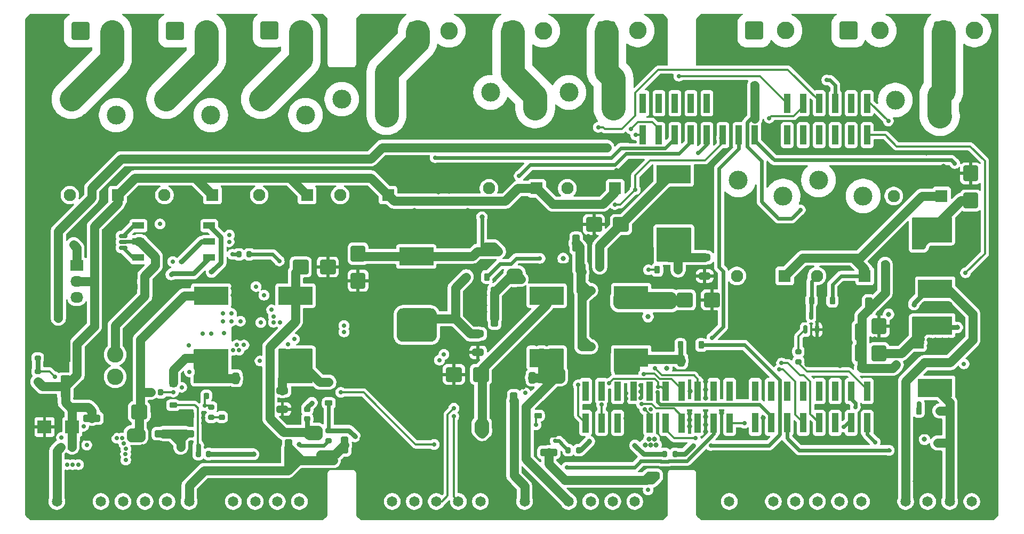
<source format=gbr>
%TF.GenerationSoftware,KiCad,Pcbnew,9.0.4*%
%TF.CreationDate,2025-10-13T08:26:41+02:00*%
%TF.ProjectId,io-gateway,696f2d67-6174-4657-9761-792e6b696361,rev?*%
%TF.SameCoordinates,Original*%
%TF.FileFunction,Copper,L1,Top*%
%TF.FilePolarity,Positive*%
%FSLAX46Y46*%
G04 Gerber Fmt 4.6, Leading zero omitted, Abs format (unit mm)*
G04 Created by KiCad (PCBNEW 9.0.4) date 2025-10-13 08:26:41*
%MOMM*%
%LPD*%
G01*
G04 APERTURE LIST*
G04 Aperture macros list*
%AMRoundRect*
0 Rectangle with rounded corners*
0 $1 Rounding radius*
0 $2 $3 $4 $5 $6 $7 $8 $9 X,Y pos of 4 corners*
0 Add a 4 corners polygon primitive as box body*
4,1,4,$2,$3,$4,$5,$6,$7,$8,$9,$2,$3,0*
0 Add four circle primitives for the rounded corners*
1,1,$1+$1,$2,$3*
1,1,$1+$1,$4,$5*
1,1,$1+$1,$6,$7*
1,1,$1+$1,$8,$9*
0 Add four rect primitives between the rounded corners*
20,1,$1+$1,$2,$3,$4,$5,0*
20,1,$1+$1,$4,$5,$6,$7,0*
20,1,$1+$1,$6,$7,$8,$9,0*
20,1,$1+$1,$8,$9,$2,$3,0*%
G04 Aperture macros list end*
%TA.AperFunction,SMDPad,CuDef*%
%ADD10RoundRect,0.250000X1.100000X-0.325000X1.100000X0.325000X-1.100000X0.325000X-1.100000X-0.325000X0*%
%TD*%
%TA.AperFunction,SMDPad,CuDef*%
%ADD11RoundRect,0.250000X-1.000000X-0.900000X1.000000X-0.900000X1.000000X0.900000X-1.000000X0.900000X0*%
%TD*%
%TA.AperFunction,ComponentPad*%
%ADD12R,1.950000X1.950000*%
%TD*%
%TA.AperFunction,ComponentPad*%
%ADD13C,1.950000*%
%TD*%
%TA.AperFunction,ComponentPad*%
%ADD14C,3.000000*%
%TD*%
%TA.AperFunction,SMDPad,CuDef*%
%ADD15R,2.200000X2.150000*%
%TD*%
%TA.AperFunction,SMDPad,CuDef*%
%ADD16RoundRect,0.250000X-0.900000X1.000000X-0.900000X-1.000000X0.900000X-1.000000X0.900000X1.000000X0*%
%TD*%
%TA.AperFunction,SMDPad,CuDef*%
%ADD17RoundRect,0.250000X0.550000X-1.500000X0.550000X1.500000X-0.550000X1.500000X-0.550000X-1.500000X0*%
%TD*%
%TA.AperFunction,SMDPad,CuDef*%
%ADD18RoundRect,0.250000X-0.325000X-0.650000X0.325000X-0.650000X0.325000X0.650000X-0.325000X0.650000X0*%
%TD*%
%TA.AperFunction,SMDPad,CuDef*%
%ADD19RoundRect,0.250000X0.325000X1.100000X-0.325000X1.100000X-0.325000X-1.100000X0.325000X-1.100000X0*%
%TD*%
%TA.AperFunction,ComponentPad*%
%ADD20C,1.650000*%
%TD*%
%TA.AperFunction,SMDPad,CuDef*%
%ADD21RoundRect,0.225000X0.225000X0.375000X-0.225000X0.375000X-0.225000X-0.375000X0.225000X-0.375000X0*%
%TD*%
%TA.AperFunction,SMDPad,CuDef*%
%ADD22RoundRect,0.250000X1.000000X0.900000X-1.000000X0.900000X-1.000000X-0.900000X1.000000X-0.900000X0*%
%TD*%
%TA.AperFunction,SMDPad,CuDef*%
%ADD23RoundRect,0.225000X-0.375000X0.225000X-0.375000X-0.225000X0.375000X-0.225000X0.375000X0.225000X0*%
%TD*%
%TA.AperFunction,SMDPad,CuDef*%
%ADD24RoundRect,0.225000X-0.225000X-0.250000X0.225000X-0.250000X0.225000X0.250000X-0.225000X0.250000X0*%
%TD*%
%TA.AperFunction,ComponentPad*%
%ADD25RoundRect,0.250001X-1.149999X-1.149999X1.149999X-1.149999X1.149999X1.149999X-1.149999X1.149999X0*%
%TD*%
%TA.AperFunction,ComponentPad*%
%ADD26C,2.800000*%
%TD*%
%TA.AperFunction,SMDPad,CuDef*%
%ADD27RoundRect,0.250000X-0.325000X-1.100000X0.325000X-1.100000X0.325000X1.100000X-0.325000X1.100000X0*%
%TD*%
%TA.AperFunction,SMDPad,CuDef*%
%ADD28RoundRect,0.225000X-0.225000X-0.375000X0.225000X-0.375000X0.225000X0.375000X-0.225000X0.375000X0*%
%TD*%
%TA.AperFunction,SMDPad,CuDef*%
%ADD29R,5.400000X2.900000*%
%TD*%
%TA.AperFunction,SMDPad,CuDef*%
%ADD30RoundRect,0.250000X0.900000X-1.000000X0.900000X1.000000X-0.900000X1.000000X-0.900000X-1.000000X0*%
%TD*%
%TA.AperFunction,SMDPad,CuDef*%
%ADD31RoundRect,0.150000X0.512500X0.150000X-0.512500X0.150000X-0.512500X-0.150000X0.512500X-0.150000X0*%
%TD*%
%TA.AperFunction,SMDPad,CuDef*%
%ADD32RoundRect,0.218750X-0.218750X-0.256250X0.218750X-0.256250X0.218750X0.256250X-0.218750X0.256250X0*%
%TD*%
%TA.AperFunction,SMDPad,CuDef*%
%ADD33RoundRect,0.225000X0.225000X0.250000X-0.225000X0.250000X-0.225000X-0.250000X0.225000X-0.250000X0*%
%TD*%
%TA.AperFunction,SMDPad,CuDef*%
%ADD34RoundRect,0.250000X-0.650000X0.325000X-0.650000X-0.325000X0.650000X-0.325000X0.650000X0.325000X0*%
%TD*%
%TA.AperFunction,SMDPad,CuDef*%
%ADD35RoundRect,0.200000X0.275000X-0.200000X0.275000X0.200000X-0.275000X0.200000X-0.275000X-0.200000X0*%
%TD*%
%TA.AperFunction,SMDPad,CuDef*%
%ADD36RoundRect,0.200000X0.200000X0.275000X-0.200000X0.275000X-0.200000X-0.275000X0.200000X-0.275000X0*%
%TD*%
%TA.AperFunction,SMDPad,CuDef*%
%ADD37RoundRect,0.200000X-0.200000X-0.275000X0.200000X-0.275000X0.200000X0.275000X-0.200000X0.275000X0*%
%TD*%
%TA.AperFunction,ComponentPad*%
%ADD38C,2.600000*%
%TD*%
%TA.AperFunction,SMDPad,CuDef*%
%ADD39R,1.830000X1.090000*%
%TD*%
%TA.AperFunction,SMDPad,CuDef*%
%ADD40RoundRect,0.054500X-0.860500X-0.490500X0.860500X-0.490500X0.860500X0.490500X-0.860500X0.490500X0*%
%TD*%
%TA.AperFunction,SMDPad,CuDef*%
%ADD41RoundRect,0.250000X0.325000X0.650000X-0.325000X0.650000X-0.325000X-0.650000X0.325000X-0.650000X0*%
%TD*%
%TA.AperFunction,SMDPad,CuDef*%
%ADD42RoundRect,0.225000X-0.250000X0.225000X-0.250000X-0.225000X0.250000X-0.225000X0.250000X0.225000X0*%
%TD*%
%TA.AperFunction,SMDPad,CuDef*%
%ADD43RoundRect,0.250000X-1.100000X0.325000X-1.100000X-0.325000X1.100000X-0.325000X1.100000X0.325000X0*%
%TD*%
%TA.AperFunction,SMDPad,CuDef*%
%ADD44RoundRect,0.225000X0.250000X-0.225000X0.250000X0.225000X-0.250000X0.225000X-0.250000X-0.225000X0*%
%TD*%
%TA.AperFunction,ComponentPad*%
%ADD45R,2.030000X1.730000*%
%TD*%
%TA.AperFunction,ComponentPad*%
%ADD46O,2.030000X1.730000*%
%TD*%
%TA.AperFunction,ComponentPad*%
%ADD47C,4.200000*%
%TD*%
%TA.AperFunction,SMDPad,CuDef*%
%ADD48R,1.000000X3.150000*%
%TD*%
%TA.AperFunction,SMDPad,CuDef*%
%ADD49RoundRect,0.150000X0.150000X-0.512500X0.150000X0.512500X-0.150000X0.512500X-0.150000X-0.512500X0*%
%TD*%
%TA.AperFunction,ViaPad*%
%ADD50C,1.400000*%
%TD*%
%TA.AperFunction,ViaPad*%
%ADD51C,0.700000*%
%TD*%
%TA.AperFunction,ViaPad*%
%ADD52C,0.800000*%
%TD*%
%TA.AperFunction,Conductor*%
%ADD53C,1.400000*%
%TD*%
%TA.AperFunction,Conductor*%
%ADD54C,0.600000*%
%TD*%
%TA.AperFunction,Conductor*%
%ADD55C,0.800000*%
%TD*%
%TA.AperFunction,Conductor*%
%ADD56C,0.300000*%
%TD*%
%TA.AperFunction,Conductor*%
%ADD57C,3.800000*%
%TD*%
G04 APERTURE END LIST*
D10*
%TO.P,C_DIMA_2,1*%
%TO.N,/Dimmer1/VIN_DIM*%
X72136000Y-115472000D03*
%TO.P,C_DIMA_2,2*%
%TO.N,GND_CTRL*%
X72136000Y-112522000D03*
%TD*%
D11*
%TO.P,D_DIMB_1,1,K*%
%TO.N,/Dimmer1/DIM2_SW*%
X93963600Y-89001600D03*
%TO.P,D_DIMB_1,2,A*%
%TO.N,GND_CTRL*%
X98263600Y-89001600D03*
%TD*%
D12*
%TO.P,K9,1,COIL_1*%
%TO.N,+24V*%
X170799000Y-90424000D03*
D13*
%TO.P,K9,2,COIL_2*%
%TO.N,Net-(D_K9-A)*%
X163199000Y-90424000D03*
D14*
%TO.P,K9,3,COM*%
%TO.N,/Relay9/VAC_OUT*%
X170549000Y-77724000D03*
%TO.P,K9,4,NO*%
%TO.N,/Relay9/VAC_IN*%
X163449000Y-75184000D03*
%TD*%
D15*
%TO.P,D1,1,K*%
%TO.N,+24V*%
X57699000Y-114427000D03*
%TO.P,D1,2,A*%
%TO.N,GND_CTRL*%
X53299000Y-114427000D03*
%TD*%
D16*
%TO.P,D_DIMA_7,1,K*%
%TO.N,/Dimmer4/DIM1_SW*%
X103073200Y-86886000D03*
%TO.P,D_DIMA_7,2,A*%
%TO.N,GND_CTRL*%
X103073200Y-91186000D03*
%TD*%
D17*
%TO.P,C44,1*%
%TO.N,+24V*%
X56610400Y-107981400D03*
%TO.P,C44,2*%
%TO.N,GND_CTRL*%
X56610400Y-102381400D03*
%TD*%
D18*
%TO.P,C_DIMA_7,1*%
%TO.N,DIM1_VLED_VCC*%
X83665800Y-106680000D03*
%TO.P,C_DIMA_7,2*%
%TO.N,GND_CTRL*%
X86615800Y-106680000D03*
%TD*%
D19*
%TO.P,C_DIMA_18,1*%
%TO.N,/Dimmer3/VIN_DIM*%
X127812800Y-116840000D03*
%TO.P,C_DIMA_18,2*%
%TO.N,GND_CTRL*%
X124862800Y-116840000D03*
%TD*%
D20*
%TO.P,J1,1,1*%
%TO.N,VDC_CTRL*%
X55250000Y-126250000D03*
%TO.P,J1,2,2*%
%TO.N,GND_CTRL*%
X58750000Y-126250000D03*
%TO.P,J1,3,3*%
%TO.N,+5VP*%
X62250000Y-126250000D03*
%TO.P,J1,4,4*%
%TO.N,/RS485_B*%
X65750000Y-126250000D03*
%TO.P,J1,5,5*%
%TO.N,/RS485_A*%
X69250000Y-126250000D03*
%TO.P,J1,6,6*%
%TO.N,GND2*%
X72750000Y-126250000D03*
%TO.P,J1,7,7*%
%TO.N,/Dimmer1/VIN_DIM*%
X76250000Y-126250000D03*
%TO.P,J1,8,8*%
%TO.N,GND_CTRL*%
X79750000Y-126250000D03*
%TO.P,J1,9,9*%
%TO.N,DIM1_VLED_VCC*%
X83250000Y-126250000D03*
%TO.P,J1,10,10*%
%TO.N,DIM1_VLED_GND*%
X86750000Y-126250000D03*
%TO.P,J1,11,11*%
%TO.N,DIM2_VLED_VCC*%
X90250000Y-126250000D03*
%TO.P,J1,12,12*%
%TO.N,DIM2_VLED_GND*%
X93750000Y-126250000D03*
%TD*%
D21*
%TO.P,D_K8,1,K*%
%TO.N,+24V*%
X178358800Y-94361000D03*
%TO.P,D_K8,2,A*%
%TO.N,Net-(D_K8-A)*%
X175058800Y-94361000D03*
%TD*%
D22*
%TO.P,D_DIMB_7,1,K*%
%TO.N,/Dimmer4/DIM2_SW*%
X144812800Y-82245200D03*
%TO.P,D_DIMB_7,2,A*%
%TO.N,GND_CTRL*%
X140512800Y-82245200D03*
%TD*%
D19*
%TO.P,C_DIMA_34,1*%
%TO.N,/Dimmer5/VIN_DIM*%
X182524400Y-102666800D03*
%TO.P,C_DIMA_34,2*%
%TO.N,GND_CTRL*%
X179574400Y-102666800D03*
%TD*%
D23*
%TO.P,D_DIMA_2,1,K*%
%TO.N,DIM1_VLED_VCC*%
X73710800Y-107645200D03*
%TO.P,D_DIMA_2,2,A*%
%TO.N,/Dimmer1/DIM1_FB*%
X73710800Y-110945200D03*
%TD*%
D24*
%TO.P,C_DIMA_5,1*%
%TO.N,Net-(U_DIMA1-COMP)*%
X78994000Y-109474000D03*
%TO.P,C_DIMA_5,2*%
%TO.N,GND_CTRL*%
X80544000Y-109474000D03*
%TD*%
D25*
%TO.P,J5,1,Pin_1*%
%TO.N,/Relay7/VAC_OUT*%
X195933000Y-51433000D03*
D26*
%TO.P,J5,2,Pin_2*%
%TO.N,/Relay7/VAC_IN*%
X200933000Y-51433000D03*
%TD*%
D10*
%TO.P,C_DIMB_17,1*%
%TO.N,/Dimmer3/VIN_DIM*%
X133350000Y-118467400D03*
%TO.P,C_DIMB_17,2*%
%TO.N,GND_CTRL*%
X133350000Y-115517400D03*
%TD*%
D25*
%TO.P,J7,1,Pin_1*%
%TO.N,/Relay1/VAC_OUT*%
X89000000Y-51433000D03*
D26*
%TO.P,J7,2,Pin_2*%
%TO.N,/Relay1/VAC_IN*%
X94000000Y-51433000D03*
%TD*%
D12*
%TO.P,K7,1,COIL_1*%
%TO.N,+24V*%
X195703000Y-77724000D03*
D13*
%TO.P,K7,2,COIL_2*%
%TO.N,Net-(D_K7-A)*%
X188103000Y-77724000D03*
D14*
%TO.P,K7,3,COM*%
%TO.N,/Relay7/VAC_OUT*%
X195453000Y-65024000D03*
%TO.P,K7,4,NO*%
%TO.N,/Relay7/VAC_IN*%
X188353000Y-62484000D03*
%TD*%
D27*
%TO.P,C_DIMB_1,1*%
%TO.N,/Dimmer1/VIN_DIM*%
X100925000Y-117300000D03*
%TO.P,C_DIMB_1,2*%
%TO.N,GND_CTRL*%
X103875000Y-117300000D03*
%TD*%
D12*
%TO.P,K8,1,COIL_1*%
%TO.N,+24V*%
X183511000Y-90424000D03*
D13*
%TO.P,K8,2,COIL_2*%
%TO.N,Net-(D_K8-A)*%
X175911000Y-90424000D03*
D14*
%TO.P,K8,3,COM*%
%TO.N,/Relay8/VAC_OUT*%
X183261000Y-77724000D03*
%TO.P,K8,4,NO*%
%TO.N,/Relay8/VAC_IN*%
X176161000Y-75184000D03*
%TD*%
D28*
%TO.P,D_DIMA_8,1,K*%
%TO.N,DIM7_VLED_VCC*%
X120245600Y-90576400D03*
%TO.P,D_DIMA_8,2,A*%
%TO.N,/Dimmer4/DIM1_FB*%
X123545600Y-90576400D03*
%TD*%
D25*
%TO.P,J4,1,Pin_1*%
%TO.N,/Relay4/VAC_OUT*%
X142500000Y-51433000D03*
D26*
%TO.P,J4,2,Pin_2*%
%TO.N,/Relay4/VAC_IN*%
X147500000Y-51433000D03*
%TD*%
D23*
%TO.P,D_DIMB_2,1,K*%
%TO.N,DIM2_VLED_VCC*%
X98425000Y-107316000D03*
%TO.P,D_DIMB_2,2,A*%
%TO.N,/Dimmer1/DIM2_FB*%
X98425000Y-110616000D03*
%TD*%
D19*
%TO.P,C_DIMA_26,1*%
%TO.N,/Dimmer4/VIN_DIM*%
X124743000Y-97155000D03*
%TO.P,C_DIMA_26,2*%
%TO.N,GND_CTRL*%
X121793000Y-97155000D03*
%TD*%
D29*
%TO.P,L_DIMB_5,1,1*%
%TO.N,DIM10_VLED_VCC*%
X194691000Y-108201000D03*
%TO.P,L_DIMB_5,2,2*%
%TO.N,/Dimmer5/DIM2_SW*%
X194691000Y-98301000D03*
%TD*%
D25*
%TO.P,J13,1,Pin_1*%
%TO.N,/Relay9/VAC_OUT*%
X165950000Y-51450000D03*
D26*
%TO.P,J13,2,Pin_2*%
%TO.N,/Relay9/VAC_IN*%
X170950000Y-51450000D03*
%TD*%
D30*
%TO.P,D_DIMA_9,1,K*%
%TO.N,/Dimmer5/DIM1_SW*%
X200304400Y-78435200D03*
%TO.P,D_DIMA_9,2,A*%
%TO.N,GND_CTRL*%
X200304400Y-74135200D03*
%TD*%
D25*
%TO.P,J10,1,Pin_1*%
%TO.N,/Relay5/VAC_OUT*%
X127500000Y-51500000D03*
D26*
%TO.P,J10,2,Pin_2*%
%TO.N,/Relay5/VAC_IN*%
X132500000Y-51500000D03*
%TD*%
D18*
%TO.P,C_DIMB_23,1*%
%TO.N,DIM6_VLED_VCC*%
X154354000Y-103886000D03*
%TO.P,C_DIMB_23,2*%
%TO.N,GND_CTRL*%
X157304000Y-103886000D03*
%TD*%
D29*
%TO.P,L_DIMB_4,1,1*%
%TO.N,DIM8_VLED_VCC*%
X153162000Y-84198000D03*
%TO.P,L_DIMB_4,2,2*%
%TO.N,/Dimmer4/DIM2_SW*%
X153162000Y-74298000D03*
%TD*%
D19*
%TO.P,C_DIMA_33,1*%
%TO.N,/Dimmer5/VIN_DIM*%
X182526200Y-99314000D03*
%TO.P,C_DIMA_33,2*%
%TO.N,GND_CTRL*%
X179576200Y-99314000D03*
%TD*%
D18*
%TO.P,C_DIMA_39,1*%
%TO.N,DIM9_VLED_VCC*%
X190041000Y-114681000D03*
%TO.P,C_DIMA_39,2*%
%TO.N,GND_CTRL*%
X192991000Y-114681000D03*
%TD*%
D12*
%TO.P,K4,1,COIL_1*%
%TO.N,+24V*%
X143881000Y-76510000D03*
D13*
%TO.P,K4,2,COIL_2*%
%TO.N,Net-(D_K4-A)*%
X136281000Y-76510000D03*
D14*
%TO.P,K4,3,COM*%
%TO.N,/Relay4/VAC_OUT*%
X143631000Y-63810000D03*
%TO.P,K4,4,NO*%
%TO.N,/Relay4/VAC_IN*%
X136531000Y-61270000D03*
%TD*%
D20*
%TO.P,J3,1,1*%
%TO.N,/Dimmer4/VIN_DIM*%
X162000000Y-126250000D03*
%TO.P,J3,2,2*%
%TO.N,GND_CTRL*%
X165500000Y-126250000D03*
%TO.P,J3,3,3*%
%TO.N,DIM7_VLED_VCC*%
X169000000Y-126250000D03*
%TO.P,J3,4,4*%
%TO.N,DIM7_VLED_GND*%
X172500000Y-126250000D03*
%TO.P,J3,5,5*%
%TO.N,DIM8_VLED_VCC*%
X176000000Y-126250000D03*
%TO.P,J3,6,6*%
%TO.N,DIM8_VLED_GND*%
X179500000Y-126250000D03*
%TO.P,J3,7,7*%
%TO.N,/Dimmer5/VIN_DIM*%
X183000000Y-126250000D03*
%TO.P,J3,8,8*%
%TO.N,GND_CTRL*%
X186500000Y-126250000D03*
%TO.P,J3,9,9*%
%TO.N,DIM9_VLED_VCC*%
X190000000Y-126250000D03*
%TO.P,J3,10,10*%
%TO.N,DIM9_VLED_GND*%
X193500000Y-126250000D03*
%TO.P,J3,11,11*%
%TO.N,DIM10_VLED_VCC*%
X197000000Y-126250000D03*
%TO.P,J3,12,12*%
%TO.N,DIM10_VLED_GND*%
X200500000Y-126250000D03*
%TD*%
D31*
%TO.P,U5,1,D1*%
%TO.N,Net-(U5-D1)*%
X65775000Y-85979000D03*
%TO.P,U5,2,VCC*%
%TO.N,+5V*%
X65775000Y-85029000D03*
%TO.P,U5,3,D2*%
%TO.N,Net-(U5-D2)*%
X65775000Y-84079000D03*
%TO.P,U5,4,GND*%
%TO.N,GND_CTRL*%
X63500000Y-84079000D03*
%TO.P,U5,5,GND*%
X63500000Y-85979000D03*
%TD*%
D25*
%TO.P,J12,1,Pin_1*%
%TO.N,/Relay8/VAC_OUT*%
X180900000Y-51450000D03*
D26*
%TO.P,J12,2,Pin_2*%
%TO.N,/Relay8/VAC_IN*%
X185900000Y-51450000D03*
%TD*%
D32*
%TO.P,F1,1*%
%TO.N,VDC_CTRL*%
X55854500Y-117602000D03*
%TO.P,F1,2*%
%TO.N,+24V*%
X57429500Y-117602000D03*
%TD*%
D33*
%TO.P,C1,1*%
%TO.N,+5V*%
X69215000Y-90487500D03*
%TO.P,C1,2*%
%TO.N,GND_CTRL*%
X67665000Y-90487500D03*
%TD*%
D25*
%TO.P,J11,1,Pin_1*%
%TO.N,/Relay6/VAC_OUT*%
X112500000Y-51500000D03*
D26*
%TO.P,J11,2,Pin_2*%
%TO.N,/Relay6/VAC_IN*%
X117500000Y-51500000D03*
%TD*%
D19*
%TO.P,C_DIMA_17,1*%
%TO.N,/Dimmer3/VIN_DIM*%
X127812800Y-113490000D03*
%TO.P,C_DIMA_17,2*%
%TO.N,GND_CTRL*%
X124862800Y-113490000D03*
%TD*%
D20*
%TO.P,J2,1,1*%
%TO.N,/ADC_IN1*%
X108500000Y-126250000D03*
%TO.P,J2,2,2*%
%TO.N,/ADC_IN2*%
X112000000Y-126250000D03*
%TO.P,J2,3,3*%
%TO.N,/UART1_TX*%
X115500000Y-126250000D03*
%TO.P,J2,4,4*%
%TO.N,/UART1_RX*%
X119000000Y-126250000D03*
%TO.P,J2,5,5*%
%TO.N,/UART1_RTS*%
X122500000Y-126250000D03*
%TO.P,J2,6,6*%
%TO.N,GND_CTRL*%
X126000000Y-126250000D03*
%TO.P,J2,7,7*%
%TO.N,/Dimmer3/VIN_DIM*%
X129500000Y-126250000D03*
%TO.P,J2,8,8*%
%TO.N,GND_CTRL*%
X133000000Y-126250000D03*
%TO.P,J2,9,9*%
%TO.N,DIM5_VLED_VCC*%
X136500000Y-126250000D03*
%TO.P,J2,10,10*%
%TO.N,DIM5_VLED_GND*%
X140000000Y-126250000D03*
%TO.P,J2,11,11*%
%TO.N,DIM6_VLED_VCC*%
X143500000Y-126250000D03*
%TO.P,J2,12,12*%
%TO.N,DIM6_VLED_GND*%
X147000000Y-126250000D03*
%TD*%
D34*
%TO.P,C_DIMB_31,1*%
%TO.N,DIM8_VLED_VCC*%
X158089600Y-87475800D03*
%TO.P,C_DIMB_31,2*%
%TO.N,GND_CTRL*%
X158089600Y-90425800D03*
%TD*%
D35*
%TO.P,R29,1*%
%TO.N,Net-(U3-EN)*%
X52222400Y-103466400D03*
%TO.P,R29,2*%
%TO.N,GND_CTRL*%
X52222400Y-101816400D03*
%TD*%
D12*
%TO.P,K3,1,COIL_1*%
%TO.N,+24V*%
X64918400Y-77571600D03*
D13*
%TO.P,K3,2,COIL_2*%
%TO.N,Net-(D_K3-A)*%
X57318400Y-77571600D03*
D14*
%TO.P,K3,3,COM*%
%TO.N,/Relay3/VAC_OUT*%
X64668400Y-64871600D03*
%TO.P,K3,4,NO*%
%TO.N,/Relay3/VAC_IN*%
X57568400Y-62331600D03*
%TD*%
D18*
%TO.P,C_DIMB_39,1*%
%TO.N,DIM10_VLED_VCC*%
X197053200Y-117500400D03*
%TO.P,C_DIMB_39,2*%
%TO.N,GND_CTRL*%
X200003200Y-117500400D03*
%TD*%
D28*
%TO.P,D_DIMB_6,1,K*%
%TO.N,DIM6_VLED_VCC*%
X154255200Y-101396800D03*
%TO.P,D_DIMB_6,2,A*%
%TO.N,/Dimmer3/DIM2_FB*%
X157555200Y-101396800D03*
%TD*%
D21*
%TO.P,D_F1,1,K*%
%TO.N,+24V*%
X61213000Y-85471000D03*
%TO.P,D_F1,2,A*%
%TO.N,Net-(D_F1-A)*%
X57913000Y-85471000D03*
%TD*%
D35*
%TO.P,R_DIMB_2,1*%
%TO.N,DIM2_VLED_GND*%
X98400000Y-116625000D03*
%TO.P,R_DIMB_2,2*%
%TO.N,/Dimmer1/DIM2_FB*%
X98400000Y-114975000D03*
%TD*%
%TO.P,R_DIMA_1,1*%
%TO.N,Net-(C_DIMA_4-Pad1)*%
X79756000Y-112902000D03*
%TO.P,R_DIMA_1,2*%
%TO.N,Net-(U_DIMA1-COMP)*%
X79756000Y-111252000D03*
%TD*%
D12*
%TO.P,K6,1,COIL_1*%
%TO.N,+24V*%
X107832400Y-77571600D03*
D13*
%TO.P,K6,2,COIL_2*%
%TO.N,Net-(D_K6-A)*%
X100232400Y-77571600D03*
D14*
%TO.P,K6,3,COM*%
%TO.N,/Relay6/VAC_OUT*%
X107582400Y-64871600D03*
%TO.P,K6,4,NO*%
%TO.N,/Relay6/VAC_IN*%
X100482400Y-62331600D03*
%TD*%
D21*
%TO.P,D_DIMB_10,1,K*%
%TO.N,DIM10_VLED_VCC*%
X195401200Y-111861600D03*
%TO.P,D_DIMB_10,2,A*%
%TO.N,/Dimmer5/DIM2_FB*%
X192101200Y-111861600D03*
%TD*%
D22*
%TO.P,D_DIMA_5,1,K*%
%TO.N,/Dimmer3/DIM1_SW*%
X122580400Y-106070400D03*
%TO.P,D_DIMA_5,2,A*%
%TO.N,GND_CTRL*%
X118280400Y-106070400D03*
%TD*%
D19*
%TO.P,C_DIMB_34,1*%
%TO.N,/Dimmer5/VIN_DIM*%
X184153600Y-95199200D03*
%TO.P,C_DIMB_34,2*%
%TO.N,GND_CTRL*%
X181203600Y-95199200D03*
%TD*%
%TO.P,C_DIMB_2,1*%
%TO.N,/Dimmer1/VIN_DIM*%
X92075000Y-117729000D03*
%TO.P,C_DIMB_2,2*%
%TO.N,GND_CTRL*%
X89125000Y-117729000D03*
%TD*%
D33*
%TO.P,C_DIMA_6,1*%
%TO.N,Net-(U_DIMA1-BOOT)*%
X71742600Y-108915200D03*
%TO.P,C_DIMA_6,2*%
%TO.N,/Dimmer1/DIM1_SW*%
X70192600Y-108915200D03*
%TD*%
D36*
%TO.P,R_DIMA_2,1*%
%TO.N,DIM1_VLED_GND*%
X79361800Y-118719600D03*
%TO.P,R_DIMA_2,2*%
%TO.N,/Dimmer1/DIM1_FB*%
X77711800Y-118719600D03*
%TD*%
D25*
%TO.P,J9,1,Pin_1*%
%TO.N,/Relay3/VAC_OUT*%
X59000000Y-51500000D03*
D26*
%TO.P,J9,2,Pin_2*%
%TO.N,/Relay3/VAC_IN*%
X64000000Y-51500000D03*
%TD*%
D33*
%TO.P,C6,1*%
%TO.N,+5V*%
X69215000Y-92138500D03*
%TO.P,C6,2*%
%TO.N,GND_CTRL*%
X67665000Y-92138500D03*
%TD*%
D11*
%TO.P,D_DIMB_5,1,K*%
%TO.N,/Dimmer3/DIM2_SW*%
X154958000Y-94234000D03*
%TO.P,D_DIMB_5,2,A*%
%TO.N,GND_CTRL*%
X159258000Y-94234000D03*
%TD*%
D37*
%TO.P,R_DIMB_6,1*%
%TO.N,DIM6_VLED_GND*%
X151750000Y-118700000D03*
%TO.P,R_DIMB_6,2*%
%TO.N,/Dimmer3/DIM2_FB*%
X153400000Y-118700000D03*
%TD*%
D38*
%TO.P,L6,1,1*%
%TO.N,/MCU_VoltageRegulator/VregSW*%
X64516000Y-106426000D03*
%TO.P,L6,2,2*%
%TO.N,+5V*%
X64516000Y-102926000D03*
%TD*%
D19*
%TO.P,C_DIMB_26,1*%
%TO.N,/Dimmer4/VIN_DIM*%
X137697000Y-85217000D03*
%TO.P,C_DIMB_26,2*%
%TO.N,GND_CTRL*%
X134747000Y-85217000D03*
%TD*%
D10*
%TO.P,C_DIMA_1,1*%
%TO.N,/Dimmer1/VIN_DIM*%
X75692000Y-115472000D03*
%TO.P,C_DIMA_1,2*%
%TO.N,GND_CTRL*%
X75692000Y-112522000D03*
%TD*%
D12*
%TO.P,K2,1,COIL_1*%
%TO.N,+24V*%
X79943200Y-77571600D03*
D13*
%TO.P,K2,2,COIL_2*%
%TO.N,Net-(D_K2-A)*%
X72343200Y-77571600D03*
D14*
%TO.P,K2,3,COM*%
%TO.N,/Relay2/VAC_OUT*%
X79693200Y-64871600D03*
%TO.P,K2,4,NO*%
%TO.N,/Relay2/VAC_IN*%
X72593200Y-62331600D03*
%TD*%
D29*
%TO.P,L_DIMB_1,1,1*%
%TO.N,DIM2_VLED_VCC*%
X93150000Y-103450000D03*
%TO.P,L_DIMB_1,2,2*%
%TO.N,/Dimmer1/DIM2_SW*%
X93150000Y-93550000D03*
%TD*%
D12*
%TO.P,K5,1,COIL_1*%
%TO.N,+24V*%
X131441000Y-76510000D03*
D13*
%TO.P,K5,2,COIL_2*%
%TO.N,Net-(D_K5-A)*%
X123841000Y-76510000D03*
D14*
%TO.P,K5,3,COM*%
%TO.N,/Relay5/VAC_OUT*%
X131191000Y-63810000D03*
%TO.P,K5,4,NO*%
%TO.N,/Relay5/VAC_IN*%
X124091000Y-61270000D03*
%TD*%
D39*
%TO.P,TR1,1*%
%TO.N,Net-(U5-D2)*%
X68199000Y-82423000D03*
D40*
%TO.P,TR1,2*%
%TO.N,+5V*%
X68199000Y-84963000D03*
%TO.P,TR1,3*%
%TO.N,Net-(U5-D1)*%
X68199000Y-87503000D03*
%TO.P,TR1,4*%
%TO.N,Net-(D2-K)*%
X79439000Y-87503000D03*
%TO.P,TR1,5*%
%TO.N,Net-(D3-A)*%
X79439000Y-84963000D03*
%TO.P,TR1,6*%
%TO.N,Net-(D2-A)*%
X79439000Y-82423000D03*
%TD*%
D29*
%TO.P,L_DIMA_1,1,1*%
%TO.N,DIM1_VLED_VCC*%
X79750000Y-103450000D03*
%TO.P,L_DIMA_1,2,2*%
%TO.N,/Dimmer1/DIM1_SW*%
X79750000Y-93550000D03*
%TD*%
%TO.P,L_DIMA_4,1,1*%
%TO.N,DIM7_VLED_VCC*%
X112318800Y-97225200D03*
%TO.P,L_DIMA_4,2,2*%
%TO.N,/Dimmer4/DIM1_SW*%
X112318800Y-87325200D03*
%TD*%
%TO.P,L_DIMA_3,1,1*%
%TO.N,DIM5_VLED_VCC*%
X133025000Y-103438000D03*
%TO.P,L_DIMA_3,2,2*%
%TO.N,/Dimmer3/DIM1_SW*%
X133025000Y-93538000D03*
%TD*%
D34*
%TO.P,C_DIMB_7,1*%
%TO.N,DIM2_VLED_VCC*%
X91059000Y-108634000D03*
%TO.P,C_DIMB_7,2*%
%TO.N,GND_CTRL*%
X91059000Y-111584000D03*
%TD*%
D37*
%TO.P,R2,1*%
%TO.N,+5V*%
X84150000Y-86995000D03*
%TO.P,R2,2*%
%TO.N,Net-(U4-EN1)*%
X85800000Y-86995000D03*
%TD*%
D41*
%TO.P,C_DIMA_23,1*%
%TO.N,DIM5_VLED_VCC*%
X130759200Y-106578400D03*
%TO.P,C_DIMA_23,2*%
%TO.N,GND_CTRL*%
X127809200Y-106578400D03*
%TD*%
D35*
%TO.P,R27,1*%
%TO.N,+24V*%
X52222400Y-107225600D03*
%TO.P,R27,2*%
%TO.N,Net-(U3-EN)*%
X52222400Y-105575600D03*
%TD*%
D29*
%TO.P,L_DIMA_5,1,1*%
%TO.N,DIM9_VLED_VCC*%
X194691000Y-92453000D03*
%TO.P,L_DIMA_5,2,2*%
%TO.N,/Dimmer5/DIM1_SW*%
X194691000Y-82553000D03*
%TD*%
D42*
%TO.P,C_DIMB_6,1*%
%TO.N,Net-(U_DIMB1-BOOT)*%
X95000000Y-111600000D03*
%TO.P,C_DIMB_6,2*%
%TO.N,/Dimmer1/DIM2_SW*%
X95000000Y-113150000D03*
%TD*%
D21*
%TO.P,D_DIMB_8,1,K*%
%TO.N,DIM8_VLED_VCC*%
X153871200Y-89458800D03*
%TO.P,D_DIMB_8,2,A*%
%TO.N,/Dimmer4/DIM2_FB*%
X150571200Y-89458800D03*
%TD*%
D19*
%TO.P,C_DIMA_25,1*%
%TO.N,/Dimmer4/VIN_DIM*%
X124714000Y-93472000D03*
%TO.P,C_DIMA_25,2*%
%TO.N,GND_CTRL*%
X121764000Y-93472000D03*
%TD*%
D34*
%TO.P,C_DIMA_31,1*%
%TO.N,DIM7_VLED_VCC*%
X122123200Y-99617000D03*
%TO.P,C_DIMA_31,2*%
%TO.N,GND_CTRL*%
X122123200Y-102567000D03*
%TD*%
D43*
%TO.P,C38,1*%
%TO.N,+24V*%
X60833000Y-113030000D03*
%TO.P,C38,2*%
%TO.N,GND_CTRL*%
X60833000Y-115980000D03*
%TD*%
D29*
%TO.P,L_DIMB_3,1,1*%
%TO.N,DIM6_VLED_VCC*%
X146431000Y-103378000D03*
%TO.P,L_DIMB_3,2,2*%
%TO.N,/Dimmer3/DIM2_SW*%
X146431000Y-93478000D03*
%TD*%
D44*
%TO.P,C_DIMA_4,1*%
%TO.N,Net-(C_DIMA_4-Pad1)*%
X81432400Y-112839800D03*
%TO.P,C_DIMA_4,2*%
%TO.N,GND_CTRL*%
X81432400Y-111289800D03*
%TD*%
D35*
%TO.P,R_K8,1*%
%TO.N,/RelayCtrl_K8*%
X172974000Y-104076000D03*
%TO.P,R_K8,2*%
%TO.N,Net-(Q_K8-G)*%
X172974000Y-102426000D03*
%TD*%
D23*
%TO.P,D_DIMA_6,1,K*%
%TO.N,DIM5_VLED_VCC*%
X131622800Y-109321600D03*
%TO.P,D_DIMA_6,2,A*%
%TO.N,/Dimmer3/DIM1_FB*%
X131622800Y-112621600D03*
%TD*%
D36*
%TO.P,R_DIMA_6,1*%
%TO.N,DIM5_VLED_GND*%
X138086600Y-118110000D03*
%TO.P,R_DIMA_6,2*%
%TO.N,/Dimmer3/DIM1_FB*%
X136436600Y-118110000D03*
%TD*%
D19*
%TO.P,C_DIMB_25,1*%
%TO.N,/Dimmer4/VIN_DIM*%
X138586000Y-89789000D03*
%TO.P,C_DIMB_25,2*%
%TO.N,GND_CTRL*%
X135636000Y-89789000D03*
%TD*%
D25*
%TO.P,J8,1,Pin_1*%
%TO.N,/Relay2/VAC_OUT*%
X73994000Y-51500000D03*
D26*
%TO.P,J8,2,Pin_2*%
%TO.N,/Relay2/VAC_IN*%
X78994000Y-51500000D03*
%TD*%
D45*
%TO.P,M1,1,-*%
%TO.N,Net-(D_F1-A)*%
X58420000Y-88773000D03*
D46*
%TO.P,M1,2,+*%
%TO.N,+24V*%
X58420000Y-91313000D03*
%TO.P,M1,3,Tacho*%
%TO.N,Net-(FRDM_MCXA153_1D-Pin_J1_10)*%
X58420000Y-93853000D03*
%TD*%
D30*
%TO.P,D_DIMB_9,1,K*%
%TO.N,/Dimmer5/DIM2_SW*%
X185775600Y-102717600D03*
%TO.P,D_DIMB_9,2,A*%
%TO.N,GND_CTRL*%
X185775600Y-98417600D03*
%TD*%
D47*
%TO.P,FRDM_MCXA153_1,0.1,GND_Mount_1*%
%TO.N,GND_CTRL*%
X200670000Y-113476000D03*
%TO.P,FRDM_MCXA153_1,0.2,GND_Mount_2*%
X113675000Y-113476000D03*
%TO.P,FRDM_MCXA153_1,0.3,GND_Mount_3*%
X200670000Y-63692000D03*
%TO.P,FRDM_MCXA153_1,0.4,GND_Mount_4*%
X113675000Y-63692000D03*
D48*
%TO.P,FRDM_MCXA153_1,1.1,Pin_J1_1*%
%TO.N,/RelayCtrl_K8*%
X183896000Y-108705000D03*
%TO.P,FRDM_MCXA153_1,1.2,Pin_J1_2*%
%TO.N,/FRDM-MCXA153/RS485_RX*%
X183896000Y-113755000D03*
%TO.P,FRDM_MCXA153_1,1.3,Pin_J1_3*%
%TO.N,/FRDM-MCXA153/RS485_RTS*%
X181356000Y-108705000D03*
%TO.P,FRDM_MCXA153_1,1.4,Pin_J1_4*%
%TO.N,/FRDM-MCXA153/RS485_TX*%
X181356000Y-113755000D03*
%TO.P,FRDM_MCXA153_1,1.5,Pin_J1_5*%
%TO.N,unconnected-(FRDM_MCXA153_1D-Pin_J1_5-Pad1.5)*%
X178816000Y-108705000D03*
%TO.P,FRDM_MCXA153_1,1.6,Pin_J1_6*%
%TO.N,unconnected-(FRDM_MCXA153_1D-Pin_J1_6-Pad1.6)*%
X178816000Y-113755000D03*
%TO.P,FRDM_MCXA153_1,1.7,Pin_J1_7*%
%TO.N,unconnected-(FRDM_MCXA153_1D-Pin_J1_7-Pad1.7)*%
X176276000Y-108705000D03*
%TO.P,FRDM_MCXA153_1,1.8,Pin_J1_8*%
%TO.N,Net-(FRDM_MCXA153_1D-Pin_J1_8)*%
X176276000Y-113755000D03*
%TO.P,FRDM_MCXA153_1,1.9,Pin_J1_9*%
%TO.N,unconnected-(FRDM_MCXA153_1D-Pin_J1_9-Pad1.9)*%
X173736000Y-108705000D03*
%TO.P,FRDM_MCXA153_1,1.10,Pin_J1_10*%
%TO.N,Net-(FRDM_MCXA153_1D-Pin_J1_10)*%
X173736000Y-113755000D03*
%TO.P,FRDM_MCXA153_1,1.11,Pin_J1_11*%
%TO.N,unconnected-(FRDM_MCXA153_1D-Pin_J1_11-Pad1.11)*%
X171196000Y-108705000D03*
%TO.P,FRDM_MCXA153_1,1.12,Pin_J1_12*%
%TO.N,/PWM_DIM10*%
X171196000Y-113755000D03*
%TO.P,FRDM_MCXA153_1,1.13,Pin_J1_13*%
%TO.N,unconnected-(FRDM_MCXA153_1D-Pin_J1_13-Pad1.13)*%
X168656000Y-108705000D03*
%TO.P,FRDM_MCXA153_1,1.14,Pin_J1_14*%
%TO.N,/PWM_DIM6*%
X168656000Y-113755000D03*
%TO.P,FRDM_MCXA153_1,1.15,Pin_J1_15*%
%TO.N,unconnected-(FRDM_MCXA153_1D-Pin_J1_15-Pad1.15)*%
X166116000Y-108705000D03*
%TO.P,FRDM_MCXA153_1,1.16,Pin_J1_16*%
%TO.N,unconnected-(FRDM_MCXA153_1D-Pin_J1_16-Pad1.16)*%
X166116000Y-113755000D03*
%TO.P,FRDM_MCXA153_1,2.1,Pin_J2_1*%
%TO.N,unconnected-(FRDM_MCXA153_1C-Pin_J2_1-Pad2.1)*%
X162060000Y-108718000D03*
%TO.P,FRDM_MCXA153_1,2.2,Pin_J2_2*%
%TO.N,/INH_DIM_1u2*%
X162060000Y-113768000D03*
%TO.P,FRDM_MCXA153_1,2.3,Pin_J2_3*%
%TO.N,unconnected-(FRDM_MCXA153_1C-Pin_J2_3-Pad2.3)*%
X159520000Y-108718000D03*
%TO.P,FRDM_MCXA153_1,2.4,Pin_J2_4*%
%TO.N,/PWM_DIM1*%
X159520000Y-113768000D03*
%TO.P,FRDM_MCXA153_1,2.5,Pin_J2_5*%
%TO.N,Net-(FRDM_MCXA153_1C-Pin_J2_5)*%
X156980000Y-108718000D03*
%TO.P,FRDM_MCXA153_1,2.6,Pin_J2_6*%
%TO.N,/FRDM-MCXA153/GPIO1*%
X156980000Y-113768000D03*
%TO.P,FRDM_MCXA153_1,2.7,Pin_J2_7*%
%TO.N,Net-(FRDM_MCXA153_1C-Pin_J2_7)*%
X154440000Y-108718000D03*
%TO.P,FRDM_MCXA153_1,2.8,Pin_J2_8*%
%TO.N,/UART1_TX*%
X154440000Y-113768000D03*
%TO.P,FRDM_MCXA153_1,2.9,Pin_J2_9*%
%TO.N,/INH_DIM_5u6*%
X151900000Y-108718000D03*
%TO.P,FRDM_MCXA153_1,2.10,Pin_J2_10*%
%TO.N,/UART1_RTS*%
X151900000Y-113768000D03*
%TO.P,FRDM_MCXA153_1,2.11,Pin_J2_11*%
%TO.N,unconnected-(FRDM_MCXA153_1C-Pin_J2_11-Pad2.11)*%
X149360000Y-108718000D03*
%TO.P,FRDM_MCXA153_1,2.12,Pin_J2_12*%
%TO.N,/UART1_RX*%
X149360000Y-113768000D03*
%TO.P,FRDM_MCXA153_1,2.13,Pin_J2_13*%
%TO.N,unconnected-(FRDM_MCXA153_1C-Pin_J2_13-Pad2.13)*%
X146820000Y-108718000D03*
%TO.P,FRDM_MCXA153_1,2.14,GND*%
%TO.N,GND_CTRL*%
X146820000Y-113768000D03*
%TO.P,FRDM_MCXA153_1,2.15,Pin_J2_15*%
%TO.N,unconnected-(FRDM_MCXA153_1C-Pin_J2_15-Pad2.15)*%
X144280000Y-108718000D03*
%TO.P,FRDM_MCXA153_1,2.16,Pin_J2_16*%
%TO.N,unconnected-(FRDM_MCXA153_1C-Pin_J2_16-Pad2.16)*%
X144280000Y-113768000D03*
%TO.P,FRDM_MCXA153_1,2.17,Pin_J2_17*%
%TO.N,unconnected-(FRDM_MCXA153_1C-Pin_J2_17-Pad2.17)*%
X141740000Y-108718000D03*
%TO.P,FRDM_MCXA153_1,2.18,Pin_J2_18*%
%TO.N,/RelayCtrl_K3*%
X141740000Y-113768000D03*
%TO.P,FRDM_MCXA153_1,2.19,Pin_J2_19*%
%TO.N,unconnected-(FRDM_MCXA153_1C-Pin_J2_19-Pad2.19)*%
X139200000Y-108718000D03*
%TO.P,FRDM_MCXA153_1,2.20,Pin_J2_20*%
%TO.N,/RelayCtrl_K2*%
X139200000Y-113768000D03*
%TO.P,FRDM_MCXA153_1,3.1,Pin_J3_1*%
%TO.N,/RelayCtrl_K4*%
X148285200Y-68042800D03*
%TO.P,FRDM_MCXA153_1,3.2,Pin_J3_2*%
%TO.N,unconnected-(FRDM_MCXA153_1B-Pin_J3_2-Pad3.2)*%
X148285200Y-62992800D03*
%TO.P,FRDM_MCXA153_1,3.3,Pin_J3_3*%
%TO.N,/RelayCtrl_K5*%
X150825200Y-68042800D03*
%TO.P,FRDM_MCXA153_1,3.4,Pin_J3_4_VDDref*%
%TO.N,unconnected-(FRDM_MCXA153_1B-Pin_J3_4_VDDref-Pad3.4)*%
X150825200Y-62992800D03*
%TO.P,FRDM_MCXA153_1,3.5,Pin_J3_5*%
%TO.N,/PWM_DIM2*%
X153365200Y-68042800D03*
%TO.P,FRDM_MCXA153_1,3.6,Pin_J3_6_Reset*%
%TO.N,unconnected-(FRDM_MCXA153_1B-Pin_J3_6_Reset-Pad3.6)*%
X153365200Y-62992800D03*
%TO.P,FRDM_MCXA153_1,3.7,Pin_J3_7*%
%TO.N,/PWM_DIM7*%
X155905200Y-68042800D03*
%TO.P,FRDM_MCXA153_1,3.8,Pin_J3_3V3_Out*%
%TO.N,unconnected-(FRDM_MCXA153_1B-Pin_J3_3V3_Out-Pad3.8)*%
X155905200Y-62992800D03*
%TO.P,FRDM_MCXA153_1,3.9,Pin_J3_9*%
%TO.N,/PWM_DIM8*%
X158445200Y-68042800D03*
%TO.P,FRDM_MCXA153_1,3.10,Pin_J3_10_5V_Out*%
%TO.N,unconnected-(FRDM_MCXA153_1B-Pin_J3_10_5V_Out-Pad3.10)*%
X158445200Y-62992800D03*
%TO.P,FRDM_MCXA153_1,3.11,Pin_J3_11*%
%TO.N,/INH_DIM_7u8*%
X160985200Y-68042800D03*
%TO.P,FRDM_MCXA153_1,3.12,Pin_J3_12_GND*%
%TO.N,GND_CTRL*%
X160985200Y-62992800D03*
%TO.P,FRDM_MCXA153_1,3.13,Pin_J3_13*%
%TO.N,/PWM_DIM5*%
X163525200Y-68042800D03*
%TO.P,FRDM_MCXA153_1,3.14,Pin_J3_14_GND*%
%TO.N,GND_CTRL*%
X163525200Y-62992800D03*
%TO.P,FRDM_MCXA153_1,3.15,Pin_J3_15*%
%TO.N,/PWM_DIM9*%
X166065200Y-68042800D03*
%TO.P,FRDM_MCXA153_1,3.16,Pin_J3_16_VIN*%
%TO.N,+5V*%
X166065200Y-62992800D03*
%TO.P,FRDM_MCXA153_1,4.1,Pin_1*%
%TO.N,unconnected-(FRDM_MCXA153_1A-Pin_1-Pad4.1)*%
X171196000Y-68042000D03*
%TO.P,FRDM_MCXA153_1,4.2,Pin_2*%
%TO.N,/RelayCtrl_K6*%
X171196000Y-62992000D03*
%TO.P,FRDM_MCXA153_1,4.3,Pin_3*%
%TO.N,unconnected-(FRDM_MCXA153_1A-Pin_3-Pad4.3)*%
X173736000Y-68042000D03*
%TO.P,FRDM_MCXA153_1,4.4,Pin_4*%
%TO.N,/RelayCtrl_K9*%
X173736000Y-62992000D03*
%TO.P,FRDM_MCXA153_1,4.5,Pin_5*%
%TO.N,unconnected-(FRDM_MCXA153_1A-Pin_5-Pad4.5)*%
X176276000Y-68042000D03*
%TO.P,FRDM_MCXA153_1,4.6,Pin_6*%
%TO.N,/RelayCtrl_K1*%
X176276000Y-62992000D03*
%TO.P,FRDM_MCXA153_1,4.7,Pin_7*%
%TO.N,unconnected-(FRDM_MCXA153_1A-Pin_7-Pad4.7)*%
X178816000Y-68042000D03*
%TO.P,FRDM_MCXA153_1,4.8,Pin_8*%
%TO.N,/FRDM-MCXA153/TEMP_VOUT*%
X178816000Y-62992000D03*
%TO.P,FRDM_MCXA153_1,4.9,Pin_9*%
%TO.N,unconnected-(FRDM_MCXA153_1A-Pin_9-Pad4.9)*%
X181356000Y-68042000D03*
%TO.P,FRDM_MCXA153_1,4.10,Pin_10*%
%TO.N,unconnected-(FRDM_MCXA153_1A-Pin_10-Pad4.10)*%
X181356000Y-62992000D03*
%TO.P,FRDM_MCXA153_1,4.11,Pin_11*%
%TO.N,/INH_DIM_9u10*%
X183896000Y-68042000D03*
%TO.P,FRDM_MCXA153_1,4.12,Pin_12*%
%TO.N,/RelayCtrl_K7*%
X183896000Y-62992000D03*
%TD*%
D49*
%TO.P,Q_K8,1,G*%
%TO.N,Net-(Q_K8-G)*%
X174050000Y-98950000D03*
%TO.P,Q_K8,2,S*%
%TO.N,GND_CTRL*%
X175950000Y-98950000D03*
%TO.P,Q_K8,3,D*%
%TO.N,Net-(D_K8-A)*%
X175000000Y-96675000D03*
%TD*%
D12*
%TO.P,K1,1,COIL_1*%
%TO.N,+24V*%
X94980000Y-77571600D03*
D13*
%TO.P,K1,2,COIL_2*%
%TO.N,Net-(D_K1-A)*%
X87380000Y-77571600D03*
D14*
%TO.P,K1,3,COM*%
%TO.N,/Relay1/VAC_OUT*%
X94730000Y-64871600D03*
%TO.P,K1,4,NO*%
%TO.N,/Relay1/VAC_IN*%
X87630000Y-62331600D03*
%TD*%
D22*
%TO.P,D_DIMA_1,1,K*%
%TO.N,/Dimmer1/DIM1_SW*%
X68317000Y-112014000D03*
%TO.P,D_DIMA_1,2,A*%
%TO.N,GND_CTRL*%
X64017000Y-112014000D03*
%TD*%
D19*
%TO.P,C_DIMB_18,1*%
%TO.N,/Dimmer3/VIN_DIM*%
X127802800Y-110226000D03*
%TO.P,C_DIMB_18,2*%
%TO.N,GND_CTRL*%
X124852800Y-110226000D03*
%TD*%
D50*
%TO.N,+5V*%
X142544800Y-70002400D03*
X55500000Y-97150000D03*
X166000000Y-65500000D03*
D51*
X83122000Y-86995000D03*
D50*
X166065200Y-60096400D03*
D51*
X70866000Y-87376000D03*
X173274183Y-79920219D03*
D52*
%TO.N,+24V*%
X58477000Y-111239000D03*
X57461000Y-111239000D03*
X59506000Y-111252000D03*
%TO.N,DIM1_VLED_VCC*%
X79121000Y-105664000D03*
X80518000Y-105664000D03*
X81915000Y-106807000D03*
X80518000Y-106807000D03*
X77724000Y-106807000D03*
X79121000Y-106807000D03*
X77724000Y-105664000D03*
X81915000Y-105664000D03*
%TO.N,DIM1_VLED_GND*%
X86500000Y-118750000D03*
%TO.N,/Dimmer1/DIM2_SW*%
X95808800Y-114909600D03*
X96672400Y-114909600D03*
X96672400Y-115773200D03*
X95808800Y-115773200D03*
%TO.N,DIM2_VLED_VCC*%
X91059000Y-106807000D03*
X92329000Y-105664000D03*
X93726000Y-105664000D03*
X91059000Y-105664000D03*
X95123000Y-105664000D03*
X95123000Y-106807000D03*
X92329000Y-106807000D03*
X93726000Y-106807000D03*
%TO.N,DIM2_VLED_GND*%
X93750000Y-117200000D03*
D51*
%TO.N,/Dimmer1/DIM2_FB*%
X102583600Y-115921000D03*
D52*
%TO.N,DIM6_VLED_GND*%
X147025000Y-117337071D03*
%TO.N,/Dimmer5/VIN_DIM*%
X188499600Y-104394000D03*
D50*
X183000000Y-104971200D03*
X186740800Y-88595200D03*
D52*
%TO.N,DIM6_VLED_VCC*%
X147015200Y-105410000D03*
X145643600Y-105359200D03*
X144322800Y-105410000D03*
%TO.N,DIM5_VLED_GND*%
X139791000Y-116700000D03*
%TO.N,/Dimmer4/VIN_DIM*%
X128930400Y-90932000D03*
D50*
X138430000Y-92710000D03*
X140000000Y-92710000D03*
D52*
X127889000Y-90932000D03*
D50*
X138577600Y-101628400D03*
D52*
X126847600Y-90932000D03*
X127355600Y-89916000D03*
X128473200Y-89916000D03*
D50*
X140000000Y-101650800D03*
D52*
%TO.N,DIM5_VLED_VCC*%
X133793000Y-106795000D03*
X132396000Y-106795000D03*
X132396000Y-105652000D03*
X133793000Y-105652000D03*
X135190000Y-106795000D03*
X135190000Y-105652000D03*
%TO.N,/Dimmer1/VIN_DIM*%
X99161600Y-118821200D03*
X74916000Y-117602000D03*
X97129600Y-118821200D03*
X97129600Y-119735600D03*
X98145600Y-119735600D03*
X99161600Y-119735600D03*
X98145600Y-118821200D03*
D51*
%TO.N,Net-(U3-EN)*%
X54921000Y-106413000D03*
D52*
%TO.N,DIM10_VLED_VCC*%
X195072000Y-116967000D03*
X197000000Y-119761000D03*
%TO.N,DIM9_VLED_GND*%
X187285800Y-96506200D03*
X192991000Y-116382800D03*
%TO.N,DIM8_VLED_VCC*%
X155194000Y-87477600D03*
X153797000Y-87477600D03*
X153797000Y-86410800D03*
X152400000Y-87477600D03*
X155194000Y-86410800D03*
X152400000Y-86410800D03*
%TO.N,DIM7_VLED_GND*%
X135636000Y-87630000D03*
X149098000Y-96901000D03*
D50*
%TO.N,DIM7_VLED_VCC*%
X114198400Y-99974400D03*
X110693200Y-99974400D03*
X112522000Y-99974400D03*
D52*
%TO.N,DIM9_VLED_VCC*%
X191312800Y-94996000D03*
X190000000Y-113038000D03*
X190000000Y-119253000D03*
%TO.N,GND_CTRL*%
X123063000Y-88900000D03*
D51*
X195199000Y-86995000D03*
X80450000Y-114300000D03*
D52*
X71050000Y-92350000D03*
X167400000Y-116000000D03*
D51*
X139900000Y-86100000D03*
D52*
X202946000Y-70510400D03*
D51*
X80450000Y-115189000D03*
X147955000Y-109855000D03*
D52*
X159500000Y-60000000D03*
X125500000Y-105000000D03*
D51*
X132588000Y-82956400D03*
D52*
X181049400Y-102666800D03*
X87503000Y-56642000D03*
X76550000Y-119800000D03*
X148336000Y-74930000D03*
X104140000Y-52578000D03*
X185100000Y-100457000D03*
X157886400Y-127660400D03*
X186055000Y-113665000D03*
D51*
X133400800Y-112318800D03*
D52*
X83312000Y-56769000D03*
D51*
X119381600Y-114743400D03*
D52*
X154559000Y-65532000D03*
D51*
X80450000Y-116078000D03*
D52*
X125500000Y-106000000D03*
X158000000Y-56500000D03*
X161798000Y-78867000D03*
X83820000Y-51689000D03*
X159766000Y-90424000D03*
X73279000Y-122555000D03*
X80200000Y-91200000D03*
X157500000Y-106021520D03*
D51*
X145661450Y-109042160D03*
X142087600Y-106019600D03*
D52*
X138303000Y-127635000D03*
X140589000Y-96012000D03*
D51*
X79561000Y-115189000D03*
D52*
X189611000Y-84836000D03*
X109450000Y-75450000D03*
X147900000Y-58850000D03*
X100000000Y-91600000D03*
X191650000Y-119500000D03*
D51*
X78500000Y-113800000D03*
D52*
X67500000Y-98500000D03*
X73400000Y-84200000D03*
X199898000Y-84963000D03*
D51*
X70550000Y-113700000D03*
X71450000Y-113700000D03*
X124256800Y-83515200D03*
D52*
X140500000Y-94500000D03*
X174000000Y-121000000D03*
X189230000Y-66040000D03*
X65150000Y-81800000D03*
D51*
X133451600Y-82956400D03*
D52*
X178000000Y-121000000D03*
D51*
X131572000Y-84836000D03*
D52*
X160800000Y-112200000D03*
D51*
X194056000Y-86969600D03*
D52*
X161290000Y-52832000D03*
X136271000Y-50546000D03*
X138000000Y-124600000D03*
X122047000Y-52705000D03*
X127500000Y-94500000D03*
D51*
X79561000Y-116078000D03*
D52*
X129000000Y-96000000D03*
X93726000Y-108610400D03*
X106500000Y-106000000D03*
X103759000Y-124079000D03*
X154500000Y-60000000D03*
X74400000Y-127600000D03*
X66802000Y-104902000D03*
X104140000Y-50419000D03*
X77350000Y-120350000D03*
X188341000Y-127635000D03*
X87500000Y-85000000D03*
D51*
X147320000Y-84683600D03*
D52*
X64008000Y-127600000D03*
X69000000Y-50500000D03*
X158242000Y-107188000D03*
D51*
X130429000Y-89281000D03*
D52*
X190093600Y-99161600D03*
X91800000Y-88000000D03*
X83439000Y-62103000D03*
X139700000Y-65659000D03*
X81600000Y-114200000D03*
X115189000Y-93726000D03*
X136271000Y-52705000D03*
X83500000Y-80000000D03*
D51*
X142087600Y-104597200D03*
D52*
X104500000Y-84500000D03*
X198501000Y-97028000D03*
X193751200Y-100584000D03*
X189230000Y-68199000D03*
X61150000Y-80150000D03*
X198250000Y-70900000D03*
X158242000Y-115189000D03*
X91948000Y-113284000D03*
X66802000Y-103700000D03*
X202819000Y-118364000D03*
X185801000Y-96266000D03*
X76550000Y-120850000D03*
X179959000Y-95123000D03*
X158242000Y-114050000D03*
X100800000Y-87200000D03*
X202946000Y-99949000D03*
X186700000Y-80150000D03*
X150977600Y-50673000D03*
X196850000Y-101600000D03*
X71900000Y-111100000D03*
D51*
X139039600Y-104546400D03*
D52*
X68730000Y-76440000D03*
X136779000Y-101219000D03*
X161290000Y-50800000D03*
D51*
X140563600Y-104597200D03*
X78799000Y-115650000D03*
D52*
X86800000Y-93500000D03*
X137058400Y-81788000D03*
X199898000Y-81534000D03*
X120500000Y-80000000D03*
X158242000Y-109855000D03*
X193903600Y-94945200D03*
X79500000Y-69000000D03*
X127500000Y-67000000D03*
X108450000Y-116200000D03*
X188000000Y-117000000D03*
X161500000Y-56500000D03*
X52070000Y-96012000D03*
X103632000Y-113741200D03*
X97282000Y-50292000D03*
X51943000Y-91059000D03*
X100500000Y-80000000D03*
X123525000Y-124400000D03*
X104775000Y-122936000D03*
X81280000Y-123952000D03*
X106553000Y-127381000D03*
X102514400Y-95554800D03*
X104775000Y-112776000D03*
X199898000Y-83185000D03*
D51*
X78500000Y-113000000D03*
D52*
X198750000Y-123000000D03*
X155829000Y-108712000D03*
X174371000Y-101854000D03*
X184531000Y-127635000D03*
D51*
X134416800Y-113334800D03*
D52*
X52070000Y-66675000D03*
X203073000Y-109347000D03*
D51*
X145650000Y-109900000D03*
D52*
X71120000Y-117602000D03*
X191500000Y-123000000D03*
X110236000Y-90424000D03*
X195834000Y-100584000D03*
X150000000Y-60000000D03*
X83250002Y-93500000D03*
X98450000Y-58850000D03*
D51*
X135382000Y-113334800D03*
D52*
X124841000Y-108204000D03*
X175768000Y-50800000D03*
D51*
X125476000Y-83464400D03*
D52*
X203073000Y-104267000D03*
X195250000Y-119500000D03*
D51*
X154150000Y-117450000D03*
D52*
X124104400Y-127660400D03*
X125025000Y-122900000D03*
X69977000Y-117602000D03*
D51*
X126238000Y-84124800D03*
D52*
X162000000Y-104000000D03*
X57350000Y-96200000D03*
X125476000Y-64770000D03*
X188671200Y-99161600D03*
X164400000Y-116000000D03*
X194767200Y-101549200D03*
X51943000Y-75184000D03*
D51*
X78799000Y-114681000D03*
D52*
X181051200Y-99314000D03*
X61750000Y-106850000D03*
X91000000Y-80000000D03*
X167640000Y-127635000D03*
X57404000Y-124587000D03*
X116000000Y-106000000D03*
X118500000Y-100500000D03*
D51*
X145542000Y-113030000D03*
D52*
X108500000Y-85000000D03*
X188595000Y-90170000D03*
X120500000Y-116000000D03*
X104775000Y-121920000D03*
D51*
X136296400Y-113334800D03*
D52*
X88392000Y-115443000D03*
X192836800Y-94945200D03*
X96500000Y-85000000D03*
X198750000Y-119500000D03*
X103759000Y-121920000D03*
X127711200Y-127660400D03*
X203073000Y-93853000D03*
X81400000Y-90200000D03*
D51*
X147955000Y-107823000D03*
D52*
X87350000Y-110100000D03*
X102463600Y-112014000D03*
X71018400Y-118745000D03*
D51*
X73279000Y-113665000D03*
D52*
X190754000Y-52705000D03*
X95885000Y-127635000D03*
X195935600Y-95910400D03*
X127500000Y-96000000D03*
X58800000Y-83400000D03*
X123500000Y-74000000D03*
X197002400Y-94945200D03*
X110236000Y-93853000D03*
X68707000Y-67310000D03*
X151072662Y-127765400D03*
X123190000Y-95123000D03*
D51*
X135382000Y-112318800D03*
D52*
X189611000Y-83312000D03*
D51*
X120550000Y-114743400D03*
D52*
X68834000Y-118745000D03*
X193548000Y-110642400D03*
X59182000Y-97663000D03*
X69950000Y-81000000D03*
X64500000Y-69000000D03*
X170815000Y-127635000D03*
X194919600Y-95910400D03*
X108000000Y-80000000D03*
X138430000Y-50546000D03*
X137000000Y-96000000D03*
X60100000Y-104850000D03*
D51*
X132588000Y-83947000D03*
D52*
X155321000Y-79700000D03*
X84963000Y-127635000D03*
X158115000Y-83820000D03*
X188671200Y-100888800D03*
X176311745Y-58693302D03*
X106600000Y-100400000D03*
X106000000Y-91200000D03*
X174371000Y-104521000D03*
X185500000Y-119500000D03*
D51*
X119550000Y-112500000D03*
D52*
X60325000Y-122936000D03*
D51*
X148336000Y-86461600D03*
D52*
X101700000Y-100450000D03*
X155738600Y-113284000D03*
X52000000Y-50500000D03*
D51*
X139649200Y-84124800D03*
D52*
X83820000Y-50546000D03*
X181500000Y-123000000D03*
X181950000Y-85900000D03*
X185500000Y-123000000D03*
X196000000Y-73000000D03*
X146812000Y-72263000D03*
X192405000Y-74295000D03*
X115824000Y-77086000D03*
X160147000Y-122936000D03*
X91800000Y-86800000D03*
X194919600Y-94945200D03*
X151000000Y-125000000D03*
D51*
X130429000Y-90297000D03*
D52*
X91998800Y-127558800D03*
X157937200Y-52832000D03*
D51*
X78500000Y-112200000D03*
D52*
X67600000Y-127600000D03*
X117500000Y-77000000D03*
X174371000Y-103251000D03*
X157988000Y-75057000D03*
D51*
X147320000Y-85572600D03*
D52*
X120269000Y-94107000D03*
X79150000Y-117300000D03*
X167500000Y-123000000D03*
X194767200Y-100584000D03*
X73279000Y-124333000D03*
X131114800Y-127660400D03*
X163500000Y-60000000D03*
D51*
X134000000Y-90500000D03*
D52*
X102514400Y-96570800D03*
X134924800Y-127660400D03*
X130600000Y-122600000D03*
D51*
X75300000Y-106650000D03*
D52*
X65500000Y-89000000D03*
D51*
X145150000Y-117850000D03*
D52*
X200279000Y-71628000D03*
X198272400Y-108356400D03*
X66850000Y-102250000D03*
X155702000Y-112268000D03*
X103632000Y-112776000D03*
X131425000Y-101187998D03*
X119400000Y-116000000D03*
D51*
X140716000Y-84124800D03*
D52*
X70967600Y-127600000D03*
X102950000Y-110950000D03*
X120269000Y-92964000D03*
X117297200Y-127609600D03*
X198882000Y-127635000D03*
D51*
X133400800Y-113334800D03*
X81400000Y-110200000D03*
D52*
X160000000Y-104000000D03*
D51*
X133000000Y-89500000D03*
X133000000Y-101237998D03*
X196215000Y-85979000D03*
D52*
X122047000Y-50546000D03*
X51944074Y-84074000D03*
X81400000Y-91200000D03*
X60325000Y-124587000D03*
X120269000Y-95377000D03*
X167400000Y-113000000D03*
D51*
X52222400Y-98196400D03*
D52*
X188671200Y-97637600D03*
X162900000Y-95450000D03*
X197002400Y-95961200D03*
X161800000Y-88400000D03*
D51*
X124724000Y-91004991D03*
D52*
X200660000Y-67310000D03*
X72000000Y-85500000D03*
X103632000Y-111963200D03*
X135128000Y-65659000D03*
X164600000Y-123000000D03*
X125025000Y-124400000D03*
X178562000Y-89535000D03*
X57350000Y-98900000D03*
X153050000Y-79700000D03*
D51*
X137000000Y-109208800D03*
D52*
X202819000Y-122682000D03*
X177698400Y-127609600D03*
X61700000Y-105900000D03*
X123525000Y-122900000D03*
X141859000Y-127635000D03*
X188000000Y-123000000D03*
X103000000Y-67500000D03*
X105664000Y-119126000D03*
X76130000Y-82860000D03*
X121793000Y-88900000D03*
X155321000Y-76835000D03*
D51*
X136347200Y-112318800D03*
D52*
X193751200Y-101549200D03*
X98095011Y-57468066D03*
D51*
X120550000Y-113575000D03*
X122682000Y-65024000D03*
X134000000Y-89500000D03*
D52*
X60850000Y-106850000D03*
D51*
X119381600Y-113524200D03*
D52*
X191770000Y-127635000D03*
X60600000Y-72200000D03*
X95123000Y-108585000D03*
X86350000Y-110100000D03*
X196000000Y-75500000D03*
X99200000Y-95400000D03*
X172500000Y-86200000D03*
X167513000Y-99949000D03*
X102463600Y-112826800D03*
X108077000Y-52578000D03*
X60000000Y-106850000D03*
X104775000Y-113741200D03*
D51*
X162250000Y-66000000D03*
D52*
X153162000Y-76835000D03*
D51*
X124917200Y-84175600D03*
D52*
X181229000Y-127635000D03*
D51*
X133451600Y-83921600D03*
D52*
X160223200Y-127660400D03*
X111250000Y-71750000D03*
X127500000Y-74000000D03*
X203073000Y-58928000D03*
X179578000Y-97028000D03*
X195326000Y-127635000D03*
X85217000Y-92202000D03*
X93726000Y-110150000D03*
X68848328Y-117553805D03*
X52200000Y-122936000D03*
X202184000Y-59944000D03*
X186099600Y-110134400D03*
X175768000Y-52959000D03*
X118237000Y-88900000D03*
X111250000Y-67400000D03*
D51*
X134416800Y-112318800D03*
D52*
X131500000Y-74000000D03*
X151079200Y-52781200D03*
D51*
X52451000Y-110794800D03*
X72333022Y-113677667D03*
X132080000Y-85725000D03*
D52*
X162500000Y-60000000D03*
X73500000Y-80000000D03*
X66400000Y-100300000D03*
X113919000Y-127508000D03*
X66200000Y-93300000D03*
X195250000Y-123000000D03*
X163525200Y-127660400D03*
D51*
X149553974Y-111614024D03*
X120550000Y-112559000D03*
D52*
X193903600Y-95910400D03*
X188000000Y-119500000D03*
X158242000Y-112800000D03*
D51*
X148336000Y-83794600D03*
D52*
X120500000Y-85500000D03*
X196850000Y-100584000D03*
X103759000Y-96520000D03*
X123190000Y-93472000D03*
D51*
X131572000Y-82956400D03*
D52*
X192836800Y-95910400D03*
X57404000Y-122936000D03*
X144145000Y-73660000D03*
X202819000Y-127508000D03*
D51*
X195199000Y-85979000D03*
D52*
X120751600Y-127660400D03*
D51*
X148336000Y-84683600D03*
D52*
X202819000Y-117094000D03*
X119380000Y-67437000D03*
X158242000Y-108500000D03*
D51*
X194056000Y-85979000D03*
D52*
X106425000Y-122275000D03*
D51*
X130556000Y-83947000D03*
D52*
X160500000Y-60000000D03*
X157886400Y-50800000D03*
D51*
X148336000Y-85572600D03*
D52*
X190093600Y-97637600D03*
X85050000Y-113200000D03*
X52324000Y-118237000D03*
X85250000Y-110100000D03*
X112000000Y-80000000D03*
X173101000Y-94361000D03*
X136779000Y-104600000D03*
X129284200Y-105000000D03*
X118500000Y-102500000D03*
X63000000Y-96500000D03*
X83250002Y-92400000D03*
X115189000Y-90424000D03*
X106650000Y-73000000D03*
X165900000Y-79100000D03*
X195935600Y-94945200D03*
D51*
X133000000Y-90500000D03*
D52*
X152019000Y-65532000D03*
X72136000Y-57404000D03*
X179578000Y-104648000D03*
X153289000Y-65532000D03*
X57150000Y-127600000D03*
X104775000Y-124079000D03*
X66500000Y-73500000D03*
X52200000Y-127600000D03*
X81600000Y-117303399D03*
X102463600Y-113792000D03*
X90500000Y-68000000D03*
X88519000Y-127508000D03*
D51*
X147955000Y-108839000D03*
X134315200Y-82956400D03*
D52*
X60850000Y-105900000D03*
X161500000Y-60000000D03*
X202946000Y-88595200D03*
X123190000Y-96139000D03*
X190754000Y-50546000D03*
X103759000Y-95504000D03*
X103759000Y-122936000D03*
X195000000Y-115000000D03*
D51*
X132588000Y-84836000D03*
D52*
X81407000Y-127635000D03*
X69951600Y-118745000D03*
X85000000Y-93500000D03*
X145415000Y-127635000D03*
X103936800Y-127406400D03*
X167500000Y-95500000D03*
X155738600Y-114300000D03*
X68707000Y-57404000D03*
X138430000Y-52705000D03*
X193300000Y-70850000D03*
X78232000Y-124079000D03*
X160600000Y-116000000D03*
X202946000Y-67310000D03*
X127500000Y-93000000D03*
X174294800Y-127609600D03*
X110236000Y-127508000D03*
D51*
X139649200Y-85140800D03*
D52*
X198272400Y-109423200D03*
X78232000Y-127635000D03*
X70500000Y-84000000D03*
X163957000Y-83058000D03*
X108077000Y-50419000D03*
X157861000Y-122936000D03*
X194513200Y-110642400D03*
D51*
X79561000Y-114300000D03*
D52*
X181229000Y-92456000D03*
X174400000Y-78450000D03*
X195834000Y-101600000D03*
X137000000Y-94000000D03*
D51*
X131572000Y-83947000D03*
D52*
X129284200Y-108077000D03*
X60400000Y-127600000D03*
X51943000Y-59436000D03*
D51*
X130556000Y-84836000D03*
%TO.N,Net-(U_DIMA1-BOOT)*%
X73761600Y-108864400D03*
%TO.N,Net-(U_DIMA1-COMP)*%
X78740000Y-111048600D03*
%TO.N,Net-(U_DIMB1-BOOT)*%
X95750000Y-110550000D03*
%TO.N,/FRDM-MCXA153/RS485_RX*%
X185166000Y-116840000D03*
X89357200Y-95808800D03*
%TO.N,/FRDM-MCXA153/RS485_TX*%
X180200000Y-114400000D03*
X88138000Y-93472000D03*
D52*
%TO.N,/Dimmer1/DIM1_SW*%
X67056000Y-116078000D03*
X67818000Y-116078000D03*
X68580000Y-115316000D03*
X67056000Y-115316000D03*
X67818000Y-115316000D03*
X68580000Y-116078000D03*
D51*
%TO.N,/Dimmer1/DIM1_FB*%
X77724000Y-117348000D03*
%TO.N,/FRDM-MCXA153/RS485_RTS*%
X86868000Y-92100400D03*
X182000000Y-111252000D03*
%TO.N,/FRDM-MCXA153/TEMP_VOUT*%
X177477028Y-59301141D03*
D50*
%TO.N,/Dimmer3/VIN_DIM*%
X137058400Y-122834400D03*
X128444800Y-122825000D03*
X148834400Y-122834400D03*
D52*
X135908397Y-122834400D03*
D50*
X150284403Y-122253000D03*
%TO.N,/Dimmer3/DIM1_SW*%
X122783600Y-115468400D03*
D51*
X123139200Y-114401600D03*
X122275600Y-114401600D03*
D52*
X127101600Y-100838000D03*
D51*
X122732800Y-113639600D03*
D52*
%TO.N,/Dimmer3/DIM2_SW*%
X150876000Y-93587000D03*
X151954000Y-93587000D03*
X152088923Y-105125000D03*
X152843000Y-94615000D03*
X148636400Y-117250000D03*
X150100000Y-116350000D03*
X149250000Y-116350000D03*
X151923896Y-94600071D03*
X150400000Y-117250000D03*
X150874052Y-94618319D03*
X152843000Y-93587000D03*
X149500000Y-117250000D03*
D51*
%TO.N,/Dimmer3/DIM1_FB*%
X131318000Y-114096800D03*
X134355046Y-116642400D03*
%TO.N,/Dimmer3/DIM2_FB*%
X159050000Y-117350000D03*
X156300000Y-117350000D03*
D52*
%TO.N,/Dimmer4/DIM1_SW*%
X124307600Y-86512400D03*
X125349000Y-86537800D03*
X124721216Y-85547295D03*
X122732800Y-81076800D03*
%TO.N,/Dimmer4/DIM2_SW*%
X141427200Y-87020400D03*
X141427200Y-89001600D03*
X141427200Y-87985600D03*
D51*
%TO.N,/Dimmer4/DIM1_FB*%
X131953000Y-87630000D03*
%TO.N,/Dimmer4/DIM2_FB*%
X149148800Y-89458800D03*
D52*
%TO.N,/Dimmer5/DIM1_SW*%
X191516000Y-85725000D03*
X193548000Y-84709000D03*
X192532000Y-84709000D03*
X191516000Y-84709000D03*
X192532000Y-85725000D03*
%TO.N,/Dimmer5/DIM2_SW*%
X191389000Y-101473000D03*
X198200000Y-98600000D03*
X192278000Y-100457000D03*
X191389000Y-100457000D03*
X192278000Y-101473000D03*
D51*
%TO.N,/Dimmer5/DIM2_FB*%
X192125600Y-110642400D03*
%TO.N,/PWM_DIM8*%
X157099000Y-70866000D03*
%TO.N,/PWM_DIM9*%
X197800000Y-72550000D03*
%TO.N,/PWM_DIM7*%
X128651000Y-74549000D03*
%TO.N,/RelayCtrl_K1*%
X141224000Y-66802000D03*
%TO.N,/RelayCtrl_K3*%
X82600800Y-84988400D03*
X141730025Y-110843002D03*
%TO.N,/RelayCtrl_K5*%
X146354800Y-67056000D03*
%TO.N,/RelayCtrl_K2*%
X82651600Y-83921600D03*
X138023600Y-107737000D03*
%TO.N,/RelayCtrl_K7*%
X187248306Y-65805092D03*
%TO.N,/RelayCtrl_K4*%
X147116800Y-68042800D03*
%TO.N,/RelayCtrl_K9*%
X168341626Y-65341626D03*
%TO.N,/RelayCtrl_K6*%
X153974800Y-58674000D03*
%TO.N,/PWM_DIM10*%
X187401200Y-118160800D03*
X199263000Y-104394000D03*
%TO.N,/PWM_DIM1*%
X136200000Y-120800000D03*
X75070000Y-108102400D03*
%TO.N,/PWM_DIM5*%
X159258000Y-100228400D03*
%TO.N,/PWM_DIM2*%
X115316000Y-71628000D03*
%TO.N,/PWM_DIM6*%
X150653753Y-108919239D03*
%TO.N,GND2*%
X66180000Y-119680000D03*
X59499002Y-114277067D03*
X65900000Y-117050000D03*
X84963000Y-101400000D03*
X64770000Y-116205000D03*
X78400000Y-99600000D03*
X84200000Y-102200000D03*
X56896000Y-120396000D03*
X83000000Y-96400000D03*
X92964000Y-100457000D03*
X91948000Y-101244400D03*
X65609644Y-116180736D03*
X83200000Y-102200000D03*
X90678000Y-97790000D03*
X76200000Y-101432400D03*
X79800000Y-99600000D03*
X66200000Y-117900000D03*
X58674000Y-120396000D03*
X56007000Y-116078000D03*
X89662000Y-97790000D03*
X83800000Y-101400000D03*
X84400000Y-97600000D03*
X66167000Y-118750000D03*
X83000000Y-97600000D03*
X87630000Y-97840800D03*
X57785000Y-120396000D03*
X81600000Y-96400000D03*
X81600000Y-97600000D03*
X89662000Y-96901000D03*
%TO.N,Net-(D2-K)*%
X73400000Y-90200000D03*
D52*
%TO.N,Net-(D2-A)*%
X79800000Y-89800000D03*
%TO.N,Net-(D3-A)*%
X75057000Y-88138000D03*
D51*
%TO.N,Net-(U4-EN1)*%
X90570000Y-88030000D03*
%TO.N,/INH_DIM_1u2*%
X164400000Y-113800000D03*
X115163600Y-117195600D03*
X100330000Y-108915200D03*
X76327000Y-105664000D03*
%TO.N,/INH_DIM_5u6*%
X129615000Y-109016800D03*
X150712000Y-108021124D03*
X142884000Y-107492800D03*
%TO.N,/INH_DIM_7u8*%
X143827500Y-79057500D03*
X147066000Y-76708000D03*
%TO.N,/INH_DIM_9u10*%
X199517000Y-89916000D03*
%TO.N,Net-(FRDM_MCXA153_1D-Pin_J1_8)*%
X170307000Y-104267000D03*
X100838000Y-98298000D03*
X71628000Y-82169000D03*
%TO.N,Net-(FRDM_MCXA153_1D-Pin_J1_10)*%
X73660000Y-88138000D03*
X100838000Y-99314000D03*
X169926000Y-105283000D03*
%TO.N,/UART1_RX*%
X148600000Y-111650000D03*
X118249000Y-112700236D03*
%TO.N,/UART1_RTS*%
X149125000Y-124425000D03*
X156600000Y-116175000D03*
%TO.N,/UART1_TX*%
X118287500Y-111437500D03*
X148091482Y-110780373D03*
%TO.N,Net-(FRDM_MCXA153_1C-Pin_J2_5)*%
X116700000Y-102875000D03*
X150175000Y-105125000D03*
%TO.N,Net-(FRDM_MCXA153_1C-Pin_J2_7)*%
X148408749Y-106038454D03*
X116000000Y-103800000D03*
%TO.N,+5VP*%
X87503000Y-103936800D03*
X81788000Y-99466400D03*
X59994800Y-117297200D03*
%TD*%
D53*
%TO.N,+5V*%
X69215000Y-92138500D02*
X69215000Y-90487500D01*
X64516000Y-102926000D02*
X64516000Y-98298000D01*
D54*
X84150000Y-86995000D02*
X83122000Y-86995000D01*
X164846000Y-66040000D02*
X164846000Y-66548000D01*
X171196000Y-81280000D02*
X171914402Y-81280000D01*
X164846000Y-69900600D02*
X167132000Y-72186600D01*
D53*
X59309000Y-79502000D02*
X59309000Y-79491000D01*
X65430400Y-71831200D02*
X105068800Y-71831200D01*
X106897600Y-70002400D02*
X142544800Y-70002400D01*
X55500000Y-83311000D02*
X59309000Y-79502000D01*
D54*
X167132000Y-72186600D02*
X167132000Y-76835000D01*
X165386000Y-65500000D02*
X164846000Y-66040000D01*
D53*
X70866000Y-88773000D02*
X70866000Y-87376000D01*
X166000000Y-65500000D02*
X166065200Y-65434800D01*
X60800000Y-78000000D02*
X60800000Y-76461600D01*
X68453000Y-84963000D02*
X68199000Y-84963000D01*
X69215000Y-90424000D02*
X70866000Y-88773000D01*
X69215000Y-90487500D02*
X69215000Y-90424000D01*
X105068800Y-71831200D02*
X106897600Y-70002400D01*
D54*
X166000000Y-65500000D02*
X165386000Y-65500000D01*
X68199000Y-84963000D02*
X65841000Y-84963000D01*
X171914402Y-81280000D02*
X173274183Y-79920219D01*
D53*
X60800000Y-76461600D02*
X65430400Y-71831200D01*
X55500000Y-97150000D02*
X55500000Y-83311000D01*
D54*
X164846000Y-66548000D02*
X164846000Y-69900600D01*
X167132000Y-76835000D02*
X167132000Y-78621766D01*
D53*
X69215000Y-93599000D02*
X69215000Y-92138500D01*
X59309000Y-79491000D02*
X60800000Y-78000000D01*
D54*
X65841000Y-84963000D02*
X65775000Y-85029000D01*
D53*
X166065200Y-60096400D02*
X166065200Y-62992800D01*
D54*
X167132000Y-78621766D02*
X169790234Y-81280000D01*
D53*
X70866000Y-87376000D02*
X68453000Y-84963000D01*
D54*
X169790234Y-81280000D02*
X171196000Y-81280000D01*
D53*
X166065200Y-65434800D02*
X166065200Y-62992800D01*
X64516000Y-98298000D02*
X69215000Y-93599000D01*
%TO.N,+24V*%
X56610400Y-110515400D02*
X57347000Y-111252000D01*
X131501000Y-76510000D02*
X133985000Y-78994000D01*
X180666200Y-87579200D02*
X182727600Y-87579200D01*
X108796800Y-78536000D02*
X126442000Y-78536000D01*
X58461400Y-106130400D02*
X58461400Y-101203000D01*
X57347000Y-111252000D02*
X59506000Y-111252000D01*
X170799000Y-90424000D02*
X170840400Y-90424000D01*
X79943200Y-77571600D02*
X77200000Y-74828400D01*
D54*
X178358800Y-94361000D02*
X178358800Y-91795600D01*
D53*
X61214000Y-91313000D02*
X58420000Y-91313000D01*
X61214000Y-82546000D02*
X64918400Y-78841600D01*
D54*
X179730400Y-90424000D02*
X183511000Y-90424000D01*
D53*
X192582800Y-77724000D02*
X195703000Y-77724000D01*
X67661600Y-74828400D02*
X64918400Y-77571600D01*
X92236800Y-74828400D02*
X105089200Y-74828400D01*
X143881000Y-77022686D02*
X143881000Y-76510000D01*
X170840400Y-90424000D02*
X173685200Y-87579200D01*
X105089200Y-74828400D02*
X107832400Y-77571600D01*
X182727600Y-87579200D02*
X192582800Y-77724000D01*
X60833000Y-111887000D02*
X60833000Y-113030000D01*
X57699000Y-111604000D02*
X57347000Y-111252000D01*
X57655500Y-114256500D02*
X57655500Y-117602000D01*
X58461400Y-101203000D02*
X61214000Y-98450400D01*
X107832400Y-77571600D02*
X108796800Y-78536000D01*
X64918400Y-78841600D02*
X64918400Y-77571600D01*
D54*
X178358800Y-91795600D02*
X179730400Y-90424000D01*
D53*
X61214000Y-98450400D02*
X61214000Y-91313000D01*
X126442000Y-78536000D02*
X128468000Y-76510000D01*
X57699000Y-114427000D02*
X57699000Y-111604000D01*
X183511000Y-89378600D02*
X183511000Y-90424000D01*
X131441000Y-76510000D02*
X131501000Y-76510000D01*
X52978200Y-107981400D02*
X52222400Y-107225600D01*
X56610400Y-107981400D02*
X52978200Y-107981400D01*
X77200000Y-74828400D02*
X67661600Y-74828400D01*
X59506000Y-111252000D02*
X60198000Y-111252000D01*
X173685200Y-87579200D02*
X180666200Y-87579200D01*
X77200000Y-74828400D02*
X92236800Y-74828400D01*
X133985000Y-78994000D02*
X141909686Y-78994000D01*
X141909686Y-78994000D02*
X143881000Y-77022686D01*
X56610400Y-107981400D02*
X56610400Y-110515400D01*
X180666200Y-87579200D02*
X181711600Y-87579200D01*
X60198000Y-111252000D02*
X60833000Y-111887000D01*
X61214000Y-91313000D02*
X61214000Y-82546000D01*
X56610400Y-107981400D02*
X58461400Y-106130400D01*
X92236800Y-74828400D02*
X94980000Y-77571600D01*
X181711600Y-87579200D02*
X183511000Y-89378600D01*
X128468000Y-76510000D02*
X131441000Y-76510000D01*
%TO.N,DIM1_VLED_VCC*%
X78794000Y-106680000D02*
X77778000Y-105664000D01*
X79750000Y-103450000D02*
X75650000Y-103450000D01*
X75650000Y-103450000D02*
X73706976Y-105393024D01*
X83665800Y-106680000D02*
X78794000Y-106680000D01*
X73706976Y-105393024D02*
X73706976Y-107413400D01*
D55*
%TO.N,DIM1_VLED_GND*%
X79361800Y-118719600D02*
X86469600Y-118719600D01*
X86469600Y-118719600D02*
X86500000Y-118750000D01*
D53*
%TO.N,/Dimmer1/DIM2_SW*%
X96672400Y-115773200D02*
X95351600Y-115773200D01*
X96672400Y-114909600D02*
X95224800Y-114909600D01*
X96672400Y-114909600D02*
X96672400Y-115773200D01*
X91278000Y-115278000D02*
X94856400Y-115278000D01*
X93150000Y-93550000D02*
X93150000Y-89815200D01*
X93150000Y-93550000D02*
X93150000Y-97604000D01*
X93150000Y-97604000D02*
X89058000Y-101696000D01*
X93150000Y-89815200D02*
X93963600Y-89001600D01*
D55*
X95000000Y-113150000D02*
X95000000Y-114558000D01*
D53*
X89058000Y-113058000D02*
X91278000Y-115278000D01*
X95224800Y-114909600D02*
X94856400Y-115278000D01*
X95351600Y-115773200D02*
X94856400Y-115278000D01*
X89058000Y-101696000D02*
X89058000Y-113058000D01*
%TO.N,DIM2_VLED_VCC*%
X97016000Y-107316000D02*
X93150000Y-103450000D01*
X91059000Y-106807000D02*
X91059000Y-108634000D01*
X98425000Y-107316000D02*
X97016000Y-107316000D01*
D54*
%TO.N,DIM2_VLED_GND*%
X98400000Y-116625000D02*
X97642800Y-117382200D01*
X93932200Y-117382200D02*
X93750000Y-117200000D01*
X97642800Y-117382200D02*
X93932200Y-117382200D01*
D55*
%TO.N,/Dimmer1/DIM2_FB*%
X101637600Y-114975000D02*
X98400000Y-114975000D01*
X102583600Y-115921000D02*
X101637600Y-114975000D01*
D54*
X98425000Y-114950000D02*
X98400000Y-114975000D01*
X98425000Y-110616000D02*
X98425000Y-114950000D01*
D55*
%TO.N,DIM6_VLED_GND*%
X147025000Y-117337071D02*
X148387929Y-118700000D01*
X148387929Y-118700000D02*
X151750000Y-118700000D01*
%TO.N,/Dimmer5/VIN_DIM*%
X182524400Y-102666800D02*
X182524400Y-99315800D01*
D53*
X186740800Y-93116400D02*
X186740800Y-88595200D01*
X183000000Y-104971200D02*
X183032400Y-104938800D01*
X183097400Y-105068600D02*
X187949600Y-105068600D01*
X183032400Y-104938800D02*
X183032400Y-96824800D01*
X183032400Y-96824800D02*
X186740800Y-93116400D01*
D55*
X182524400Y-99315800D02*
X182526200Y-99314000D01*
D53*
X183000000Y-104971200D02*
X183097400Y-105068600D01*
X187949600Y-105068600D02*
X188499600Y-104518600D01*
D55*
%TO.N,DIM6_VLED_VCC*%
X154255200Y-103787200D02*
X154354000Y-103886000D01*
D53*
X154354000Y-103886000D02*
X154093000Y-103625000D01*
D55*
X154255200Y-101396800D02*
X154255200Y-103787200D01*
D53*
X146678000Y-103625000D02*
X146431000Y-103378000D01*
X154093000Y-103625000D02*
X146678000Y-103625000D01*
D55*
%TO.N,DIM5_VLED_GND*%
X138381000Y-118110000D02*
X139791000Y-116700000D01*
X138086600Y-118110000D02*
X138381000Y-118110000D01*
D53*
%TO.N,/Dimmer4/VIN_DIM*%
X138430000Y-92710000D02*
X138577600Y-92857600D01*
X138280000Y-85800000D02*
X138280000Y-89483000D01*
X140000000Y-92710000D02*
X139446000Y-92710000D01*
D55*
X127889000Y-90932000D02*
X127889000Y-91313000D01*
D53*
X139446000Y-92710000D02*
X138430000Y-91694000D01*
X124743000Y-93501000D02*
X124714000Y-93472000D01*
X128473200Y-89916000D02*
X127355600Y-89916000D01*
X138430000Y-89945000D02*
X138586000Y-89789000D01*
X128473200Y-90474800D02*
X128473200Y-90347800D01*
X124743000Y-97155000D02*
X124743000Y-93501000D01*
X128930400Y-90932000D02*
X127889000Y-90932000D01*
X138577600Y-92857600D02*
X138577600Y-94000000D01*
X138577600Y-100500000D02*
X138577600Y-101628400D01*
X128930400Y-90932000D02*
X128473200Y-90474800D01*
X124714000Y-93472000D02*
X124714000Y-93065600D01*
X138430000Y-92710000D02*
X140000000Y-92710000D01*
X127355600Y-89916000D02*
X127355600Y-90424000D01*
X128930400Y-90932000D02*
X126847600Y-90932000D01*
X138600000Y-101650800D02*
X138577600Y-101628400D01*
X127355600Y-90424000D02*
X126847600Y-90932000D01*
X128473200Y-89916000D02*
X128473200Y-90347800D01*
X128473200Y-89916000D02*
X128473200Y-90474800D01*
X140000000Y-101650800D02*
X138600000Y-101650800D01*
X138577600Y-94000000D02*
X138577600Y-100500000D01*
X139867600Y-92710000D02*
X138577600Y-94000000D01*
X139728400Y-101650800D02*
X138577600Y-100500000D01*
X138430000Y-92710000D02*
X138430000Y-91694000D01*
X124714000Y-93065600D02*
X126847600Y-90932000D01*
X138430000Y-92710000D02*
X139319000Y-92710000D01*
X137697000Y-85217000D02*
X138280000Y-85800000D01*
X140000000Y-101650800D02*
X139728400Y-101650800D01*
X128473200Y-90347800D02*
X127889000Y-90932000D01*
X138430000Y-91694000D02*
X138430000Y-89945000D01*
X140000000Y-92710000D02*
X139867600Y-92710000D01*
X138280000Y-89483000D02*
X138586000Y-89789000D01*
%TO.N,DIM5_VLED_VCC*%
X129742000Y-111202400D02*
X131622800Y-109321600D01*
X132396000Y-105652000D02*
X132396000Y-106795000D01*
X135190000Y-105652000D02*
X135190000Y-106795000D01*
X136500000Y-126250000D02*
X129742000Y-119492000D01*
X133576400Y-106578400D02*
X133793000Y-106795000D01*
X130759200Y-106578400D02*
X133576400Y-106578400D01*
X132396000Y-105652000D02*
X135190000Y-105652000D01*
X132396000Y-106795000D02*
X135190000Y-106795000D01*
X129742000Y-119492000D02*
X129742000Y-111202400D01*
X131622800Y-109321600D02*
X134899400Y-106045000D01*
X134899400Y-106045000D02*
X134186000Y-106045000D01*
%TO.N,/Dimmer1/VIN_DIM*%
X92310600Y-119735600D02*
X92075000Y-119500000D01*
X97129600Y-118821200D02*
X97129600Y-119735600D01*
X99403800Y-118821200D02*
X100925000Y-117300000D01*
X94615000Y-119735600D02*
X99161600Y-119735600D01*
X92075000Y-117729000D02*
X94081600Y-119735600D01*
X97129600Y-118821200D02*
X99161600Y-118821200D01*
X74916000Y-117602000D02*
X74916000Y-116829600D01*
X93535600Y-119735600D02*
X92310600Y-119735600D01*
X99161600Y-118821200D02*
X99403800Y-118821200D01*
X91910000Y-121361200D02*
X93535600Y-119735600D01*
X92075000Y-117729000D02*
X92075000Y-119500000D01*
X92075000Y-119500000D02*
X92075000Y-121196200D01*
X78638400Y-121361200D02*
X91910000Y-121361200D01*
X74916000Y-116829600D02*
X73558400Y-115472000D01*
X93535600Y-119735600D02*
X94615000Y-119735600D01*
D55*
X99161600Y-118821200D02*
X99161600Y-119735600D01*
D53*
X76250000Y-126250000D02*
X76250000Y-123749600D01*
X75692000Y-115472000D02*
X73558400Y-115472000D01*
X92075000Y-121196200D02*
X91910000Y-121361200D01*
X74916000Y-117602000D02*
X74916000Y-116248000D01*
X94081600Y-119735600D02*
X94615000Y-119735600D01*
X76250000Y-123749600D02*
X78638400Y-121361200D01*
X73558400Y-115472000D02*
X72136000Y-115472000D01*
X74916000Y-116248000D02*
X75692000Y-115472000D01*
D56*
%TO.N,Net-(U3-EN)*%
X54096000Y-105588000D02*
X52000000Y-105588000D01*
D55*
X52222400Y-105575600D02*
X52222400Y-103466400D01*
D56*
X54921000Y-106413000D02*
X54096000Y-105588000D01*
D54*
%TO.N,Net-(D_K8-A)*%
X175033400Y-94335600D02*
X175058800Y-94361000D01*
X175000000Y-94419800D02*
X175058800Y-94361000D01*
X175058800Y-91276200D02*
X175911000Y-90424000D01*
X175058800Y-94361000D02*
X175058800Y-91276200D01*
X175000000Y-96675000D02*
X175000000Y-94419800D01*
D57*
%TO.N,/Relay4/VAC_OUT*%
X142500000Y-51651000D02*
X142500000Y-57918000D01*
X143631000Y-59049000D02*
X143631000Y-63761838D01*
X142500000Y-57918000D02*
X143631000Y-59049000D01*
X143631000Y-63761838D02*
X143606919Y-63785919D01*
%TO.N,/Relay5/VAC_OUT*%
X131191000Y-61792492D02*
X131191000Y-63810000D01*
X127567000Y-58168492D02*
X131191000Y-61792492D01*
X127567000Y-51651000D02*
X127567000Y-58168492D01*
%TO.N,/Relay6/VAC_OUT*%
X107582400Y-58094473D02*
X112500000Y-53176873D01*
X112500000Y-53176873D02*
X112500000Y-51651000D01*
X107582400Y-64871600D02*
X107582400Y-58094473D01*
%TO.N,/Relay7/VAC_OUT*%
X195326000Y-64897000D02*
X195326000Y-61722000D01*
X196000000Y-61048000D02*
X196000000Y-51651000D01*
X195453000Y-65024000D02*
X195326000Y-64897000D01*
X195326000Y-61722000D02*
X196000000Y-61048000D01*
D56*
%TO.N,Net-(Q_K8-G)*%
X172974000Y-102426000D02*
X172974000Y-100026000D01*
X172974000Y-100026000D02*
X174050000Y-98950000D01*
D53*
%TO.N,DIM10_VLED_VCC*%
X197000000Y-119761000D02*
X197000000Y-116967000D01*
X195072000Y-116967000D02*
X197000000Y-116967000D01*
X197000000Y-116967000D02*
X197000000Y-115443000D01*
X197000000Y-115443000D02*
X197000000Y-111861600D01*
X197000000Y-110510000D02*
X194691000Y-108201000D01*
X197000000Y-111861600D02*
X195401200Y-111861600D01*
X197000000Y-111861600D02*
X197000000Y-110510000D01*
X197000000Y-126250000D02*
X197000000Y-119761000D01*
%TO.N,DIM8_VLED_VCC*%
X153871200Y-89458800D02*
X153871200Y-87551800D01*
X153871200Y-87551800D02*
X153797000Y-87477600D01*
X152401800Y-87475800D02*
X152400000Y-87477600D01*
X158089600Y-87475800D02*
X152401800Y-87475800D01*
%TO.N,DIM7_VLED_VCC*%
X118495070Y-97225200D02*
X118495070Y-92326930D01*
X118495070Y-92326930D02*
X120245600Y-90576400D01*
X118495070Y-97225200D02*
X112318800Y-97225200D01*
X122123200Y-99617000D02*
X120886870Y-99617000D01*
X120886870Y-99617000D02*
X118495070Y-97225200D01*
D55*
%TO.N,DIM9_VLED_VCC*%
X193630529Y-92453000D02*
X194691000Y-92453000D01*
D53*
X197053200Y-104190800D02*
X200660000Y-100584000D01*
D55*
X191312800Y-94996000D02*
X191312800Y-94770729D01*
D53*
X200660000Y-100584000D02*
X200660000Y-96480065D01*
D55*
X191312800Y-94770729D02*
X193630529Y-92453000D01*
D53*
X190000000Y-107180000D02*
X192989200Y-104190800D01*
X190000000Y-119253000D02*
X190000000Y-126250000D01*
X196632935Y-92453000D02*
X194691000Y-92453000D01*
X190000000Y-113038000D02*
X190000000Y-107180000D01*
X200660000Y-96480065D02*
X196632935Y-92453000D01*
X192989200Y-104190800D02*
X197053200Y-104190800D01*
X190000000Y-113038000D02*
X190000000Y-119253000D01*
D56*
%TO.N,GND_CTRL*%
X81432400Y-110232400D02*
X81400000Y-110200000D01*
X70118000Y-117461000D02*
X69977000Y-117602000D01*
X81432400Y-111289800D02*
X81432400Y-110232400D01*
D55*
X60833000Y-115980000D02*
X63369400Y-115980000D01*
X56045400Y-101816400D02*
X56610400Y-102381400D01*
X64017000Y-115332400D02*
X64017000Y-112014000D01*
X52222400Y-101816400D02*
X56045400Y-101816400D01*
D56*
X80544000Y-109474000D02*
X80674000Y-109474000D01*
D55*
X52222400Y-101816400D02*
X52222400Y-98196400D01*
D56*
X75692000Y-112522000D02*
X72136000Y-112522000D01*
D55*
X134747000Y-85217000D02*
X132969000Y-85217000D01*
D56*
X81400000Y-110200000D02*
X81270000Y-110200000D01*
D55*
X132969000Y-85217000D02*
X132588000Y-84836000D01*
X63369400Y-115980000D02*
X64017000Y-115332400D01*
D56*
X80674000Y-109474000D02*
X81400000Y-110200000D01*
D53*
%TO.N,VDC_CTRL*%
X55250000Y-118206500D02*
X55854500Y-117602000D01*
X55250000Y-126250000D02*
X55250000Y-118206500D01*
D56*
%TO.N,Net-(U_DIMA1-BOOT)*%
X71742600Y-108915200D02*
X73710800Y-108915200D01*
X73710800Y-108915200D02*
X73761600Y-108864400D01*
%TO.N,Net-(U_DIMA1-COMP)*%
X78740000Y-109728000D02*
X78994000Y-109474000D01*
X78740000Y-111048600D02*
X78740000Y-109728000D01*
X79552600Y-111048600D02*
X79756000Y-111252000D01*
X78740000Y-111048600D02*
X79552600Y-111048600D01*
D55*
%TO.N,Net-(U_DIMB1-BOOT)*%
X95750000Y-110550000D02*
X95000000Y-111300000D01*
X95000000Y-111300000D02*
X95000000Y-111600000D01*
D56*
%TO.N,Net-(C_DIMA_4-Pad1)*%
X81370200Y-112902000D02*
X81432400Y-112839800D01*
X79756000Y-112902000D02*
X81370200Y-112902000D01*
D54*
%TO.N,/FRDM-MCXA153/RS485_RX*%
X183896000Y-115570000D02*
X185166000Y-116840000D01*
X183896000Y-113755000D02*
X183896000Y-115570000D01*
%TO.N,unconnected-(FRDM_MCXA153_1A-Pin_10-Pad4.10)*%
X181356000Y-62992000D02*
X181356000Y-61917000D01*
%TO.N,/FRDM-MCXA153/RS485_TX*%
X181356000Y-113755000D02*
X181356000Y-112680000D01*
X180200000Y-114400000D02*
X180845000Y-113755000D01*
X180845000Y-113755000D02*
X181356000Y-113755000D01*
D53*
%TO.N,/Dimmer1/DIM1_SW*%
X68580000Y-116078000D02*
X67056000Y-116078000D01*
X68494800Y-109778800D02*
X68494800Y-108864400D01*
X68317000Y-112014000D02*
X68317000Y-114817000D01*
X68500000Y-109784000D02*
X68494800Y-109778800D01*
X68317000Y-114817000D02*
X67818000Y-115316000D01*
X68500000Y-109784000D02*
X68500000Y-111984000D01*
X68500000Y-111984000D02*
X68470000Y-112014000D01*
X68470000Y-112014000D02*
X68317000Y-112014000D01*
X68545600Y-108915200D02*
X68494800Y-108864400D01*
X68494800Y-108864400D02*
X68494800Y-100542200D01*
X68580000Y-116078000D02*
X68580000Y-115316000D01*
X68494800Y-100542200D02*
X75487000Y-93550000D01*
X70192600Y-108915200D02*
X68545600Y-108915200D01*
X75487000Y-93550000D02*
X79750000Y-93550000D01*
X67056000Y-116078000D02*
X67056000Y-115316000D01*
X67056000Y-115316000D02*
X68580000Y-115316000D01*
D55*
%TO.N,/Dimmer1/DIM1_FB*%
X77711800Y-117360200D02*
X77711800Y-118719600D01*
D56*
X77724000Y-117348000D02*
X77600000Y-117224000D01*
D55*
X77724000Y-117348000D02*
X77711800Y-117360200D01*
D56*
X77600000Y-111382000D02*
X77163200Y-110945200D01*
X77163200Y-110945200D02*
X73710800Y-110945200D01*
X77600000Y-117224000D02*
X77600000Y-111382000D01*
D54*
%TO.N,/FRDM-MCXA153/RS485_RTS*%
X181356000Y-109964000D02*
X182000000Y-110608000D01*
X182000000Y-110608000D02*
X182000000Y-111252000D01*
X181356000Y-108705000D02*
X181356000Y-109964000D01*
%TO.N,/FRDM-MCXA153/TEMP_VOUT*%
X178816000Y-60116000D02*
X178000000Y-59300000D01*
X177998859Y-59301141D02*
X177477028Y-59301141D01*
X178000000Y-59300000D02*
X177998859Y-59301141D01*
D56*
X178816000Y-62992000D02*
X178816000Y-64067000D01*
D54*
X178816000Y-62992000D02*
X178816000Y-60116000D01*
D56*
%TO.N,/RelayCtrl_K8*%
X174307000Y-105600000D02*
X172974000Y-104267000D01*
X181000000Y-105600000D02*
X174307000Y-105600000D01*
X181000000Y-105600000D02*
X183896000Y-108496000D01*
X183896000Y-108496000D02*
X183896000Y-108705000D01*
X183896000Y-108705000D02*
X183896000Y-107340400D01*
X172974000Y-104267000D02*
X172974000Y-104076000D01*
D53*
%TO.N,/Dimmer3/VIN_DIM*%
X127812800Y-116840000D02*
X127812800Y-113490000D01*
X133350000Y-118467400D02*
X133350000Y-120276003D01*
X148834400Y-122834400D02*
X137058400Y-122834400D01*
X127812800Y-110236000D02*
X127802800Y-110226000D01*
X127812800Y-122123200D02*
X127812800Y-116840000D01*
X129500000Y-123810400D02*
X127812800Y-122123200D01*
X127812800Y-113490000D02*
X127812800Y-110236000D01*
X129500000Y-126250000D02*
X129500000Y-123810400D01*
X133350000Y-120276003D02*
X135908397Y-122834400D01*
X137058400Y-122834400D02*
X135908397Y-122834400D01*
%TO.N,/Dimmer3/DIM1_SW*%
X122275600Y-114401600D02*
X122275600Y-114960400D01*
X122732800Y-105206800D02*
X127101600Y-100838000D01*
X122275600Y-114960400D02*
X122783600Y-115468400D01*
X123139200Y-113893600D02*
X122732800Y-113487200D01*
X122732800Y-113487200D02*
X122732800Y-105206800D01*
X122732800Y-115417600D02*
X122732800Y-113487200D01*
X127101600Y-100838000D02*
X133025000Y-94914600D01*
X123139200Y-114401600D02*
X123139200Y-115112800D01*
X133025000Y-94914600D02*
X133025000Y-93538000D01*
X123139200Y-114401600D02*
X123139200Y-113893600D01*
X122783600Y-115468400D02*
X122732800Y-115417600D01*
X123139200Y-115112800D02*
X122783600Y-115468400D01*
X122275600Y-113944400D02*
X122732800Y-113487200D01*
X122275600Y-114401600D02*
X122275600Y-113944400D01*
D54*
%TO.N,/Dimmer3/DIM2_SW*%
X152601000Y-94234000D02*
X151954000Y-93587000D01*
X154958000Y-94234000D02*
X152601000Y-94234000D01*
D56*
%TO.N,/Dimmer3/DIM1_FB*%
X131318000Y-114096800D02*
X131318000Y-112926400D01*
D54*
X134355046Y-116642400D02*
X134360646Y-116636800D01*
X135319000Y-116992400D02*
X136436600Y-118110000D01*
D56*
X131318000Y-112926400D02*
X131622800Y-112621600D01*
D54*
X135319000Y-116980200D02*
X135319000Y-116992400D01*
X134360646Y-116636800D02*
X134975600Y-116636800D01*
X134975600Y-116636800D02*
X135319000Y-116980200D01*
D55*
%TO.N,/Dimmer3/DIM2_FB*%
X154950000Y-118700000D02*
X156300000Y-117350000D01*
X153400000Y-118700000D02*
X154950000Y-118700000D01*
D54*
X159050000Y-117350000D02*
X159750000Y-117350000D01*
X159750000Y-117350000D02*
X168298400Y-117350000D01*
X168298400Y-117350000D02*
X170027600Y-115620800D01*
X170027600Y-115620800D02*
X170027600Y-106984800D01*
X170027600Y-106984800D02*
X164439600Y-101396800D01*
X164439600Y-101396800D02*
X157555200Y-101396800D01*
D53*
%TO.N,/Dimmer4/DIM1_SW*%
X123342400Y-85801200D02*
X124612400Y-85801200D01*
X103512400Y-87325200D02*
X103073200Y-86886000D01*
D54*
X122732800Y-81076800D02*
X122732800Y-85191600D01*
D53*
X125349000Y-86537800D02*
X124333000Y-86537800D01*
X125349000Y-86537800D02*
X125227376Y-86537800D01*
X124333000Y-86537800D02*
X124307600Y-86512400D01*
X112369600Y-87274400D02*
X112318800Y-87325200D01*
X124612400Y-85801200D02*
X125349000Y-86537800D01*
X121259600Y-87274400D02*
X112369600Y-87274400D01*
X122021600Y-86512400D02*
X121259600Y-87274400D01*
D54*
X122732800Y-85191600D02*
X122732800Y-86512400D01*
D53*
X122732800Y-86512400D02*
X122021600Y-86512400D01*
D54*
X124053600Y-86512400D02*
X122732800Y-85191600D01*
D53*
X124053600Y-86512400D02*
X123342400Y-85801200D01*
X112318800Y-87325200D02*
X103512400Y-87325200D01*
X124307600Y-86512400D02*
X124053600Y-86512400D01*
X124053600Y-86512400D02*
X122732800Y-86512400D01*
%TO.N,/Dimmer4/DIM2_SW*%
X153162000Y-74298000D02*
X152760000Y-74298000D01*
X141427200Y-87020400D02*
X141427200Y-85630800D01*
X152760000Y-74298000D02*
X144812800Y-82245200D01*
X141427200Y-89001600D02*
X141427200Y-87020400D01*
X141427200Y-85630800D02*
X144812800Y-82245200D01*
D54*
%TO.N,/Dimmer4/DIM1_FB*%
X127304800Y-88515000D02*
X126775287Y-88515000D01*
X128189800Y-87630000D02*
X127304800Y-88515000D01*
X125594200Y-88527800D02*
X123545600Y-90576400D01*
X131953000Y-87630000D02*
X128189800Y-87630000D01*
X126762487Y-88527800D02*
X125594200Y-88527800D01*
X126775287Y-88515000D02*
X126762487Y-88527800D01*
D56*
%TO.N,/Dimmer4/DIM2_FB*%
X149148800Y-89458800D02*
X150571200Y-89458800D01*
D53*
%TO.N,/Dimmer5/DIM1_SW*%
X200304400Y-78435200D02*
X198808800Y-78435200D01*
X198808800Y-78435200D02*
X194691000Y-82553000D01*
%TO.N,/Dimmer5/DIM2_SW*%
X185775600Y-102717600D02*
X189331600Y-102717600D01*
X194084400Y-98907600D02*
X194691000Y-98301000D01*
D55*
X198200000Y-98600000D02*
X194990000Y-98600000D01*
X194990000Y-98600000D02*
X194691000Y-98301000D01*
D53*
X189331600Y-102717600D02*
X191592200Y-100457000D01*
X191592200Y-100457000D02*
X192250200Y-100457000D01*
D55*
%TO.N,/Dimmer5/DIM2_FB*%
X192125600Y-110642400D02*
X192101200Y-110666800D01*
X192101200Y-110666800D02*
X192101200Y-111861600D01*
D56*
%TO.N,/PWM_DIM8*%
X158445200Y-68042800D02*
X158445200Y-69117800D01*
D54*
X158445200Y-68042800D02*
X158445200Y-69519800D01*
X158445200Y-69519800D02*
X157099000Y-70866000D01*
%TO.N,/PWM_DIM9*%
X197275000Y-72025000D02*
X169175000Y-72025000D01*
X197800000Y-72550000D02*
X197275000Y-72025000D01*
X166065200Y-68915200D02*
X166065200Y-68042800D01*
X169175000Y-72025000D02*
X166065200Y-68915200D01*
%TO.N,/PWM_DIM7*%
X155905200Y-69117800D02*
X154030000Y-70993000D01*
X154030000Y-70993000D02*
X145669000Y-70993000D01*
X143891000Y-72771000D02*
X130429000Y-72771000D01*
X130429000Y-72771000D02*
X128651000Y-74549000D01*
D56*
X155905200Y-69117800D02*
X155905200Y-68042800D01*
D54*
X145669000Y-70993000D02*
X143891000Y-72771000D01*
D56*
%TO.N,/RelayCtrl_K1*%
X142239601Y-67086919D02*
X144974237Y-67086919D01*
X147066000Y-64995156D02*
X147066000Y-61341000D01*
X144974237Y-67086919D02*
X147066000Y-64995156D01*
X141224000Y-66802000D02*
X141954682Y-66802000D01*
X147066000Y-61341000D02*
X150749000Y-57658000D01*
X150749000Y-57658000D02*
X171308000Y-57658000D01*
X171308000Y-57658000D02*
X176276000Y-62626000D01*
X176276000Y-62626000D02*
X176276000Y-62992000D01*
X141954682Y-66802000D02*
X142239601Y-67086919D01*
%TO.N,/RelayCtrl_K3*%
X141730025Y-110843002D02*
X141740000Y-110852977D01*
X141740000Y-110852977D02*
X141740000Y-113768000D01*
%TO.N,/RelayCtrl_K5*%
X150825200Y-66967800D02*
X150825200Y-68042800D01*
X147472400Y-65938400D02*
X149795800Y-65938400D01*
X146354800Y-67056000D02*
X147472400Y-65938400D01*
X149795800Y-65938400D02*
X150825200Y-66967800D01*
%TO.N,/RelayCtrl_K2*%
X138023600Y-112591600D02*
X139200000Y-113768000D01*
X138023600Y-107737000D02*
X138023600Y-112591600D01*
%TO.N,/RelayCtrl_K7*%
X184442000Y-62992000D02*
X183896000Y-62992000D01*
X187248306Y-65798306D02*
X184442000Y-62992000D01*
X187248306Y-65805092D02*
X187248306Y-65798306D01*
%TO.N,/RelayCtrl_K4*%
X147116800Y-68042800D02*
X148285200Y-68042800D01*
%TO.N,/RelayCtrl_K9*%
X168341626Y-65341626D02*
X168341626Y-65281474D01*
X172236000Y-65000000D02*
X168683252Y-65000000D01*
X173736000Y-62992000D02*
X173736000Y-63500000D01*
X173736000Y-63500000D02*
X172236000Y-65000000D01*
X168683252Y-65000000D02*
X168341626Y-65341626D01*
%TO.N,/RelayCtrl_K6*%
X166878000Y-58674000D02*
X154736800Y-58674000D01*
X154736800Y-58674000D02*
X153974800Y-58674000D01*
X168857313Y-60653313D02*
X166878000Y-58674000D01*
X168857313Y-60653313D02*
X171196000Y-62992000D01*
D57*
%TO.N,/Relay1/VAC_IN*%
X87630000Y-62331600D02*
X94000000Y-55961600D01*
X94000000Y-55961600D02*
X94000000Y-51651000D01*
%TO.N,/Relay2/VAC_IN*%
X78994000Y-55930800D02*
X78994000Y-51651000D01*
X72593200Y-62331600D02*
X78994000Y-55930800D01*
%TO.N,/Relay3/VAC_IN*%
X57568400Y-62331600D02*
X64000000Y-55900000D01*
X64000000Y-55900000D02*
X64000000Y-51651000D01*
D53*
%TO.N,Net-(D_F1-A)*%
X58420000Y-85978000D02*
X57913000Y-85471000D01*
X58420000Y-88773000D02*
X58420000Y-85978000D01*
D54*
%TO.N,/PWM_DIM10*%
X187401200Y-118160800D02*
X187452000Y-118110000D01*
X187452000Y-118110000D02*
X173101000Y-118110000D01*
X173101000Y-118110000D02*
X171196000Y-116205000D01*
X171196000Y-114808000D02*
X171196000Y-113755000D01*
X171196000Y-116205000D02*
X171196000Y-113755000D01*
%TO.N,/PWM_DIM1*%
X147000000Y-120800000D02*
X147930880Y-119869120D01*
X159520000Y-115530000D02*
X159520000Y-113768000D01*
X152328748Y-119876000D02*
X152404748Y-119800000D01*
X147930880Y-119800000D02*
X147931879Y-119801000D01*
X151096252Y-119801000D02*
X151171252Y-119876000D01*
X147931879Y-119801000D02*
X151096252Y-119801000D01*
X136200000Y-120800000D02*
X147000000Y-120800000D01*
X152404748Y-119800000D02*
X155250000Y-119800000D01*
X151171252Y-119876000D02*
X152328748Y-119876000D01*
X155250000Y-119800000D02*
X159520000Y-115530000D01*
X147930880Y-119869120D02*
X147930880Y-119800000D01*
%TO.N,/PWM_DIM5*%
X160389000Y-73341800D02*
X163525200Y-70205600D01*
X159258000Y-100228400D02*
X161009000Y-98477400D01*
X161009000Y-98477400D02*
X161009000Y-89639207D01*
X161009000Y-89639207D02*
X160389000Y-89019207D01*
X163525200Y-70205600D02*
X163525200Y-68042800D01*
X160389000Y-89019207D02*
X160389000Y-73341800D01*
%TO.N,/PWM_DIM2*%
X143256000Y-71628000D02*
X124587000Y-71628000D01*
X143764000Y-71120000D02*
X143256000Y-71628000D01*
X151826200Y-70118800D02*
X145937800Y-70118800D01*
X145923000Y-70104000D02*
X144780000Y-70104000D01*
X153365200Y-68042800D02*
X153365200Y-68579800D01*
X145937800Y-70118800D02*
X145923000Y-70104000D01*
X144780000Y-70104000D02*
X143764000Y-71120000D01*
X153365200Y-68579800D02*
X151826200Y-70118800D01*
D56*
X153365200Y-69117800D02*
X153365200Y-68042800D01*
D54*
X124587000Y-71628000D02*
X115316000Y-71628000D01*
%TO.N,/PWM_DIM6*%
X150653753Y-110394753D02*
X151084000Y-110825000D01*
X168656000Y-112680000D02*
X168656000Y-113755000D01*
X166801000Y-110825000D02*
X168656000Y-112680000D01*
X150653753Y-108919239D02*
X150653753Y-110394753D01*
X151084000Y-110825000D02*
X166801000Y-110825000D01*
D55*
%TO.N,Net-(D2-K)*%
X73557000Y-90043000D02*
X76962000Y-90043000D01*
X79439000Y-87566000D02*
X76962000Y-90043000D01*
X73400000Y-90200000D02*
X73557000Y-90043000D01*
X79439000Y-87503000D02*
X79439000Y-87566000D01*
%TO.N,Net-(D2-A)*%
X81280000Y-84264000D02*
X79439000Y-82423000D01*
X81280000Y-88320000D02*
X81280000Y-84264000D01*
X79800000Y-89800000D02*
X81280000Y-88320000D01*
%TO.N,Net-(D3-A)*%
X78232000Y-84963000D02*
X75057000Y-88138000D01*
X79439000Y-84963000D02*
X78232000Y-84963000D01*
D54*
%TO.N,Net-(U4-EN1)*%
X89535000Y-86995000D02*
X90570000Y-88030000D01*
X85800000Y-86995000D02*
X89535000Y-86995000D01*
%TO.N,Net-(U5-D2)*%
X68199000Y-82423000D02*
X67431000Y-82423000D01*
X67431000Y-82423000D02*
X65775000Y-84079000D01*
%TO.N,Net-(U5-D1)*%
X68199000Y-87503000D02*
X67299000Y-87503000D01*
X67299000Y-87503000D02*
X65775000Y-85979000D01*
D56*
%TO.N,/INH_DIM_1u2*%
X162092000Y-113800000D02*
X162060000Y-113768000D01*
X115163600Y-117195600D02*
X112217200Y-117195600D01*
X103936800Y-108915200D02*
X100330000Y-108915200D01*
X164400000Y-113800000D02*
X162092000Y-113800000D01*
X112217200Y-117195600D02*
X106375200Y-111353600D01*
X106375200Y-111353600D02*
X103936800Y-108915200D01*
%TO.N,/INH_DIM_5u6*%
X150712000Y-108021124D02*
X151203124Y-108021124D01*
X150712000Y-108021124D02*
X150712000Y-107293000D01*
X151203124Y-108021124D02*
X151900000Y-108718000D01*
X150712000Y-107293000D02*
X150211000Y-106792000D01*
X143584800Y-106792000D02*
X142884000Y-107492800D01*
X151900000Y-107643000D02*
X151900000Y-108718000D01*
X150211000Y-106792000D02*
X143584800Y-106792000D01*
%TO.N,/INH_DIM_7u8*%
X149453600Y-72034400D02*
X158191200Y-72034400D01*
X147066000Y-76708000D02*
X147066000Y-74422000D01*
X158191200Y-72034400D02*
X160985200Y-69240400D01*
X144716500Y-79057500D02*
X143827500Y-79057500D01*
X147066000Y-76708000D02*
X144716500Y-79057500D01*
X160985200Y-68042800D02*
X160548000Y-68480000D01*
X147066000Y-74422000D02*
X149453600Y-72034400D01*
X160985200Y-69240400D02*
X160985200Y-68042800D01*
X160985200Y-68042800D02*
X160985200Y-69138800D01*
%TO.N,/INH_DIM_9u10*%
X200253600Y-69850000D02*
X202583400Y-72179800D01*
X188595000Y-69850000D02*
X186787000Y-68042000D01*
X202583400Y-72179800D02*
X202583400Y-86849600D01*
X188595000Y-69850000D02*
X200253600Y-69850000D01*
X202583400Y-86849600D02*
X199517000Y-89916000D01*
X186787000Y-68042000D02*
X183896000Y-68042000D01*
%TO.N,Net-(FRDM_MCXA153_1D-Pin_J1_8)*%
X174879000Y-112358000D02*
X174879000Y-107188000D01*
X173863000Y-106172000D02*
X173228000Y-106172000D01*
X176276000Y-113755000D02*
X174879000Y-112358000D01*
X174879000Y-107188000D02*
X173863000Y-106172000D01*
X171323000Y-104267000D02*
X170307000Y-104267000D01*
X173228000Y-106172000D02*
X171323000Y-104267000D01*
%TO.N,Net-(FRDM_MCXA153_1D-Pin_J1_10)*%
X172466000Y-107569000D02*
X172466000Y-107442000D01*
X172466000Y-107198000D02*
X170551000Y-105283000D01*
X170551000Y-105283000D02*
X169926000Y-105283000D01*
X173736000Y-113755000D02*
X172466000Y-112485000D01*
X172466000Y-107569000D02*
X172466000Y-107198000D01*
X172466000Y-112485000D02*
X172466000Y-107569000D01*
%TO.N,/UART1_RX*%
X149360000Y-113768000D02*
X149360000Y-112410000D01*
X118249000Y-125499000D02*
X119000000Y-126250000D01*
X149360000Y-112410000D02*
X148600000Y-111650000D01*
X118249000Y-112700236D02*
X118249000Y-125499000D01*
%TO.N,/UART1_RTS*%
X151900000Y-113768000D02*
X151900000Y-114843000D01*
X153232000Y-116175000D02*
X156600000Y-116175000D01*
X151900000Y-114843000D02*
X153232000Y-116175000D01*
%TO.N,/UART1_TX*%
X154440000Y-112693000D02*
X153223000Y-111476000D01*
X154440000Y-113768000D02*
X154440000Y-114843000D01*
X151325000Y-111476000D02*
X150407314Y-111476000D01*
X117300000Y-125350000D02*
X116400000Y-126250000D01*
X153223000Y-111476000D02*
X151325000Y-111476000D01*
X116400000Y-126250000D02*
X115500000Y-126250000D01*
X149711687Y-110780373D02*
X148091482Y-110780373D01*
X154440000Y-113768000D02*
X154440000Y-112693000D01*
X150407314Y-111476000D02*
X149711687Y-110780373D01*
X118287500Y-111437500D02*
X117300000Y-112425000D01*
X117300000Y-112425000D02*
X117300000Y-125350000D01*
%TO.N,Net-(FRDM_MCXA153_1C-Pin_J2_5)*%
X156980000Y-108718000D02*
X156980000Y-106780000D01*
X151325000Y-106225000D02*
X150600000Y-105500000D01*
X150225000Y-105125000D02*
X150175000Y-105125000D01*
X156980000Y-106780000D02*
X156550000Y-106350000D01*
X150600000Y-105500000D02*
X150225000Y-105125000D01*
X156425000Y-106225000D02*
X151325000Y-106225000D01*
X156550000Y-106350000D02*
X156425000Y-106225000D01*
%TO.N,Net-(FRDM_MCXA153_1C-Pin_J2_7)*%
X154440000Y-108421082D02*
X154440000Y-108718000D01*
X148408749Y-106038454D02*
X148522203Y-105925000D01*
X150950000Y-106775000D02*
X152793918Y-106775000D01*
X152793918Y-106775000D02*
X154440000Y-108421082D01*
X150100000Y-105925000D02*
X150950000Y-106775000D01*
X148522203Y-105925000D02*
X150100000Y-105925000D01*
%TD*%
%TA.AperFunction,Conductor*%
%TO.N,DIM8_VLED_VCC*%
G36*
X155899039Y-82747485D02*
G01*
X155944794Y-82800289D01*
X155956000Y-82851800D01*
X155956000Y-88014000D01*
X155936315Y-88081039D01*
X155883511Y-88126794D01*
X155832000Y-88138000D01*
X150619000Y-88138000D01*
X150551961Y-88118315D01*
X150506206Y-88065511D01*
X150495000Y-88014000D01*
X150495000Y-82851800D01*
X150514685Y-82784761D01*
X150567489Y-82739006D01*
X150619000Y-82727800D01*
X155832000Y-82727800D01*
X155899039Y-82747485D01*
G37*
%TD.AperFunction*%
%TD*%
%TA.AperFunction,Conductor*%
%TO.N,GND_CTRL*%
G36*
X136271000Y-116586000D02*
G01*
X136044678Y-116586000D01*
X135973992Y-116515314D01*
X135958571Y-116496524D01*
X135940788Y-116469910D01*
X135829289Y-116358411D01*
X135710415Y-116239537D01*
X135485892Y-116015013D01*
X135485888Y-116015010D01*
X135354785Y-115927409D01*
X135354772Y-115927402D01*
X135209101Y-115867064D01*
X135209089Y-115867061D01*
X135054445Y-115836300D01*
X135054442Y-115836300D01*
X134656078Y-115836300D01*
X134608629Y-115826862D01*
X134603128Y-115824584D01*
X134603123Y-115824583D01*
X134603120Y-115824582D01*
X134438817Y-115791900D01*
X134438813Y-115791900D01*
X134271279Y-115791900D01*
X134271274Y-115791900D01*
X134106971Y-115824582D01*
X134106963Y-115824584D01*
X133952185Y-115888695D01*
X133812883Y-115981773D01*
X133694419Y-116100237D01*
X133601341Y-116239539D01*
X133537230Y-116394317D01*
X133537228Y-116394325D01*
X133504546Y-116558628D01*
X133504546Y-116586000D01*
X131318000Y-116586000D01*
X131318000Y-114947300D01*
X131401768Y-114947300D01*
X131401769Y-114947299D01*
X131566082Y-114914616D01*
X131720863Y-114850503D01*
X131860162Y-114757426D01*
X131978626Y-114638962D01*
X132071703Y-114499663D01*
X132101801Y-114427000D01*
X136271000Y-114427000D01*
X136271000Y-116586000D01*
G37*
%TD.AperFunction*%
%TD*%
%TA.AperFunction,Conductor*%
%TO.N,GND_CTRL*%
G36*
X164592000Y-65151000D02*
G01*
X159766000Y-65151000D01*
X159766000Y-60833000D01*
X164592000Y-60833000D01*
X164592000Y-65151000D01*
G37*
%TD.AperFunction*%
%TD*%
%TA.AperFunction,Conductor*%
%TO.N,DIM5_VLED_VCC*%
G36*
X132623060Y-102002438D02*
G01*
X132751918Y-102055814D01*
X132907279Y-102086717D01*
X132916228Y-102088497D01*
X132916232Y-102088498D01*
X132916233Y-102088498D01*
X133083768Y-102088498D01*
X133083769Y-102088497D01*
X133248082Y-102055814D01*
X133376939Y-102002438D01*
X133424392Y-101993000D01*
X135595999Y-101993000D01*
X135663038Y-102012685D01*
X135708793Y-102065489D01*
X135719999Y-102117000D01*
X135719999Y-104902138D01*
X135719289Y-104915389D01*
X135717762Y-104929597D01*
X135717754Y-104929668D01*
X135717632Y-104930797D01*
X135717441Y-104932591D01*
X135717442Y-104932592D01*
X135717328Y-104933684D01*
X135717134Y-104935568D01*
X135717133Y-104935575D01*
X135723295Y-105079319D01*
X135723295Y-105079320D01*
X135736190Y-105147984D01*
X135738732Y-105155537D01*
X135738899Y-105155936D01*
X135768371Y-105242417D01*
X135775000Y-105282416D01*
X135775000Y-107131930D01*
X135755315Y-107198969D01*
X135751318Y-107204815D01*
X135725852Y-107239866D01*
X135713215Y-107254662D01*
X135649662Y-107318215D01*
X135634866Y-107330853D01*
X135562159Y-107383677D01*
X135545570Y-107393842D01*
X135465483Y-107434649D01*
X135447506Y-107442096D01*
X135362020Y-107469873D01*
X135343100Y-107474415D01*
X135321748Y-107477797D01*
X135266970Y-107486473D01*
X135247573Y-107488000D01*
X131770600Y-107488000D01*
X131703561Y-107468315D01*
X131657806Y-107415511D01*
X131646600Y-107364000D01*
X131646600Y-102153756D01*
X131652232Y-102134574D01*
X131652946Y-102114596D01*
X131661874Y-102101735D01*
X131666285Y-102086717D01*
X131681390Y-102073627D01*
X131692794Y-102057204D01*
X131716742Y-102042995D01*
X131719089Y-102040962D01*
X131723148Y-102039195D01*
X131770207Y-102019703D01*
X131811886Y-102002439D01*
X131859338Y-101993000D01*
X132575608Y-101993000D01*
X132623060Y-102002438D01*
G37*
%TD.AperFunction*%
%TD*%
%TA.AperFunction,Conductor*%
%TO.N,GND_CTRL*%
G36*
X135061961Y-88329461D02*
G01*
X135061965Y-88329464D01*
X135209446Y-88428009D01*
X135209459Y-88428016D01*
X135332363Y-88478923D01*
X135373334Y-88495894D01*
X135373336Y-88495894D01*
X135373341Y-88495896D01*
X135547304Y-88530499D01*
X135547307Y-88530500D01*
X135547309Y-88530500D01*
X135724693Y-88530500D01*
X135724694Y-88530499D01*
X135782682Y-88518964D01*
X135898658Y-88495896D01*
X135898661Y-88495894D01*
X135898666Y-88495894D01*
X136062547Y-88428013D01*
X136210035Y-88329464D01*
X136289499Y-88250000D01*
X137079500Y-88250000D01*
X137079500Y-89577486D01*
X137109059Y-89764118D01*
X137167454Y-89943836D01*
X137215985Y-90039081D01*
X137229500Y-90095376D01*
X137229500Y-91830000D01*
X136157067Y-91830000D01*
X136082547Y-91730455D01*
X136082544Y-91730452D01*
X135967335Y-91644206D01*
X135967328Y-91644202D01*
X135832482Y-91593908D01*
X135832483Y-91593908D01*
X135772883Y-91587501D01*
X135772881Y-91587500D01*
X135772873Y-91587500D01*
X135772865Y-91587500D01*
X134250000Y-91587500D01*
X134250000Y-88250000D01*
X134982500Y-88250000D01*
X135061961Y-88329461D01*
G37*
%TD.AperFunction*%
%TD*%
%TA.AperFunction,Conductor*%
%TO.N,GND_CTRL*%
G36*
X105283000Y-119761000D02*
G01*
X102489000Y-119761000D01*
X102489000Y-116820324D01*
X102494905Y-116821499D01*
X102494907Y-116821500D01*
X102494908Y-116821500D01*
X102672293Y-116821500D01*
X102672294Y-116821499D01*
X102846266Y-116786895D01*
X103010147Y-116719012D01*
X103157636Y-116620464D01*
X103283064Y-116495036D01*
X103381612Y-116347547D01*
X103449495Y-116183666D01*
X103484100Y-116009692D01*
X103484100Y-115832308D01*
X103449495Y-115658334D01*
X103381612Y-115494453D01*
X103283064Y-115346964D01*
X103283059Y-115346958D01*
X103125101Y-115189000D01*
X105283000Y-115189000D01*
X105283000Y-119761000D01*
G37*
%TD.AperFunction*%
%TD*%
%TA.AperFunction,Conductor*%
%TO.N,GND_CTRL*%
G36*
X201676000Y-120142000D02*
G01*
X198882000Y-120142000D01*
X198882000Y-115570000D01*
X201676000Y-115570000D01*
X201676000Y-120142000D01*
G37*
%TD.AperFunction*%
%TD*%
%TA.AperFunction,Conductor*%
%TO.N,/Dimmer5/DIM1_SW*%
G36*
X197301039Y-81172685D02*
G01*
X197346794Y-81225489D01*
X197358000Y-81277000D01*
X197358000Y-84966000D01*
X197338315Y-85033039D01*
X197285511Y-85078794D01*
X197234000Y-85090000D01*
X193802000Y-85090000D01*
X193737637Y-85172751D01*
X193687214Y-85211181D01*
X193653136Y-85225297D01*
X193513837Y-85318373D01*
X193395373Y-85436837D01*
X193302295Y-85576139D01*
X193238184Y-85730917D01*
X193238182Y-85730925D01*
X193221461Y-85814987D01*
X193197724Y-85866924D01*
X192950233Y-86185128D01*
X192893537Y-86225961D01*
X192852353Y-86233000D01*
X191132000Y-86233000D01*
X191064961Y-86213315D01*
X191019206Y-86160511D01*
X191008000Y-86109000D01*
X191008000Y-81277000D01*
X191027685Y-81209961D01*
X191080489Y-81164206D01*
X191132000Y-81153000D01*
X197234000Y-81153000D01*
X197301039Y-81172685D01*
G37*
%TD.AperFunction*%
%TD*%
%TA.AperFunction,Conductor*%
%TO.N,GND_CTRL*%
G36*
X57785000Y-100181635D02*
G01*
X57545712Y-100420923D01*
X57434640Y-100573800D01*
X57348854Y-100742163D01*
X57290459Y-100921881D01*
X57260900Y-101108513D01*
X57260900Y-104902000D01*
X54991000Y-104902000D01*
X54991000Y-99822000D01*
X57785000Y-99822000D01*
X57785000Y-100181635D01*
G37*
%TD.AperFunction*%
%TD*%
%TA.AperFunction,Conductor*%
%TO.N,DIM1_VLED_VCC*%
G36*
X82292539Y-102019685D02*
G01*
X82338294Y-102072489D01*
X82349500Y-102124000D01*
X82349500Y-102283771D01*
X82382182Y-102448074D01*
X82382184Y-102448082D01*
X82446295Y-102602860D01*
X82446296Y-102602862D01*
X82446297Y-102602863D01*
X82479102Y-102651959D01*
X82499980Y-102718635D01*
X82500000Y-102720849D01*
X82500000Y-107376000D01*
X82480315Y-107443039D01*
X82427511Y-107488794D01*
X82376000Y-107500000D01*
X77124000Y-107500000D01*
X77056961Y-107480315D01*
X77011206Y-107427511D01*
X77000000Y-107376000D01*
X77000000Y-106225257D01*
X77019685Y-106158218D01*
X77020860Y-106156423D01*
X77080703Y-106066863D01*
X77144816Y-105912082D01*
X77177500Y-105747767D01*
X77177500Y-105580233D01*
X77144816Y-105415918D01*
X77080703Y-105261137D01*
X77080700Y-105261132D01*
X77080696Y-105261125D01*
X77020898Y-105171630D01*
X77000020Y-105104953D01*
X77000000Y-105102740D01*
X77000000Y-102124000D01*
X77019685Y-102056961D01*
X77072489Y-102011206D01*
X77124000Y-102000000D01*
X82225500Y-102000000D01*
X82292539Y-102019685D01*
G37*
%TD.AperFunction*%
%TD*%
%TA.AperFunction,Conductor*%
%TO.N,GND_CTRL*%
G36*
X72620450Y-111317907D02*
G01*
X72620451Y-111317910D01*
X72673796Y-111478894D01*
X72673801Y-111478905D01*
X72762829Y-111623240D01*
X72762832Y-111623244D01*
X72882755Y-111743167D01*
X72882759Y-111743170D01*
X73027094Y-111832198D01*
X73027097Y-111832199D01*
X73027103Y-111832203D01*
X73188092Y-111885549D01*
X73287455Y-111895700D01*
X74134144Y-111895699D01*
X74134152Y-111895698D01*
X74134155Y-111895698D01*
X74188560Y-111890140D01*
X74233508Y-111885549D01*
X74394497Y-111832203D01*
X74538844Y-111743168D01*
X74649993Y-111632019D01*
X74711316Y-111598534D01*
X74737674Y-111595700D01*
X76825500Y-111595700D01*
X76892539Y-111615385D01*
X76938294Y-111668189D01*
X76949500Y-111719700D01*
X76949500Y-113919000D01*
X70231000Y-113919000D01*
X70231000Y-111252000D01*
X72613717Y-111252000D01*
X72620450Y-111317907D01*
G37*
%TD.AperFunction*%
%TD*%
%TA.AperFunction,Conductor*%
%TO.N,GND_CTRL*%
G36*
X65950079Y-114340906D02*
G01*
X62150000Y-114254541D01*
X62150000Y-114073724D01*
X62252334Y-114039814D01*
X62401656Y-113947712D01*
X62525712Y-113823656D01*
X62617814Y-113674334D01*
X62672999Y-113507797D01*
X62683500Y-113405009D01*
X62683499Y-112654992D01*
X62672999Y-112552203D01*
X62617814Y-112385666D01*
X62525712Y-112236344D01*
X62401656Y-112112288D01*
X62252334Y-112020186D01*
X62222548Y-112010315D01*
X62150000Y-111986275D01*
X62150000Y-109650000D01*
X65941991Y-109650000D01*
X65950079Y-114340906D01*
G37*
%TD.AperFunction*%
%TD*%
%TA.AperFunction,Conductor*%
%TO.N,DIM7_VLED_VCC*%
G36*
X114576061Y-95555397D02*
G01*
X114752941Y-95572818D01*
X114776769Y-95577557D01*
X114941001Y-95627376D01*
X114963453Y-95636677D01*
X115114798Y-95717572D01*
X115135010Y-95731077D01*
X115267666Y-95839945D01*
X115284854Y-95857133D01*
X115393722Y-95989789D01*
X115407227Y-96010001D01*
X115488121Y-96161343D01*
X115497424Y-96183801D01*
X115547240Y-96348024D01*
X115551982Y-96371865D01*
X115569403Y-96548738D01*
X115570000Y-96560892D01*
X115570000Y-99882707D01*
X115569403Y-99894861D01*
X115551982Y-100071734D01*
X115547240Y-100095575D01*
X115497424Y-100259798D01*
X115488121Y-100282256D01*
X115407227Y-100433598D01*
X115393722Y-100453810D01*
X115284854Y-100586466D01*
X115267666Y-100603654D01*
X115135010Y-100712522D01*
X115114798Y-100726027D01*
X114963456Y-100806921D01*
X114940998Y-100816224D01*
X114776775Y-100866040D01*
X114752934Y-100870782D01*
X114576061Y-100888203D01*
X114563907Y-100888800D01*
X110226093Y-100888800D01*
X110213939Y-100888203D01*
X110037065Y-100870782D01*
X110013224Y-100866040D01*
X109849001Y-100816224D01*
X109826543Y-100806921D01*
X109675201Y-100726027D01*
X109654989Y-100712522D01*
X109522333Y-100603654D01*
X109505145Y-100586466D01*
X109396277Y-100453810D01*
X109382772Y-100433598D01*
X109301878Y-100282256D01*
X109292575Y-100259798D01*
X109242757Y-100095569D01*
X109238018Y-100071741D01*
X109220597Y-99894861D01*
X109220000Y-99882707D01*
X109220000Y-96560892D01*
X109220597Y-96548738D01*
X109238018Y-96371856D01*
X109242757Y-96348032D01*
X109292577Y-96183794D01*
X109301875Y-96161349D01*
X109382775Y-96009995D01*
X109396272Y-95989795D01*
X109505149Y-95857128D01*
X109522328Y-95839949D01*
X109654995Y-95731072D01*
X109675195Y-95717575D01*
X109826549Y-95636675D01*
X109848994Y-95627377D01*
X110013232Y-95577557D01*
X110037056Y-95572818D01*
X110213939Y-95555397D01*
X110226093Y-95554800D01*
X114563907Y-95554800D01*
X114576061Y-95555397D01*
G37*
%TD.AperFunction*%
%TD*%
%TA.AperFunction,Conductor*%
%TO.N,GND_CTRL*%
G36*
X137373100Y-112655669D02*
G01*
X137373100Y-112655671D01*
X137373099Y-112655671D01*
X137398097Y-112781338D01*
X137398099Y-112781344D01*
X137447134Y-112899725D01*
X137518326Y-113006273D01*
X137518327Y-113006274D01*
X137922000Y-113409946D01*
X137922000Y-114924308D01*
X136271000Y-114924308D01*
X136271000Y-114427000D01*
X134239000Y-114427000D01*
X134239000Y-109868708D01*
X137373100Y-109868708D01*
X137373100Y-112655669D01*
G37*
%TD.AperFunction*%
%TD*%
%TA.AperFunction,Conductor*%
%TO.N,GND_CTRL*%
G36*
X63246000Y-117348000D02*
G01*
X60845300Y-117348000D01*
X60845300Y-117213432D01*
X60845299Y-117213428D01*
X60812617Y-117049125D01*
X60812616Y-117049118D01*
X60748503Y-116894337D01*
X60717337Y-116847694D01*
X60655426Y-116755037D01*
X60536962Y-116636573D01*
X60397660Y-116543495D01*
X60242882Y-116479384D01*
X60242874Y-116479382D01*
X60078571Y-116446700D01*
X60078567Y-116446700D01*
X59911033Y-116446700D01*
X59911028Y-116446700D01*
X59746725Y-116479382D01*
X59746717Y-116479384D01*
X59591939Y-116543495D01*
X59452637Y-116636573D01*
X59334173Y-116755037D01*
X59241095Y-116894339D01*
X59176984Y-117049117D01*
X59176982Y-117049125D01*
X59144300Y-117213428D01*
X59144300Y-117348000D01*
X58928000Y-117348000D01*
X58928000Y-115988644D01*
X58928489Y-115988221D01*
X58936667Y-115984833D01*
X59041328Y-115945797D01*
X59041327Y-115945797D01*
X59041331Y-115945796D01*
X59156546Y-115859546D01*
X59242796Y-115744331D01*
X59293091Y-115609483D01*
X59299500Y-115549873D01*
X59299499Y-115251565D01*
X59319183Y-115184528D01*
X59371987Y-115138773D01*
X59423499Y-115127567D01*
X59582770Y-115127567D01*
X59582771Y-115127566D01*
X59747084Y-115094883D01*
X59901865Y-115030770D01*
X60041164Y-114937693D01*
X60159628Y-114819229D01*
X60252705Y-114679930D01*
X60316818Y-114525149D01*
X60349502Y-114360834D01*
X60349502Y-114305854D01*
X60351221Y-114300000D01*
X63246000Y-114300000D01*
X63246000Y-117348000D01*
G37*
%TD.AperFunction*%
%TD*%
%TA.AperFunction,Conductor*%
%TO.N,DIM6_VLED_VCC*%
G36*
X146845261Y-101969597D02*
G01*
X147022141Y-101987018D01*
X147045969Y-101991757D01*
X147210201Y-102041576D01*
X147232653Y-102050877D01*
X147383998Y-102131772D01*
X147404210Y-102145277D01*
X147536866Y-102254145D01*
X147554054Y-102271333D01*
X147662922Y-102403989D01*
X147676427Y-102424201D01*
X147757321Y-102575543D01*
X147766624Y-102598001D01*
X147816440Y-102762224D01*
X147821182Y-102786065D01*
X147838603Y-102962938D01*
X147839200Y-102975092D01*
X147839200Y-105353852D01*
X147819515Y-105420891D01*
X147802881Y-105441533D01*
X147748125Y-105496288D01*
X147748122Y-105496291D01*
X147655044Y-105635593D01*
X147590933Y-105790371D01*
X147590931Y-105790379D01*
X147558249Y-105954682D01*
X147558249Y-106017500D01*
X147538564Y-106084539D01*
X147485760Y-106130294D01*
X147434249Y-106141500D01*
X144067277Y-106141500D01*
X144065624Y-106141014D01*
X144063958Y-106141456D01*
X144032220Y-106131206D01*
X144000238Y-106121815D01*
X143998584Y-106120343D01*
X143997469Y-106119983D01*
X143971424Y-106096165D01*
X143875277Y-105979010D01*
X143861772Y-105958798D01*
X143780878Y-105807456D01*
X143771575Y-105784998D01*
X143726254Y-105635593D01*
X143721757Y-105620769D01*
X143717018Y-105596941D01*
X143699597Y-105420061D01*
X143699000Y-105407907D01*
X143699000Y-102975092D01*
X143699597Y-102962938D01*
X143717018Y-102786056D01*
X143721757Y-102762232D01*
X143771577Y-102597994D01*
X143780875Y-102575549D01*
X143861775Y-102424195D01*
X143875272Y-102403995D01*
X143984149Y-102271328D01*
X144001328Y-102254149D01*
X144133995Y-102145272D01*
X144154195Y-102131775D01*
X144305549Y-102050875D01*
X144327994Y-102041577D01*
X144492232Y-101991757D01*
X144516056Y-101987018D01*
X144692939Y-101969597D01*
X144705093Y-101969000D01*
X146833107Y-101969000D01*
X146845261Y-101969597D01*
G37*
%TD.AperFunction*%
%TD*%
%TA.AperFunction,Conductor*%
%TO.N,GND_CTRL*%
G36*
X182499000Y-95660435D02*
G01*
X182116712Y-96042723D01*
X182005640Y-96195600D01*
X181919854Y-96363963D01*
X181861459Y-96543681D01*
X181831900Y-96730313D01*
X181831900Y-97490797D01*
X181818627Y-97536000D01*
X179705000Y-97536000D01*
X179705000Y-92964000D01*
X182499000Y-92964000D01*
X182499000Y-95660435D01*
G37*
%TD.AperFunction*%
%TD*%
%TA.AperFunction,Conductor*%
%TO.N,GND_CTRL*%
G36*
X129032000Y-108397010D02*
G01*
X128954376Y-108474634D01*
X128954373Y-108474638D01*
X128871463Y-108598722D01*
X128817851Y-108643527D01*
X128748526Y-108652234D01*
X128685498Y-108622079D01*
X128680680Y-108617512D01*
X128596457Y-108533289D01*
X128596456Y-108533288D01*
X128447134Y-108441186D01*
X128280597Y-108386001D01*
X128280595Y-108386000D01*
X128177810Y-108375500D01*
X127427798Y-108375500D01*
X127427780Y-108375501D01*
X127325003Y-108386000D01*
X127325000Y-108386001D01*
X127158468Y-108441185D01*
X127158463Y-108441187D01*
X127009142Y-108533289D01*
X126885089Y-108657342D01*
X126851376Y-108712000D01*
X126238000Y-108712000D01*
X126238000Y-104140000D01*
X129032000Y-104140000D01*
X129032000Y-108397010D01*
G37*
%TD.AperFunction*%
%TD*%
%TA.AperFunction,Conductor*%
%TO.N,GND_CTRL*%
G36*
X126238000Y-108712000D02*
G01*
X126365000Y-108712000D01*
X126365000Y-119761000D01*
X122809000Y-119761000D01*
X122809000Y-116668900D01*
X122878086Y-116668900D01*
X123064718Y-116639340D01*
X123244432Y-116580947D01*
X123412799Y-116495160D01*
X123482719Y-116444360D01*
X123565674Y-116384090D01*
X124054890Y-115894874D01*
X124165960Y-115741999D01*
X124251747Y-115573632D01*
X124310140Y-115393918D01*
X124311832Y-115383234D01*
X124318600Y-115340504D01*
X124318600Y-115340498D01*
X124339700Y-115207280D01*
X124339700Y-113799113D01*
X124310140Y-113612481D01*
X124251745Y-113432763D01*
X124191844Y-113315201D01*
X124165960Y-113264401D01*
X124091798Y-113162326D01*
X124054890Y-113111526D01*
X123967147Y-113023783D01*
X123964838Y-113021199D01*
X123951271Y-112992653D01*
X123936134Y-112964932D01*
X123935560Y-112959597D01*
X123934846Y-112958094D01*
X123935146Y-112955749D01*
X123933300Y-112938574D01*
X123933300Y-108077000D01*
X126238000Y-108077000D01*
X126238000Y-108712000D01*
G37*
%TD.AperFunction*%
%TD*%
%TA.AperFunction,Conductor*%
%TO.N,GND_CTRL*%
G36*
X87100137Y-104690503D02*
G01*
X87254918Y-104754616D01*
X87419228Y-104787299D01*
X87419232Y-104787300D01*
X87419233Y-104787300D01*
X87586768Y-104787300D01*
X87586768Y-104787299D01*
X87709309Y-104762925D01*
X87778900Y-104769152D01*
X87834077Y-104812015D01*
X87857322Y-104877905D01*
X87857500Y-104884542D01*
X87857500Y-109220000D01*
X85090000Y-109220000D01*
X85090000Y-104648000D01*
X87036527Y-104648000D01*
X87100137Y-104690503D01*
G37*
%TD.AperFunction*%
%TD*%
%TA.AperFunction,Conductor*%
%TO.N,/Dimmer3/DIM2_SW*%
G36*
X152712661Y-92952597D02*
G01*
X152889541Y-92970018D01*
X152913369Y-92974757D01*
X153077601Y-93024576D01*
X153100053Y-93033877D01*
X153251398Y-93114772D01*
X153271610Y-93128277D01*
X153404266Y-93237145D01*
X153421454Y-93254333D01*
X153530322Y-93386989D01*
X153543827Y-93407201D01*
X153624721Y-93558543D01*
X153634024Y-93581001D01*
X153683840Y-93745224D01*
X153688582Y-93769065D01*
X153706003Y-93945938D01*
X153706600Y-93958092D01*
X153706600Y-94714507D01*
X153706003Y-94726661D01*
X153688582Y-94903534D01*
X153683840Y-94927375D01*
X153634024Y-95091598D01*
X153624721Y-95114056D01*
X153543827Y-95265398D01*
X153530322Y-95285610D01*
X153421454Y-95418266D01*
X153404266Y-95435454D01*
X153271610Y-95544322D01*
X153251398Y-95557827D01*
X153100056Y-95638721D01*
X153077598Y-95648024D01*
X152913375Y-95697840D01*
X152889534Y-95702582D01*
X152712661Y-95720003D01*
X152700507Y-95720600D01*
X144578093Y-95720600D01*
X144565939Y-95720003D01*
X144389065Y-95702582D01*
X144365224Y-95697840D01*
X144201001Y-95648024D01*
X144178543Y-95638721D01*
X144027201Y-95557827D01*
X144006989Y-95544322D01*
X143874333Y-95435454D01*
X143857145Y-95418266D01*
X143748277Y-95285610D01*
X143734772Y-95265398D01*
X143653878Y-95114056D01*
X143644575Y-95091598D01*
X143594757Y-94927369D01*
X143590018Y-94903541D01*
X143572597Y-94726661D01*
X143572000Y-94714507D01*
X143572000Y-93958092D01*
X143572597Y-93945938D01*
X143590018Y-93769056D01*
X143594757Y-93745232D01*
X143644577Y-93580994D01*
X143653875Y-93558549D01*
X143734775Y-93407195D01*
X143748272Y-93386995D01*
X143857149Y-93254328D01*
X143874328Y-93237149D01*
X144006995Y-93128272D01*
X144027195Y-93114775D01*
X144178549Y-93033875D01*
X144200994Y-93024577D01*
X144365232Y-92974757D01*
X144389056Y-92970018D01*
X144565939Y-92952597D01*
X144578093Y-92952000D01*
X152700507Y-92952000D01*
X152712661Y-92952597D01*
G37*
%TD.AperFunction*%
%TD*%
%TA.AperFunction,Conductor*%
%TO.N,GND_CTRL*%
G36*
X68299311Y-89641924D02*
G01*
X68299309Y-89641927D01*
X68282884Y-89664534D01*
X68188242Y-89794797D01*
X68102454Y-89963163D01*
X68044059Y-90142881D01*
X68014500Y-90329513D01*
X68014500Y-93050374D01*
X67994815Y-93117413D01*
X67978181Y-93138055D01*
X67390236Y-93726000D01*
X66040000Y-93726000D01*
X66040000Y-89154000D01*
X68787235Y-89154000D01*
X68299311Y-89641924D01*
G37*
%TD.AperFunction*%
%TD*%
%TA.AperFunction,Conductor*%
%TO.N,GND_CTRL*%
G36*
X156877155Y-102344767D02*
G01*
X156877159Y-102344770D01*
X157021494Y-102433798D01*
X157021497Y-102433799D01*
X157021503Y-102433803D01*
X157182492Y-102487149D01*
X157281855Y-102497300D01*
X157828544Y-102497299D01*
X157828552Y-102497298D01*
X157828555Y-102497298D01*
X157882960Y-102491740D01*
X157927908Y-102487149D01*
X158088897Y-102433803D01*
X158233244Y-102344768D01*
X158258012Y-102320000D01*
X159000000Y-102320000D01*
X159000000Y-105900000D01*
X157019946Y-105900000D01*
X156964669Y-105844723D01*
X156839669Y-105719723D01*
X156733127Y-105648535D01*
X156614744Y-105599499D01*
X156614738Y-105599497D01*
X156489071Y-105574500D01*
X156489069Y-105574500D01*
X155956000Y-105574500D01*
X155956000Y-102320000D01*
X156852388Y-102320000D01*
X156877155Y-102344767D01*
G37*
%TD.AperFunction*%
%TD*%
%TA.AperFunction,Conductor*%
%TO.N,GND_CTRL*%
G36*
X194437000Y-115944454D02*
G01*
X194354766Y-116004201D01*
X194289927Y-116051310D01*
X194289925Y-116051312D01*
X194289924Y-116051312D01*
X194156309Y-116184927D01*
X194097995Y-116265189D01*
X194042665Y-116307854D01*
X193973051Y-116313832D01*
X193911257Y-116281225D01*
X193876900Y-116220386D01*
X193876061Y-116216493D01*
X193856895Y-116120141D01*
X193856894Y-116120134D01*
X193828387Y-116051312D01*
X193789016Y-115956259D01*
X193789009Y-115956246D01*
X193690464Y-115808765D01*
X193690461Y-115808761D01*
X193565038Y-115683338D01*
X193565034Y-115683335D01*
X193417553Y-115584790D01*
X193417540Y-115584783D01*
X193253667Y-115516906D01*
X193253658Y-115516903D01*
X193079694Y-115482300D01*
X193079691Y-115482300D01*
X192902309Y-115482300D01*
X192902306Y-115482300D01*
X192728341Y-115516903D01*
X192728332Y-115516906D01*
X192564459Y-115584783D01*
X192564446Y-115584790D01*
X192416965Y-115683335D01*
X192416961Y-115683338D01*
X192291538Y-115808761D01*
X192291535Y-115808765D01*
X192192990Y-115956246D01*
X192192983Y-115956259D01*
X192125106Y-116120132D01*
X192125103Y-116120141D01*
X192090500Y-116294104D01*
X192090500Y-116471495D01*
X192125103Y-116645458D01*
X192125106Y-116645467D01*
X192192983Y-116809340D01*
X192192990Y-116809353D01*
X192291535Y-116956834D01*
X192291538Y-116956838D01*
X192416961Y-117082261D01*
X192416965Y-117082264D01*
X192564446Y-117180809D01*
X192564459Y-117180816D01*
X192687363Y-117231723D01*
X192728334Y-117248694D01*
X192728336Y-117248694D01*
X192728341Y-117248696D01*
X192902304Y-117283299D01*
X192902307Y-117283300D01*
X192902309Y-117283300D01*
X193079693Y-117283300D01*
X193079694Y-117283299D01*
X193137682Y-117271764D01*
X193253658Y-117248696D01*
X193253661Y-117248694D01*
X193253666Y-117248694D01*
X193417547Y-117180813D01*
X193565035Y-117082264D01*
X193660462Y-116986836D01*
X193721783Y-116953353D01*
X193791475Y-116958337D01*
X193847409Y-117000208D01*
X193868816Y-117056973D01*
X193870737Y-117056669D01*
X193901059Y-117248118D01*
X193959454Y-117427836D01*
X194045240Y-117596199D01*
X194049455Y-117602000D01*
X191643000Y-117602000D01*
X191643000Y-113030000D01*
X194437000Y-113030000D01*
X194437000Y-115944454D01*
G37*
%TD.AperFunction*%
%TD*%
%TA.AperFunction,Conductor*%
%TO.N,DIM2_VLED_VCC*%
G36*
X91540539Y-101995645D02*
G01*
X91545133Y-101998100D01*
X91545137Y-101998103D01*
X91699918Y-102062216D01*
X91864228Y-102094899D01*
X91864232Y-102094900D01*
X91864233Y-102094900D01*
X92031768Y-102094900D01*
X92031769Y-102094899D01*
X92196082Y-102062216D01*
X92350863Y-101998103D01*
X92350870Y-101998097D01*
X92355461Y-101995645D01*
X92413920Y-101981000D01*
X95761000Y-101981000D01*
X95828039Y-102000685D01*
X95873794Y-102053489D01*
X95885000Y-102105000D01*
X95885000Y-107318000D01*
X95865315Y-107385039D01*
X95812511Y-107430794D01*
X95761000Y-107442000D01*
X90548000Y-107442000D01*
X90480961Y-107422315D01*
X90435206Y-107369511D01*
X90424000Y-107318000D01*
X90424000Y-102105000D01*
X90443685Y-102037961D01*
X90496489Y-101992206D01*
X90548000Y-101981000D01*
X91482080Y-101981000D01*
X91540539Y-101995645D01*
G37*
%TD.AperFunction*%
%TD*%
%TA.AperFunction,Conductor*%
%TO.N,GND_CTRL*%
G36*
X179705000Y-97536000D02*
G01*
X180975000Y-97536000D01*
X180975000Y-104902000D01*
X178181000Y-104902000D01*
X178181000Y-97409000D01*
X179705000Y-97409000D01*
X179705000Y-97536000D01*
G37*
%TD.AperFunction*%
%TD*%
%TA.AperFunction,Conductor*%
%TO.N,GND_CTRL*%
G36*
X147549319Y-111440999D02*
G01*
X147693684Y-111537460D01*
X147692186Y-111539700D01*
X147733738Y-111580436D01*
X147749500Y-111640939D01*
X147749500Y-111733771D01*
X147782182Y-111898074D01*
X147782184Y-111898082D01*
X147846295Y-112052860D01*
X147939373Y-112192162D01*
X148057837Y-112310626D01*
X148153727Y-112374697D01*
X148160538Y-116323973D01*
X145455843Y-116262503D01*
X145455843Y-111400000D01*
X147508320Y-111400000D01*
X147549319Y-111440999D01*
G37*
%TD.AperFunction*%
%TD*%
%TA.AperFunction,Conductor*%
%TO.N,GND_CTRL*%
G36*
X64738539Y-82305013D02*
G01*
X64748058Y-83523493D01*
X64744423Y-83527129D01*
X64744417Y-83527137D01*
X64660755Y-83668603D01*
X64660754Y-83668606D01*
X64614902Y-83826426D01*
X64614901Y-83826432D01*
X64612000Y-83863298D01*
X64612000Y-84294701D01*
X64614901Y-84331567D01*
X64614902Y-84331573D01*
X64660754Y-84489393D01*
X64660754Y-84489394D01*
X64660755Y-84489396D01*
X64660756Y-84489398D01*
X64661633Y-84490881D01*
X64661966Y-84492195D01*
X64663853Y-84496554D01*
X64663149Y-84496858D01*
X64678815Y-84558604D01*
X64663361Y-84611233D01*
X64663853Y-84611446D01*
X64662130Y-84615426D01*
X64661633Y-84617118D01*
X64661006Y-84618177D01*
X64660754Y-84618605D01*
X64660754Y-84618606D01*
X64614902Y-84776426D01*
X64614901Y-84776432D01*
X64612000Y-84813298D01*
X64612000Y-85244701D01*
X64614901Y-85281567D01*
X64614902Y-85281573D01*
X64660754Y-85439393D01*
X64660754Y-85439394D01*
X64660755Y-85439396D01*
X64660756Y-85439398D01*
X64661633Y-85440881D01*
X64661966Y-85442195D01*
X64663853Y-85446554D01*
X64663149Y-85446858D01*
X64678815Y-85508604D01*
X64663361Y-85561233D01*
X64663853Y-85561446D01*
X64662130Y-85565426D01*
X64661633Y-85567118D01*
X64661006Y-85568177D01*
X64660754Y-85568605D01*
X64660754Y-85568606D01*
X64614902Y-85726426D01*
X64614901Y-85726432D01*
X64612000Y-85763298D01*
X64612000Y-86194701D01*
X64614901Y-86231567D01*
X64614902Y-86231573D01*
X64660754Y-86389393D01*
X64660755Y-86389396D01*
X64744417Y-86530862D01*
X64744423Y-86530870D01*
X64771767Y-86558214D01*
X64780914Y-87728906D01*
X62414500Y-87728906D01*
X62414500Y-83094624D01*
X62434185Y-83027585D01*
X62450814Y-83006948D01*
X63164036Y-82293726D01*
X64738539Y-82305013D01*
G37*
%TD.AperFunction*%
%TD*%
%TA.AperFunction,Conductor*%
%TO.N,GND_CTRL*%
G36*
X122658596Y-91260094D02*
G01*
X122658601Y-91260105D01*
X122747629Y-91404440D01*
X122747632Y-91404444D01*
X122867555Y-91524367D01*
X122867559Y-91524370D01*
X123011894Y-91613398D01*
X123011897Y-91613399D01*
X123011903Y-91613403D01*
X123172892Y-91666749D01*
X123190000Y-91668496D01*
X123190000Y-98552000D01*
X122925995Y-98552000D01*
X122823216Y-98541500D01*
X122823209Y-98541500D01*
X122686511Y-98541500D01*
X122630216Y-98527985D01*
X122584036Y-98504454D01*
X122404318Y-98446059D01*
X122217686Y-98416500D01*
X122217681Y-98416500D01*
X121435496Y-98416500D01*
X121368457Y-98396815D01*
X121347815Y-98380181D01*
X119731889Y-96764255D01*
X119698404Y-96702932D01*
X119695570Y-96676574D01*
X119695570Y-92875556D01*
X119715255Y-92808517D01*
X119731889Y-92787875D01*
X120300561Y-92219203D01*
X121161290Y-91358474D01*
X121272360Y-91205599D01*
X121282346Y-91186000D01*
X122634044Y-91186000D01*
X122658596Y-91260094D01*
G37*
%TD.AperFunction*%
%TD*%
%TA.AperFunction,Conductor*%
%TO.N,GND_CTRL*%
G36*
X83139482Y-112141000D02*
G01*
X82234612Y-112141000D01*
X82135444Y-112041832D01*
X82135440Y-112041829D01*
X81991105Y-111952801D01*
X81991099Y-111952798D01*
X81991097Y-111952797D01*
X81979340Y-111948901D01*
X81830109Y-111899451D01*
X81730746Y-111889300D01*
X81134062Y-111889300D01*
X81134044Y-111889301D01*
X81034692Y-111899450D01*
X81034689Y-111899451D01*
X80873705Y-111952796D01*
X80873700Y-111952798D01*
X80789029Y-112005025D01*
X80721637Y-112023465D01*
X80654973Y-112002543D01*
X80610203Y-111948901D01*
X80601542Y-111879570D01*
X80617815Y-111835337D01*
X80674478Y-111741606D01*
X80725086Y-111579196D01*
X80731500Y-111508616D01*
X80731500Y-110995384D01*
X80725086Y-110924804D01*
X80674478Y-110762394D01*
X80586472Y-110616815D01*
X80586470Y-110616813D01*
X80586469Y-110616811D01*
X80466188Y-110496530D01*
X80465827Y-110496312D01*
X80320606Y-110408522D01*
X80158196Y-110357914D01*
X80158194Y-110357913D01*
X80158192Y-110357913D01*
X80108778Y-110353423D01*
X80087616Y-110351500D01*
X80087613Y-110351500D01*
X79906537Y-110351500D01*
X79839498Y-110331815D01*
X79793743Y-110279011D01*
X79783799Y-110209853D01*
X79800999Y-110162403D01*
X79880998Y-110032705D01*
X79880997Y-110032705D01*
X79881003Y-110032697D01*
X79934349Y-109871708D01*
X79944500Y-109772345D01*
X79944499Y-109175656D01*
X79934349Y-109076292D01*
X79881003Y-108915303D01*
X79880999Y-108915297D01*
X79880998Y-108915294D01*
X79791970Y-108770959D01*
X79791967Y-108770955D01*
X79672044Y-108651032D01*
X79672040Y-108651029D01*
X79527705Y-108562001D01*
X79527699Y-108561998D01*
X79527697Y-108561997D01*
X79527694Y-108561996D01*
X79366709Y-108508651D01*
X79295482Y-108501373D01*
X79295482Y-108117000D01*
X83139482Y-108117000D01*
X83139482Y-112141000D01*
G37*
%TD.AperFunction*%
%TD*%
%TA.AperFunction,Conductor*%
%TO.N,/Dimmer5/DIM2_SW*%
G36*
X197301039Y-96920685D02*
G01*
X197346794Y-96973489D01*
X197358000Y-97025000D01*
X197358000Y-99634147D01*
X197338315Y-99701186D01*
X197285511Y-99746941D01*
X197216353Y-99756885D01*
X197186549Y-99748709D01*
X197154985Y-99735635D01*
X197112666Y-99718106D01*
X197112662Y-99718105D01*
X197112658Y-99718103D01*
X196938694Y-99683500D01*
X196938691Y-99683500D01*
X196761309Y-99683500D01*
X196761306Y-99683500D01*
X196587341Y-99718103D01*
X196587332Y-99718106D01*
X196481940Y-99761761D01*
X196473763Y-99763387D01*
X196469423Y-99766177D01*
X196434488Y-99771200D01*
X196249512Y-99771200D01*
X196202060Y-99761761D01*
X196096667Y-99718106D01*
X196096658Y-99718103D01*
X195922694Y-99683500D01*
X195922691Y-99683500D01*
X195745309Y-99683500D01*
X195745306Y-99683500D01*
X195571341Y-99718103D01*
X195571332Y-99718106D01*
X195465940Y-99761761D01*
X195457763Y-99763387D01*
X195453423Y-99766177D01*
X195418488Y-99771200D01*
X195182712Y-99771200D01*
X195135260Y-99761761D01*
X195029867Y-99718106D01*
X195029858Y-99718103D01*
X194855894Y-99683500D01*
X194855891Y-99683500D01*
X194678509Y-99683500D01*
X194678506Y-99683500D01*
X194504541Y-99718103D01*
X194504532Y-99718106D01*
X194340660Y-99785983D01*
X194340646Y-99785991D01*
X194328088Y-99794382D01*
X194261410Y-99815258D01*
X194194030Y-99796772D01*
X194190312Y-99794382D01*
X194177753Y-99785991D01*
X194177752Y-99785990D01*
X194177747Y-99785987D01*
X194177743Y-99785985D01*
X194177739Y-99785983D01*
X194013867Y-99718106D01*
X194013858Y-99718103D01*
X193839894Y-99683500D01*
X193839891Y-99683500D01*
X193662509Y-99683500D01*
X193662506Y-99683500D01*
X193488541Y-99718103D01*
X193488532Y-99718106D01*
X193324659Y-99785983D01*
X193324646Y-99785990D01*
X193177165Y-99884535D01*
X193177161Y-99884538D01*
X193051738Y-100009961D01*
X193051735Y-100009965D01*
X192953190Y-100157446D01*
X192953183Y-100157459D01*
X192885306Y-100321332D01*
X192885303Y-100321341D01*
X192850700Y-100495304D01*
X192850700Y-100672695D01*
X192885303Y-100846658D01*
X192885306Y-100846667D01*
X192955518Y-101016175D01*
X192953730Y-101016915D01*
X192966146Y-101076553D01*
X192954398Y-101116561D01*
X192955518Y-101117025D01*
X192885306Y-101286532D01*
X192885303Y-101286541D01*
X192850700Y-101460504D01*
X192850700Y-101637895D01*
X192880815Y-101789293D01*
X192880811Y-101789329D01*
X192880829Y-101789362D01*
X192877689Y-101824224D01*
X192874588Y-101858884D01*
X192874564Y-101858925D01*
X192874562Y-101858950D01*
X192857080Y-101889610D01*
X192842380Y-101908511D01*
X192823234Y-101933127D01*
X192766540Y-101973960D01*
X192725354Y-101981000D01*
X191132000Y-101981000D01*
X191064961Y-101961315D01*
X191019206Y-101908511D01*
X191008000Y-101857000D01*
X191008000Y-97025000D01*
X191027685Y-96957961D01*
X191080489Y-96912206D01*
X191132000Y-96901000D01*
X197234000Y-96901000D01*
X197301039Y-96920685D01*
G37*
%TD.AperFunction*%
%TD*%
%TA.AperFunction,Conductor*%
%TO.N,GND_CTRL*%
G36*
X136144000Y-86886411D02*
G01*
X136062553Y-86831990D01*
X136062540Y-86831983D01*
X135898667Y-86764106D01*
X135898658Y-86764103D01*
X135724694Y-86729500D01*
X135724691Y-86729500D01*
X135547309Y-86729500D01*
X135547306Y-86729500D01*
X135373341Y-86764103D01*
X135373332Y-86764106D01*
X135209459Y-86831983D01*
X135209446Y-86831990D01*
X135061965Y-86930535D01*
X135061961Y-86930538D01*
X134936538Y-87055961D01*
X134936535Y-87055965D01*
X134837990Y-87203446D01*
X134837983Y-87203459D01*
X134819120Y-87249000D01*
X133350000Y-87249000D01*
X133350000Y-82677000D01*
X136144000Y-82677000D01*
X136144000Y-86886411D01*
G37*
%TD.AperFunction*%
%TD*%
%TA.AperFunction,Conductor*%
%TO.N,GND_CTRL*%
G36*
X90424000Y-116121764D02*
G01*
X90424000Y-120015000D01*
X87630000Y-120015000D01*
X87630000Y-115443000D01*
X89745236Y-115443000D01*
X90424000Y-116121764D01*
G37*
%TD.AperFunction*%
%TD*%
%TA.AperFunction,Conductor*%
%TO.N,GND_CTRL*%
G36*
X54044000Y-102750000D02*
G01*
X52971658Y-102750000D01*
X52932588Y-102710930D01*
X52787006Y-102622922D01*
X52624596Y-102572314D01*
X52624594Y-102572313D01*
X52624592Y-102572313D01*
X52575178Y-102567823D01*
X52554016Y-102565900D01*
X51890784Y-102565900D01*
X51871545Y-102567648D01*
X51820207Y-102572313D01*
X51657793Y-102622922D01*
X51512211Y-102710930D01*
X51473141Y-102750000D01*
X51250000Y-102750000D01*
X51250000Y-97670000D01*
X54044000Y-97670000D01*
X54044000Y-102750000D01*
G37*
%TD.AperFunction*%
%TD*%
%TA.AperFunction,Conductor*%
%TO.N,/Dimmer3/VIN_DIM*%
G36*
X150508059Y-121501061D02*
G01*
X150613223Y-121514906D01*
X150644491Y-121523284D01*
X150734918Y-121560740D01*
X150762949Y-121576924D01*
X150762951Y-121576925D01*
X150840602Y-121636509D01*
X150863491Y-121659398D01*
X150923074Y-121737048D01*
X150939259Y-121765081D01*
X150976715Y-121855508D01*
X150985093Y-121886775D01*
X150998939Y-121991939D01*
X151000000Y-122008125D01*
X151000000Y-122312748D01*
X150998896Y-122329258D01*
X150984490Y-122436491D01*
X150975775Y-122468342D01*
X150936839Y-122560270D01*
X150920027Y-122588690D01*
X150853033Y-122673648D01*
X150841943Y-122685929D01*
X150101139Y-123403583D01*
X150089042Y-123413883D01*
X150035618Y-123453766D01*
X150005746Y-123476067D01*
X149978110Y-123491635D01*
X149916576Y-123516553D01*
X149889201Y-123527638D01*
X149858521Y-123535686D01*
X149755421Y-123548982D01*
X149739561Y-123550000D01*
X148858126Y-123550000D01*
X148841941Y-123548939D01*
X148828917Y-123547224D01*
X148736775Y-123535093D01*
X148705508Y-123526715D01*
X148615081Y-123489259D01*
X148587048Y-123473074D01*
X148509398Y-123413491D01*
X148486508Y-123390601D01*
X148426925Y-123312951D01*
X148410740Y-123284918D01*
X148373284Y-123194491D01*
X148364906Y-123163223D01*
X148351061Y-123058059D01*
X148350000Y-123041874D01*
X148350000Y-122365232D01*
X148351061Y-122349047D01*
X148364906Y-122243883D01*
X148373284Y-122212616D01*
X148410739Y-122122191D01*
X148426924Y-122094157D01*
X148491503Y-122009996D01*
X148502190Y-121997809D01*
X148847809Y-121652190D01*
X148859996Y-121641503D01*
X148944157Y-121576924D01*
X148972191Y-121560739D01*
X149062616Y-121523284D01*
X149093882Y-121514906D01*
X149199048Y-121501061D01*
X149215233Y-121500000D01*
X150491874Y-121500000D01*
X150508059Y-121501061D01*
G37*
%TD.AperFunction*%
%TD*%
%TA.AperFunction,Conductor*%
%TO.N,GND_CTRL*%
G36*
X188000000Y-128000000D02*
G01*
X184800000Y-128000000D01*
X184800000Y-124800000D01*
X188000000Y-124766666D01*
X188000000Y-128000000D01*
G37*
%TD.AperFunction*%
%TD*%
%TA.AperFunction,Conductor*%
%TO.N,GND_CTRL*%
G36*
X116586000Y-66675000D02*
G01*
X110744000Y-66675000D01*
X110744000Y-60833000D01*
X116586000Y-60833000D01*
X116586000Y-66675000D01*
G37*
%TD.AperFunction*%
%TD*%
%TA.AperFunction,Conductor*%
%TO.N,GND_CTRL*%
G36*
X203708000Y-66675000D02*
G01*
X198136418Y-66675000D01*
X198214736Y-66550358D01*
X198368269Y-66231544D01*
X198485140Y-65897544D01*
X198563880Y-65552560D01*
X198603500Y-65200928D01*
X198603500Y-64847072D01*
X198563880Y-64495440D01*
X198485140Y-64150456D01*
X198485138Y-64150450D01*
X198485136Y-64150443D01*
X198483458Y-64145647D01*
X198476500Y-64104695D01*
X198476500Y-63038966D01*
X198496185Y-62971927D01*
X198503548Y-62961659D01*
X198573473Y-62873977D01*
X198761736Y-62574358D01*
X198915269Y-62255544D01*
X199032140Y-61921544D01*
X199063050Y-61786120D01*
X199110881Y-61576560D01*
X199150500Y-61224928D01*
X199150500Y-60833000D01*
X203708000Y-60833000D01*
X203708000Y-66675000D01*
G37*
%TD.AperFunction*%
%TD*%
%TA.AperFunction,Conductor*%
%TO.N,GND_CTRL*%
G36*
X203962000Y-116217000D02*
G01*
X201676000Y-116217000D01*
X201676000Y-115570000D01*
X198882000Y-115570000D01*
X198882000Y-116217000D01*
X198200500Y-116217000D01*
X198200500Y-110617000D01*
X203962000Y-110617000D01*
X203962000Y-116217000D01*
G37*
%TD.AperFunction*%
%TD*%
%TA.AperFunction,Conductor*%
%TO.N,GND_CTRL*%
G36*
X116572565Y-116642000D02*
G01*
X115812789Y-116642000D01*
X115705762Y-116534973D01*
X115566460Y-116441895D01*
X115411682Y-116377784D01*
X115411674Y-116377782D01*
X115247371Y-116345100D01*
X115247367Y-116345100D01*
X115079833Y-116345100D01*
X115079828Y-116345100D01*
X114915525Y-116377782D01*
X114915517Y-116377784D01*
X114760739Y-116441895D01*
X114637559Y-116524202D01*
X114570881Y-116545080D01*
X114568668Y-116545100D01*
X112538008Y-116545100D01*
X112470969Y-116525415D01*
X112450327Y-116508781D01*
X110730565Y-114789019D01*
X110730565Y-110800000D01*
X116572565Y-110800000D01*
X116572565Y-116642000D01*
G37*
%TD.AperFunction*%
%TD*%
%TA.AperFunction,Conductor*%
%TO.N,GND_CTRL*%
G36*
X81200000Y-127800000D02*
G01*
X78000000Y-127800000D01*
X78000000Y-124600000D01*
X81200000Y-124566666D01*
X81200000Y-127800000D01*
G37*
%TD.AperFunction*%
%TD*%
%TA.AperFunction,Conductor*%
%TO.N,GND_CTRL*%
G36*
X127600000Y-127800000D02*
G01*
X124400000Y-127800000D01*
X124400000Y-124600000D01*
X127600000Y-124566666D01*
X127600000Y-127800000D01*
G37*
%TD.AperFunction*%
%TD*%
%TA.AperFunction,Conductor*%
%TO.N,GND_CTRL*%
G36*
X167200000Y-127800000D02*
G01*
X164000000Y-127800000D01*
X164000000Y-124600000D01*
X167200000Y-124566666D01*
X167200000Y-127800000D01*
G37*
%TD.AperFunction*%
%TD*%
%TA.AperFunction,Conductor*%
%TO.N,GND_CTRL*%
G36*
X60400000Y-127800000D02*
G01*
X57200000Y-127800000D01*
X57200000Y-124600000D01*
X60400000Y-124566666D01*
X60400000Y-127800000D01*
G37*
%TD.AperFunction*%
%TD*%
%TA.AperFunction,Conductor*%
%TO.N,GND_CTRL*%
G36*
X134600000Y-126047764D02*
G01*
X134600000Y-127800000D01*
X131400000Y-127800000D01*
X131400000Y-124600000D01*
X133134171Y-124581935D01*
X134600000Y-126047764D01*
G37*
%TD.AperFunction*%
%TD*%
%TA.AperFunction,Conductor*%
%TO.N,GND_CTRL*%
G36*
X57229467Y-48770185D02*
G01*
X57275222Y-48822989D01*
X57285166Y-48892147D01*
X57256141Y-48955703D01*
X57207504Y-48990017D01*
X57188729Y-48997343D01*
X57188727Y-48997343D01*
X57188727Y-48997344D01*
X56975106Y-49124635D01*
X56975104Y-49124636D01*
X56975100Y-49124639D01*
X56785349Y-49285349D01*
X56624639Y-49475100D01*
X56624636Y-49475104D01*
X56624635Y-49475106D01*
X56566905Y-49571989D01*
X56497342Y-49688730D01*
X56406953Y-49920374D01*
X56406950Y-49920384D01*
X56355919Y-50163761D01*
X56355918Y-50163765D01*
X56349500Y-50267150D01*
X56349500Y-52732827D01*
X56349501Y-52732850D01*
X56355919Y-52836236D01*
X56406950Y-53079615D01*
X56406953Y-53079625D01*
X56480823Y-53268934D01*
X56497344Y-53311273D01*
X56624635Y-53524894D01*
X56624638Y-53524898D01*
X56624639Y-53524899D01*
X56785349Y-53714650D01*
X56895993Y-53808360D01*
X56975106Y-53875365D01*
X57188727Y-54002656D01*
X57235058Y-54020734D01*
X57420374Y-54093046D01*
X57420381Y-54093048D01*
X57420386Y-54093050D01*
X57663764Y-54144081D01*
X57767159Y-54150500D01*
X60232840Y-54150499D01*
X60336236Y-54144081D01*
X60579614Y-54093050D01*
X60680426Y-54053712D01*
X60750033Y-54047681D01*
X60811853Y-54080240D01*
X60846256Y-54141053D01*
X60849500Y-54169230D01*
X60849500Y-54543658D01*
X60829815Y-54610697D01*
X60813181Y-54631339D01*
X55215552Y-60228967D01*
X54994926Y-60505624D01*
X54806662Y-60805244D01*
X54653131Y-61124054D01*
X54536260Y-61458054D01*
X54536259Y-61458056D01*
X54457520Y-61803036D01*
X54457518Y-61803052D01*
X54417900Y-62154667D01*
X54417900Y-62508532D01*
X54457518Y-62860147D01*
X54457520Y-62860163D01*
X54536259Y-63205143D01*
X54536260Y-63205145D01*
X54653131Y-63539145D01*
X54806662Y-63857955D01*
X54806664Y-63857958D01*
X54994927Y-64157577D01*
X55139256Y-64338560D01*
X55207021Y-64423535D01*
X55215553Y-64434233D01*
X55465767Y-64684447D01*
X55742423Y-64905073D01*
X56042042Y-65093336D01*
X56042044Y-65093337D01*
X56120601Y-65131168D01*
X56360856Y-65246869D01*
X56694856Y-65363740D01*
X57039840Y-65442480D01*
X57391467Y-65482099D01*
X57391468Y-65482100D01*
X57391472Y-65482100D01*
X57745332Y-65482100D01*
X57745332Y-65482099D01*
X58096960Y-65442480D01*
X58441944Y-65363740D01*
X58775944Y-65246869D01*
X59094758Y-65093336D01*
X59394377Y-64905073D01*
X59630052Y-64717128D01*
X61917900Y-64717128D01*
X61917900Y-65026071D01*
X61952486Y-65333037D01*
X61952489Y-65333055D01*
X62021231Y-65634235D01*
X62021235Y-65634247D01*
X62123262Y-65925822D01*
X62123268Y-65925836D01*
X62257303Y-66204162D01*
X62270185Y-66224664D01*
X62421665Y-66465743D01*
X62526992Y-66597818D01*
X62604693Y-66695253D01*
X62614280Y-66707274D01*
X62832726Y-66925720D01*
X63074257Y-67118335D01*
X63335835Y-67282695D01*
X63614171Y-67416735D01*
X63614177Y-67416737D01*
X63905752Y-67518764D01*
X63905764Y-67518768D01*
X64206948Y-67587511D01*
X64206954Y-67587511D01*
X64206962Y-67587513D01*
X64411606Y-67610570D01*
X64513929Y-67622099D01*
X64513932Y-67622100D01*
X64513935Y-67622100D01*
X64822868Y-67622100D01*
X64822869Y-67622099D01*
X64979756Y-67604422D01*
X65129837Y-67587513D01*
X65129842Y-67587512D01*
X65129852Y-67587511D01*
X65431036Y-67518768D01*
X65722629Y-67416735D01*
X66000965Y-67282695D01*
X66262543Y-67118335D01*
X66504074Y-66925720D01*
X66722520Y-66707274D01*
X66915135Y-66465743D01*
X67079495Y-66204165D01*
X67213535Y-65925829D01*
X67315568Y-65634236D01*
X67384311Y-65333052D01*
X67388937Y-65292000D01*
X67412586Y-65082100D01*
X67418900Y-65026065D01*
X67418900Y-64717135D01*
X67397118Y-64523810D01*
X67384313Y-64410162D01*
X67384310Y-64410144D01*
X67370468Y-64349500D01*
X67315568Y-64108964D01*
X67293379Y-64045553D01*
X67213537Y-63817377D01*
X67213535Y-63817371D01*
X67086200Y-63552957D01*
X67079496Y-63539037D01*
X67078993Y-63538236D01*
X66915135Y-63277457D01*
X66722520Y-63035926D01*
X66504074Y-62817480D01*
X66262543Y-62624865D01*
X66000965Y-62460505D01*
X66000962Y-62460503D01*
X65722636Y-62326468D01*
X65722622Y-62326462D01*
X65431047Y-62224435D01*
X65431035Y-62224431D01*
X65129855Y-62155689D01*
X65129837Y-62155686D01*
X64822871Y-62121100D01*
X64822865Y-62121100D01*
X64513935Y-62121100D01*
X64513928Y-62121100D01*
X64206962Y-62155686D01*
X64206944Y-62155689D01*
X63905764Y-62224431D01*
X63905752Y-62224435D01*
X63614177Y-62326462D01*
X63614163Y-62326468D01*
X63335837Y-62460503D01*
X63074258Y-62624864D01*
X62832726Y-62817479D01*
X62614279Y-63035926D01*
X62421664Y-63277458D01*
X62257303Y-63539037D01*
X62123268Y-63817363D01*
X62123262Y-63817377D01*
X62021235Y-64108952D01*
X62021231Y-64108964D01*
X61952489Y-64410144D01*
X61952486Y-64410162D01*
X61917900Y-64717128D01*
X59630052Y-64717128D01*
X59671033Y-64684447D01*
X66352847Y-58002633D01*
X66573473Y-57725977D01*
X66761736Y-57426358D01*
X66915269Y-57107544D01*
X67032140Y-56773544D01*
X67110881Y-56428560D01*
X67150500Y-56076928D01*
X67150500Y-51474072D01*
X67110881Y-51122440D01*
X67032140Y-50777456D01*
X66915269Y-50443456D01*
X66761736Y-50124642D01*
X66573473Y-49825024D01*
X66352847Y-49548367D01*
X66102633Y-49298153D01*
X66086573Y-49285346D01*
X65950166Y-49176565D01*
X65825976Y-49077527D01*
X65689132Y-48991542D01*
X65669958Y-48979494D01*
X65623667Y-48927159D01*
X65613019Y-48858106D01*
X65641394Y-48794257D01*
X65699784Y-48755885D01*
X65735930Y-48750500D01*
X72156428Y-48750500D01*
X72223467Y-48770185D01*
X72269222Y-48822989D01*
X72279166Y-48892147D01*
X72250141Y-48955703D01*
X72201504Y-48990017D01*
X72182729Y-48997343D01*
X72182727Y-48997343D01*
X72182727Y-48997344D01*
X71969106Y-49124635D01*
X71969104Y-49124636D01*
X71969100Y-49124639D01*
X71779349Y-49285349D01*
X71618639Y-49475100D01*
X71618636Y-49475104D01*
X71618635Y-49475106D01*
X71560905Y-49571989D01*
X71491342Y-49688730D01*
X71400953Y-49920374D01*
X71400950Y-49920384D01*
X71349919Y-50163761D01*
X71349918Y-50163765D01*
X71343500Y-50267150D01*
X71343500Y-52732827D01*
X71343501Y-52732850D01*
X71349919Y-52836236D01*
X71400950Y-53079615D01*
X71400953Y-53079625D01*
X71474823Y-53268934D01*
X71491344Y-53311273D01*
X71618635Y-53524894D01*
X71618638Y-53524898D01*
X71618639Y-53524899D01*
X71779349Y-53714650D01*
X71889993Y-53808360D01*
X71969106Y-53875365D01*
X72182727Y-54002656D01*
X72229058Y-54020734D01*
X72414374Y-54093046D01*
X72414381Y-54093048D01*
X72414386Y-54093050D01*
X72657764Y-54144081D01*
X72761159Y-54150500D01*
X75226840Y-54150499D01*
X75330236Y-54144081D01*
X75573614Y-54093050D01*
X75674426Y-54053712D01*
X75744033Y-54047681D01*
X75805853Y-54080240D01*
X75840256Y-54141053D01*
X75843500Y-54169230D01*
X75843500Y-54574458D01*
X75823815Y-54641497D01*
X75807181Y-54662139D01*
X70240352Y-60228967D01*
X70019726Y-60505624D01*
X69831462Y-60805244D01*
X69677931Y-61124054D01*
X69561060Y-61458054D01*
X69561059Y-61458056D01*
X69482320Y-61803036D01*
X69482318Y-61803052D01*
X69442700Y-62154667D01*
X69442700Y-62508532D01*
X69482318Y-62860147D01*
X69482320Y-62860163D01*
X69561059Y-63205143D01*
X69561060Y-63205145D01*
X69677931Y-63539145D01*
X69831462Y-63857955D01*
X69831464Y-63857958D01*
X70019727Y-64157577D01*
X70164056Y-64338560D01*
X70231821Y-64423535D01*
X70240353Y-64434233D01*
X70490567Y-64684447D01*
X70767223Y-64905073D01*
X71066842Y-65093336D01*
X71066844Y-65093337D01*
X71145401Y-65131168D01*
X71385656Y-65246869D01*
X71719656Y-65363740D01*
X72064640Y-65442480D01*
X72416267Y-65482099D01*
X72416268Y-65482100D01*
X72416272Y-65482100D01*
X72770132Y-65482100D01*
X72770132Y-65482099D01*
X73121760Y-65442480D01*
X73466744Y-65363740D01*
X73800744Y-65246869D01*
X74119558Y-65093336D01*
X74419177Y-64905073D01*
X74654852Y-64717128D01*
X76942700Y-64717128D01*
X76942700Y-65026071D01*
X76977286Y-65333037D01*
X76977289Y-65333055D01*
X77046031Y-65634235D01*
X77046035Y-65634247D01*
X77148062Y-65925822D01*
X77148068Y-65925836D01*
X77282103Y-66204162D01*
X77294985Y-66224664D01*
X77446465Y-66465743D01*
X77551792Y-66597818D01*
X77629493Y-66695253D01*
X77639080Y-66707274D01*
X77857526Y-66925720D01*
X78099057Y-67118335D01*
X78360635Y-67282695D01*
X78638971Y-67416735D01*
X78638977Y-67416737D01*
X78930552Y-67518764D01*
X78930564Y-67518768D01*
X79231748Y-67587511D01*
X79231754Y-67587511D01*
X79231762Y-67587513D01*
X79436406Y-67610570D01*
X79538729Y-67622099D01*
X79538732Y-67622100D01*
X79538735Y-67622100D01*
X79847668Y-67622100D01*
X79847669Y-67622099D01*
X80004556Y-67604422D01*
X80154637Y-67587513D01*
X80154642Y-67587512D01*
X80154652Y-67587511D01*
X80455836Y-67518768D01*
X80747429Y-67416735D01*
X81025765Y-67282695D01*
X81287343Y-67118335D01*
X81528874Y-66925720D01*
X81747320Y-66707274D01*
X81939935Y-66465743D01*
X82104295Y-66204165D01*
X82238335Y-65925829D01*
X82340368Y-65634236D01*
X82409111Y-65333052D01*
X82413737Y-65292000D01*
X82437386Y-65082100D01*
X82443700Y-65026065D01*
X82443700Y-64717135D01*
X82421918Y-64523810D01*
X82409113Y-64410162D01*
X82409110Y-64410144D01*
X82395268Y-64349500D01*
X82340368Y-64108964D01*
X82318179Y-64045553D01*
X82238337Y-63817377D01*
X82238335Y-63817371D01*
X82111000Y-63552957D01*
X82104296Y-63539037D01*
X82103793Y-63538236D01*
X81939935Y-63277457D01*
X81747320Y-63035926D01*
X81528874Y-62817480D01*
X81287343Y-62624865D01*
X81025765Y-62460505D01*
X81025762Y-62460503D01*
X80747436Y-62326468D01*
X80747422Y-62326462D01*
X80455847Y-62224435D01*
X80455835Y-62224431D01*
X80154655Y-62155689D01*
X80154637Y-62155686D01*
X79847671Y-62121100D01*
X79847665Y-62121100D01*
X79538735Y-62121100D01*
X79538728Y-62121100D01*
X79231762Y-62155686D01*
X79231744Y-62155689D01*
X78930564Y-62224431D01*
X78930552Y-62224435D01*
X78638977Y-62326462D01*
X78638963Y-62326468D01*
X78360637Y-62460503D01*
X78099058Y-62624864D01*
X77857526Y-62817479D01*
X77639079Y-63035926D01*
X77446464Y-63277458D01*
X77282103Y-63539037D01*
X77148068Y-63817363D01*
X77148062Y-63817377D01*
X77046035Y-64108952D01*
X77046031Y-64108964D01*
X76977289Y-64410144D01*
X76977286Y-64410162D01*
X76942700Y-64717128D01*
X74654852Y-64717128D01*
X74695833Y-64684447D01*
X81346847Y-58033433D01*
X81567473Y-57756777D01*
X81755736Y-57457158D01*
X81909269Y-57138344D01*
X82026140Y-56804344D01*
X82033170Y-56773544D01*
X82104881Y-56459360D01*
X82108352Y-56428560D01*
X82141029Y-56138530D01*
X82144500Y-56107728D01*
X82144500Y-51474072D01*
X82104881Y-51122440D01*
X82026140Y-50777456D01*
X81909269Y-50443456D01*
X81755736Y-50124642D01*
X81567473Y-49825024D01*
X81346847Y-49548367D01*
X81096633Y-49298153D01*
X81080573Y-49285346D01*
X80944166Y-49176565D01*
X80819976Y-49077527D01*
X80683132Y-48991542D01*
X80663958Y-48979494D01*
X80617667Y-48927159D01*
X80607019Y-48858106D01*
X80635394Y-48794257D01*
X80693784Y-48755885D01*
X80729930Y-48750500D01*
X87040204Y-48750500D01*
X87107243Y-48770185D01*
X87152998Y-48822989D01*
X87162942Y-48892147D01*
X87133917Y-48955703D01*
X87103680Y-48981020D01*
X86975106Y-49057635D01*
X86975104Y-49057636D01*
X86975100Y-49057639D01*
X86785349Y-49218349D01*
X86624639Y-49408100D01*
X86624636Y-49408104D01*
X86624635Y-49408106D01*
X86552214Y-49529644D01*
X86497342Y-49621730D01*
X86406953Y-49853374D01*
X86406950Y-49853384D01*
X86355919Y-50096761D01*
X86355918Y-50096765D01*
X86349500Y-50200150D01*
X86349500Y-52665827D01*
X86349501Y-52665850D01*
X86355919Y-52769236D01*
X86406950Y-53012615D01*
X86406953Y-53012625D01*
X86497342Y-53244269D01*
X86497344Y-53244273D01*
X86624635Y-53457894D01*
X86624638Y-53457898D01*
X86624639Y-53457899D01*
X86785349Y-53647650D01*
X86877985Y-53726108D01*
X86975106Y-53808365D01*
X87188727Y-53935656D01*
X87188730Y-53935657D01*
X87420374Y-54026046D01*
X87420381Y-54026048D01*
X87420386Y-54026050D01*
X87663764Y-54077081D01*
X87767159Y-54083500D01*
X90232840Y-54083499D01*
X90336236Y-54077081D01*
X90579614Y-54026050D01*
X90680426Y-53986712D01*
X90750033Y-53980681D01*
X90811853Y-54013240D01*
X90846256Y-54074053D01*
X90849500Y-54102230D01*
X90849500Y-54605258D01*
X90829815Y-54672297D01*
X90813181Y-54692939D01*
X85277152Y-60228967D01*
X85056526Y-60505624D01*
X84868262Y-60805244D01*
X84714731Y-61124054D01*
X84597860Y-61458054D01*
X84597859Y-61458056D01*
X84519120Y-61803036D01*
X84519118Y-61803052D01*
X84479500Y-62154667D01*
X84479500Y-62508532D01*
X84519118Y-62860147D01*
X84519120Y-62860163D01*
X84597859Y-63205143D01*
X84597860Y-63205145D01*
X84714731Y-63539145D01*
X84868262Y-63857955D01*
X84868264Y-63857958D01*
X85056527Y-64157577D01*
X85200856Y-64338560D01*
X85268621Y-64423535D01*
X85277153Y-64434233D01*
X85527367Y-64684447D01*
X85804023Y-64905073D01*
X86103642Y-65093336D01*
X86103644Y-65093337D01*
X86182201Y-65131168D01*
X86422456Y-65246869D01*
X86756456Y-65363740D01*
X87101440Y-65442480D01*
X87453067Y-65482099D01*
X87453068Y-65482100D01*
X87453072Y-65482100D01*
X87806932Y-65482100D01*
X87806932Y-65482099D01*
X88158560Y-65442480D01*
X88503544Y-65363740D01*
X88837544Y-65246869D01*
X89156358Y-65093336D01*
X89455977Y-64905073D01*
X89691652Y-64717128D01*
X91979500Y-64717128D01*
X91979500Y-65026071D01*
X92014086Y-65333037D01*
X92014089Y-65333055D01*
X92082831Y-65634235D01*
X92082835Y-65634247D01*
X92184862Y-65925822D01*
X92184868Y-65925836D01*
X92318903Y-66204162D01*
X92331785Y-66224664D01*
X92483265Y-66465743D01*
X92588592Y-66597818D01*
X92666293Y-66695253D01*
X92675880Y-66707274D01*
X92894326Y-66925720D01*
X93135857Y-67118335D01*
X93397435Y-67282695D01*
X93675771Y-67416735D01*
X93675777Y-67416737D01*
X93967352Y-67518764D01*
X93967364Y-67518768D01*
X94268548Y-67587511D01*
X94268554Y-67587511D01*
X94268562Y-67587513D01*
X94473206Y-67610570D01*
X94575529Y-67622099D01*
X94575532Y-67622100D01*
X94575535Y-67622100D01*
X94884468Y-67622100D01*
X94884469Y-67622099D01*
X95041356Y-67604422D01*
X95191437Y-67587513D01*
X95191442Y-67587512D01*
X95191452Y-67587511D01*
X95492636Y-67518768D01*
X95784229Y-67416735D01*
X96062565Y-67282695D01*
X96324143Y-67118335D01*
X96565674Y-66925720D01*
X96784120Y-66707274D01*
X96976735Y-66465743D01*
X97141095Y-66204165D01*
X97275135Y-65925829D01*
X97377168Y-65634236D01*
X97445911Y-65333052D01*
X97450537Y-65292000D01*
X97474186Y-65082100D01*
X97480500Y-65026065D01*
X97480500Y-64717135D01*
X97458718Y-64523810D01*
X97445913Y-64410162D01*
X97445910Y-64410144D01*
X97432068Y-64349500D01*
X97377168Y-64108964D01*
X97354979Y-64045553D01*
X97275137Y-63817377D01*
X97275135Y-63817371D01*
X97147800Y-63552957D01*
X97141096Y-63539037D01*
X97140593Y-63538236D01*
X96976735Y-63277457D01*
X96784120Y-63035926D01*
X96565674Y-62817480D01*
X96324143Y-62624865D01*
X96062565Y-62460505D01*
X96062562Y-62460503D01*
X95784236Y-62326468D01*
X95784222Y-62326462D01*
X95682011Y-62290697D01*
X95492647Y-62224435D01*
X95492635Y-62224431D01*
X95285386Y-62177128D01*
X97731900Y-62177128D01*
X97731900Y-62486071D01*
X97766486Y-62793037D01*
X97766489Y-62793055D01*
X97835231Y-63094235D01*
X97835235Y-63094247D01*
X97937262Y-63385822D01*
X97937268Y-63385836D01*
X98071303Y-63664162D01*
X98071305Y-63664165D01*
X98235665Y-63925743D01*
X98428280Y-64167274D01*
X98646726Y-64385720D01*
X98888257Y-64578335D01*
X99149835Y-64742695D01*
X99428171Y-64876735D01*
X99428177Y-64876737D01*
X99719752Y-64978764D01*
X99719764Y-64978768D01*
X100020948Y-65047511D01*
X100020954Y-65047511D01*
X100020962Y-65047513D01*
X100205438Y-65068298D01*
X100327929Y-65082099D01*
X100327932Y-65082100D01*
X100327935Y-65082100D01*
X100636868Y-65082100D01*
X100636869Y-65082099D01*
X100796043Y-65064165D01*
X100943837Y-65047513D01*
X100943842Y-65047512D01*
X100943852Y-65047511D01*
X101245036Y-64978768D01*
X101536629Y-64876735D01*
X101814965Y-64742695D01*
X102076543Y-64578335D01*
X102318074Y-64385720D01*
X102536520Y-64167274D01*
X102729135Y-63925743D01*
X102893495Y-63664165D01*
X103027535Y-63385829D01*
X103129568Y-63094236D01*
X103198311Y-62793052D01*
X103232900Y-62486065D01*
X103232900Y-62177135D01*
X103212519Y-61996246D01*
X103198313Y-61870162D01*
X103198310Y-61870144D01*
X103129568Y-61568964D01*
X103129564Y-61568952D01*
X103038783Y-61309516D01*
X103027535Y-61277371D01*
X102893495Y-60999035D01*
X102729135Y-60737457D01*
X102536520Y-60495926D01*
X102318074Y-60277480D01*
X102076543Y-60084865D01*
X101814965Y-59920505D01*
X101814962Y-59920503D01*
X101536636Y-59786468D01*
X101536622Y-59786462D01*
X101245047Y-59684435D01*
X101245035Y-59684431D01*
X100943855Y-59615689D01*
X100943837Y-59615686D01*
X100636871Y-59581100D01*
X100636865Y-59581100D01*
X100327935Y-59581100D01*
X100327928Y-59581100D01*
X100020962Y-59615686D01*
X100020944Y-59615689D01*
X99719764Y-59684431D01*
X99719752Y-59684435D01*
X99428177Y-59786462D01*
X99428163Y-59786468D01*
X99149837Y-59920503D01*
X98888258Y-60084864D01*
X98646726Y-60277479D01*
X98428279Y-60495926D01*
X98235664Y-60737458D01*
X98071303Y-60999037D01*
X97937268Y-61277363D01*
X97937262Y-61277377D01*
X97835235Y-61568952D01*
X97835231Y-61568964D01*
X97766489Y-61870144D01*
X97766486Y-61870162D01*
X97731900Y-62177128D01*
X95285386Y-62177128D01*
X95191455Y-62155689D01*
X95191437Y-62155686D01*
X94884471Y-62121100D01*
X94884465Y-62121100D01*
X94575535Y-62121100D01*
X94575528Y-62121100D01*
X94268562Y-62155686D01*
X94268544Y-62155689D01*
X93967364Y-62224431D01*
X93967352Y-62224435D01*
X93675777Y-62326462D01*
X93675763Y-62326468D01*
X93397437Y-62460503D01*
X93135858Y-62624864D01*
X92894326Y-62817479D01*
X92675879Y-63035926D01*
X92483264Y-63277458D01*
X92318903Y-63539037D01*
X92184868Y-63817363D01*
X92184862Y-63817377D01*
X92082835Y-64108952D01*
X92082831Y-64108964D01*
X92014089Y-64410144D01*
X92014086Y-64410162D01*
X91979500Y-64717128D01*
X89691652Y-64717128D01*
X89732633Y-64684447D01*
X96352847Y-58064233D01*
X96573473Y-57787577D01*
X96666244Y-57639932D01*
X96761736Y-57487958D01*
X96915269Y-57169144D01*
X97032140Y-56835144D01*
X97110881Y-56490160D01*
X97114352Y-56459360D01*
X97135856Y-56268496D01*
X97150500Y-56138528D01*
X97150500Y-51474072D01*
X97110881Y-51122440D01*
X97032140Y-50777456D01*
X96915269Y-50443456D01*
X96761736Y-50124642D01*
X96573473Y-49825024D01*
X96352847Y-49548367D01*
X96102633Y-49298153D01*
X96086573Y-49285346D01*
X95950166Y-49176565D01*
X95825976Y-49077527D01*
X95689132Y-48991542D01*
X95669958Y-48979494D01*
X95623667Y-48927159D01*
X95613019Y-48858106D01*
X95641394Y-48794257D01*
X95699784Y-48755885D01*
X95735930Y-48750500D01*
X97350794Y-48750500D01*
X97370572Y-48756307D01*
X97391166Y-48757256D01*
X97414351Y-48769162D01*
X97417833Y-48770185D01*
X97422562Y-48773379D01*
X97615064Y-48910002D01*
X97625933Y-48918672D01*
X97866348Y-49133567D01*
X97876178Y-49143400D01*
X98091016Y-49383849D01*
X98099680Y-49394715D01*
X98226636Y-49573672D01*
X98249370Y-49639736D01*
X98249500Y-49645416D01*
X98249500Y-56684108D01*
X98249500Y-56815892D01*
X98262260Y-56863512D01*
X98283608Y-56943187D01*
X98309375Y-56987815D01*
X98349500Y-57057314D01*
X98442686Y-57150500D01*
X98556814Y-57216392D01*
X98684108Y-57250500D01*
X98684110Y-57250500D01*
X102315890Y-57250500D01*
X102315892Y-57250500D01*
X102443186Y-57216392D01*
X102557314Y-57150500D01*
X102650500Y-57057314D01*
X102716392Y-56943186D01*
X102750500Y-56815892D01*
X102750500Y-49645531D01*
X102756304Y-49625763D01*
X102757249Y-49605179D01*
X102769163Y-49581969D01*
X102770185Y-49578492D01*
X102773368Y-49573780D01*
X102900402Y-49394727D01*
X102909052Y-49383876D01*
X103123961Y-49143371D01*
X103133755Y-49133577D01*
X103374221Y-48918662D01*
X103385066Y-48910012D01*
X103577618Y-48773373D01*
X103643681Y-48750631D01*
X103649377Y-48750500D01*
X110662429Y-48750500D01*
X110729468Y-48770185D01*
X110775223Y-48822989D01*
X110785167Y-48892147D01*
X110756142Y-48955703D01*
X110707504Y-48990016D01*
X110701688Y-48992286D01*
X110688727Y-48997343D01*
X110587546Y-49057635D01*
X110475106Y-49124635D01*
X110475104Y-49124636D01*
X110475100Y-49124639D01*
X110285349Y-49285349D01*
X110124639Y-49475100D01*
X110124636Y-49475104D01*
X110124635Y-49475106D01*
X110026124Y-49640428D01*
X109997344Y-49688727D01*
X109967893Y-49764201D01*
X109949325Y-49796434D01*
X109926529Y-49825020D01*
X109926528Y-49825021D01*
X109738262Y-50124644D01*
X109584731Y-50443454D01*
X109467860Y-50777454D01*
X109467859Y-50777456D01*
X109389119Y-51122440D01*
X109389116Y-51122454D01*
X109349500Y-51474065D01*
X109349500Y-51820531D01*
X109329815Y-51887570D01*
X109313181Y-51908212D01*
X105229552Y-55991840D01*
X105112568Y-56138534D01*
X105008927Y-56268496D01*
X104827765Y-56556814D01*
X104820664Y-56568115D01*
X104799039Y-56613020D01*
X104667131Y-56886927D01*
X104550260Y-57220927D01*
X104550259Y-57220929D01*
X104471519Y-57565913D01*
X104471516Y-57565927D01*
X104431900Y-57917538D01*
X104431900Y-65048534D01*
X104471516Y-65400145D01*
X104471518Y-65400157D01*
X104471519Y-65400160D01*
X104479043Y-65433123D01*
X104550259Y-65745143D01*
X104550260Y-65745145D01*
X104667131Y-66079145D01*
X104820662Y-66397955D01*
X104834468Y-66419927D01*
X105008927Y-66697576D01*
X105131220Y-66850927D01*
X105218600Y-66960499D01*
X105229553Y-66974233D01*
X105479767Y-67224447D01*
X105756424Y-67445073D01*
X106056042Y-67633336D01*
X106374856Y-67786869D01*
X106708856Y-67903740D01*
X107053840Y-67982481D01*
X107053849Y-67982482D01*
X107053854Y-67982483D01*
X107274312Y-68007322D01*
X107405466Y-68022099D01*
X107405469Y-68022100D01*
X107405472Y-68022100D01*
X107759331Y-68022100D01*
X107759332Y-68022099D01*
X107939035Y-68001852D01*
X108110945Y-67982483D01*
X108110948Y-67982482D01*
X108110960Y-67982481D01*
X108455944Y-67903740D01*
X108789944Y-67786869D01*
X109108758Y-67633336D01*
X109408376Y-67445073D01*
X109685033Y-67224447D01*
X109935247Y-66974233D01*
X110155873Y-66697576D01*
X110170058Y-66675000D01*
X110744000Y-66675000D01*
X116586000Y-66675000D01*
X116586000Y-60833000D01*
X110744000Y-60833000D01*
X110744000Y-66675000D01*
X110170058Y-66675000D01*
X110344136Y-66397958D01*
X110497669Y-66079144D01*
X110614540Y-65745144D01*
X110639854Y-65634236D01*
X110642435Y-65622930D01*
X110658496Y-65552560D01*
X110693281Y-65400160D01*
X110708148Y-65268215D01*
X110715843Y-65199911D01*
X110732900Y-65048528D01*
X110732900Y-59450815D01*
X110752585Y-59383776D01*
X110769219Y-59363134D01*
X112705998Y-57426355D01*
X114852847Y-55279506D01*
X115073474Y-55002849D01*
X115261736Y-54703231D01*
X115415269Y-54384417D01*
X115532141Y-54050417D01*
X115572095Y-53875365D01*
X115610881Y-53705433D01*
X115619033Y-53633079D01*
X115646099Y-53568666D01*
X115703693Y-53529110D01*
X115773530Y-53526971D01*
X115819566Y-53550015D01*
X115963815Y-53665050D01*
X116215883Y-53823435D01*
X116484099Y-53952601D01*
X116657396Y-54013240D01*
X116765079Y-54050920D01*
X116765087Y-54050923D01*
X116765090Y-54050923D01*
X116765091Y-54050924D01*
X117055325Y-54117168D01*
X117351147Y-54150499D01*
X117351148Y-54150500D01*
X117351151Y-54150500D01*
X117648852Y-54150500D01*
X117648852Y-54150499D01*
X117944675Y-54117168D01*
X118234909Y-54050924D01*
X118515901Y-53952601D01*
X118784117Y-53823435D01*
X119036185Y-53665050D01*
X119268934Y-53479438D01*
X119479438Y-53268934D01*
X119665050Y-53036185D01*
X119823435Y-52784117D01*
X119952601Y-52515901D01*
X120050924Y-52234909D01*
X120117168Y-51944675D01*
X120150500Y-51648849D01*
X120150500Y-51351151D01*
X120117168Y-51055325D01*
X120050924Y-50765091D01*
X119952601Y-50484099D01*
X119824050Y-50217160D01*
X119823436Y-50215885D01*
X119790686Y-50163764D01*
X119665050Y-49963815D01*
X119479438Y-49731066D01*
X119268934Y-49520562D01*
X119036185Y-49334950D01*
X118784117Y-49176565D01*
X118784114Y-49176563D01*
X118515904Y-49047400D01*
X118356269Y-48991541D01*
X118299493Y-48950820D01*
X118273746Y-48885867D01*
X118287202Y-48817305D01*
X118335590Y-48766902D01*
X118397224Y-48750500D01*
X125662429Y-48750500D01*
X125729468Y-48770185D01*
X125775223Y-48822989D01*
X125785167Y-48892147D01*
X125756142Y-48955703D01*
X125707504Y-48990016D01*
X125701688Y-48992286D01*
X125688727Y-48997343D01*
X125587546Y-49057635D01*
X125475106Y-49124635D01*
X125475104Y-49124636D01*
X125475100Y-49124639D01*
X125285349Y-49285349D01*
X125124639Y-49475100D01*
X125124636Y-49475104D01*
X125124635Y-49475106D01*
X125066905Y-49571989D01*
X124997342Y-49688730D01*
X124906949Y-49920386D01*
X124906949Y-49920388D01*
X124898154Y-49962331D01*
X124881788Y-50002854D01*
X124805262Y-50124644D01*
X124651731Y-50443454D01*
X124534860Y-50777454D01*
X124534859Y-50777456D01*
X124456119Y-51122440D01*
X124456116Y-51122454D01*
X124416500Y-51474065D01*
X124416500Y-58345429D01*
X124421155Y-58386745D01*
X124409100Y-58455567D01*
X124361750Y-58506946D01*
X124294140Y-58524569D01*
X124284052Y-58523847D01*
X124245471Y-58519500D01*
X124245465Y-58519500D01*
X123936535Y-58519500D01*
X123936528Y-58519500D01*
X123629562Y-58554086D01*
X123629544Y-58554089D01*
X123328364Y-58622831D01*
X123328352Y-58622835D01*
X123036777Y-58724862D01*
X123036763Y-58724868D01*
X122758437Y-58858903D01*
X122496858Y-59023264D01*
X122255326Y-59215879D01*
X122036879Y-59434326D01*
X121844264Y-59675858D01*
X121679903Y-59937437D01*
X121545868Y-60215763D01*
X121545862Y-60215777D01*
X121443835Y-60507352D01*
X121443831Y-60507364D01*
X121375089Y-60808544D01*
X121375086Y-60808562D01*
X121340500Y-61115528D01*
X121340500Y-61424471D01*
X121375086Y-61731437D01*
X121375089Y-61731455D01*
X121443831Y-62032635D01*
X121443835Y-62032647D01*
X121545862Y-62324222D01*
X121545868Y-62324236D01*
X121679903Y-62602562D01*
X121679905Y-62602565D01*
X121844265Y-62864143D01*
X121962601Y-63012531D01*
X122014661Y-63077813D01*
X122036880Y-63105674D01*
X122255326Y-63324120D01*
X122496857Y-63516735D01*
X122758435Y-63681095D01*
X123036771Y-63815135D01*
X123102158Y-63838015D01*
X123328352Y-63917164D01*
X123328364Y-63917168D01*
X123629548Y-63985911D01*
X123629554Y-63985911D01*
X123629562Y-63985913D01*
X123834206Y-64008970D01*
X123936529Y-64020499D01*
X123936532Y-64020500D01*
X123936535Y-64020500D01*
X124245468Y-64020500D01*
X124245469Y-64020499D01*
X124402356Y-64002822D01*
X124552437Y-63985913D01*
X124552442Y-63985912D01*
X124552452Y-63985911D01*
X124853636Y-63917168D01*
X125145229Y-63815135D01*
X125423565Y-63681095D01*
X125685143Y-63516735D01*
X125926674Y-63324120D01*
X126145120Y-63105674D01*
X126337735Y-62864143D01*
X126502095Y-62602565D01*
X126636135Y-62324229D01*
X126695466Y-62154672D01*
X126734552Y-62042972D01*
X126775273Y-61986196D01*
X126840226Y-61960449D01*
X126908788Y-61973905D01*
X126939274Y-61996246D01*
X128004181Y-63061153D01*
X128037666Y-63122476D01*
X128040500Y-63148834D01*
X128040500Y-63986934D01*
X128080116Y-64338545D01*
X128080118Y-64338557D01*
X128080119Y-64338560D01*
X128088322Y-64374499D01*
X128158859Y-64683543D01*
X128158860Y-64683545D01*
X128275731Y-65017545D01*
X128429262Y-65336355D01*
X128445335Y-65361935D01*
X128617527Y-65635976D01*
X128760932Y-65815801D01*
X128827601Y-65899402D01*
X128838153Y-65912633D01*
X129088367Y-66162847D01*
X129365024Y-66383473D01*
X129664642Y-66571736D01*
X129983456Y-66725269D01*
X130317456Y-66842140D01*
X130662440Y-66920881D01*
X130662449Y-66920882D01*
X130662454Y-66920883D01*
X130896861Y-66947293D01*
X131014066Y-66960499D01*
X131014069Y-66960500D01*
X131014072Y-66960500D01*
X131367931Y-66960500D01*
X131367932Y-66960499D01*
X131562227Y-66938608D01*
X131719545Y-66920883D01*
X131719548Y-66920882D01*
X131719560Y-66920881D01*
X132064544Y-66842140D01*
X132398544Y-66725269D01*
X132717358Y-66571736D01*
X133016976Y-66383473D01*
X133293633Y-66162847D01*
X133543847Y-65912633D01*
X133764473Y-65635976D01*
X133952736Y-65336358D01*
X134106269Y-65017544D01*
X134223140Y-64683544D01*
X134301881Y-64338560D01*
X134304595Y-64314479D01*
X134323075Y-64150456D01*
X134341500Y-63986928D01*
X134341500Y-63269656D01*
X134361185Y-63202617D01*
X134413989Y-63156862D01*
X134483147Y-63146918D01*
X134546703Y-63175943D01*
X134553181Y-63181975D01*
X134695326Y-63324120D01*
X134936857Y-63516735D01*
X135198435Y-63681095D01*
X135476771Y-63815135D01*
X135542158Y-63838015D01*
X135768352Y-63917164D01*
X135768364Y-63917168D01*
X136069548Y-63985911D01*
X136069554Y-63985911D01*
X136069562Y-63985913D01*
X136274206Y-64008970D01*
X136376529Y-64020499D01*
X136376532Y-64020500D01*
X136376535Y-64020500D01*
X136685468Y-64020500D01*
X136685469Y-64020499D01*
X136842356Y-64002822D01*
X136992437Y-63985913D01*
X136992442Y-63985912D01*
X136992452Y-63985911D01*
X137293636Y-63917168D01*
X137585229Y-63815135D01*
X137863565Y-63681095D01*
X138125143Y-63516735D01*
X138366674Y-63324120D01*
X138585120Y-63105674D01*
X138777735Y-62864143D01*
X138942095Y-62602565D01*
X139076135Y-62324229D01*
X139178168Y-62032636D01*
X139246911Y-61731452D01*
X139252142Y-61685030D01*
X139274694Y-61484871D01*
X139281500Y-61424465D01*
X139281500Y-61115535D01*
X139268258Y-60998009D01*
X139246913Y-60808562D01*
X139246910Y-60808544D01*
X139210341Y-60648326D01*
X139178168Y-60507364D01*
X139076135Y-60215771D01*
X138942095Y-59937435D01*
X138777735Y-59675857D01*
X138585120Y-59434326D01*
X138366674Y-59215880D01*
X138125143Y-59023265D01*
X137884520Y-58872072D01*
X137863562Y-58858903D01*
X137585236Y-58724868D01*
X137585222Y-58724862D01*
X137293647Y-58622835D01*
X137293635Y-58622831D01*
X136992455Y-58554089D01*
X136992437Y-58554086D01*
X136685471Y-58519500D01*
X136685465Y-58519500D01*
X136376535Y-58519500D01*
X136376528Y-58519500D01*
X136069562Y-58554086D01*
X136069544Y-58554089D01*
X135768364Y-58622831D01*
X135768352Y-58622835D01*
X135476777Y-58724862D01*
X135476763Y-58724868D01*
X135198437Y-58858903D01*
X134936858Y-59023264D01*
X134695326Y-59215879D01*
X134476879Y-59434326D01*
X134284264Y-59675858D01*
X134119903Y-59937437D01*
X134055107Y-60071988D01*
X134008284Y-60123847D01*
X133940857Y-60142160D01*
X133874233Y-60121112D01*
X133838393Y-60084158D01*
X133808858Y-60037153D01*
X133764473Y-59966515D01*
X133543847Y-59689859D01*
X130753819Y-56899831D01*
X130720334Y-56838508D01*
X130717500Y-56812150D01*
X130717500Y-53726108D01*
X130737185Y-53659069D01*
X130789989Y-53613314D01*
X130859147Y-53603370D01*
X130918811Y-53629161D01*
X130963815Y-53665050D01*
X131215883Y-53823435D01*
X131484099Y-53952601D01*
X131657396Y-54013240D01*
X131765079Y-54050920D01*
X131765087Y-54050923D01*
X131765090Y-54050923D01*
X131765091Y-54050924D01*
X132055325Y-54117168D01*
X132351147Y-54150499D01*
X132351148Y-54150500D01*
X132351151Y-54150500D01*
X132648852Y-54150500D01*
X132648852Y-54150499D01*
X132944675Y-54117168D01*
X133234909Y-54050924D01*
X133515901Y-53952601D01*
X133784117Y-53823435D01*
X134036185Y-53665050D01*
X134268934Y-53479438D01*
X134479438Y-53268934D01*
X134665050Y-53036185D01*
X134823435Y-52784117D01*
X134952601Y-52515901D01*
X135050924Y-52234909D01*
X135117168Y-51944675D01*
X135150500Y-51648849D01*
X135150500Y-51351151D01*
X135117168Y-51055325D01*
X135050924Y-50765091D01*
X134952601Y-50484099D01*
X134824050Y-50217160D01*
X134823436Y-50215885D01*
X134790686Y-50163764D01*
X134665050Y-49963815D01*
X134479438Y-49731066D01*
X134268934Y-49520562D01*
X134036185Y-49334950D01*
X133784117Y-49176565D01*
X133784114Y-49176563D01*
X133515904Y-49047400D01*
X133356269Y-48991541D01*
X133299493Y-48950820D01*
X133273746Y-48885867D01*
X133287202Y-48817305D01*
X133335590Y-48766902D01*
X133397224Y-48750500D01*
X140540204Y-48750500D01*
X140607243Y-48770185D01*
X140652998Y-48822989D01*
X140662942Y-48892147D01*
X140633917Y-48955703D01*
X140603680Y-48981020D01*
X140475106Y-49057635D01*
X140475104Y-49057636D01*
X140475100Y-49057639D01*
X140285349Y-49218349D01*
X140124639Y-49408100D01*
X140124636Y-49408104D01*
X140124635Y-49408106D01*
X139997980Y-49620660D01*
X139997342Y-49621731D01*
X139908345Y-49849808D01*
X139897822Y-49870705D01*
X139738262Y-50124644D01*
X139584731Y-50443454D01*
X139467860Y-50777454D01*
X139467859Y-50777456D01*
X139389119Y-51122440D01*
X139389116Y-51122454D01*
X139349500Y-51474065D01*
X139349500Y-58094934D01*
X139389116Y-58446545D01*
X139389118Y-58446557D01*
X139389119Y-58446560D01*
X139429352Y-58622831D01*
X139444651Y-58689860D01*
X139467859Y-58791543D01*
X139467860Y-58791545D01*
X139584731Y-59125545D01*
X139738262Y-59444355D01*
X139738264Y-59444358D01*
X139926527Y-59743977D01*
X140036997Y-59882502D01*
X140147152Y-60020632D01*
X140444181Y-60317661D01*
X140477666Y-60378984D01*
X140480500Y-60405342D01*
X140480500Y-63388307D01*
X140479720Y-63402191D01*
X140456419Y-63608986D01*
X140456419Y-63962851D01*
X140496037Y-64314466D01*
X140496039Y-64314482D01*
X140574778Y-64659462D01*
X140574779Y-64659464D01*
X140691650Y-64993464D01*
X140845181Y-65312274D01*
X140876385Y-65361935D01*
X141033446Y-65611896D01*
X141139707Y-65745143D01*
X141154851Y-65764133D01*
X141181260Y-65828820D01*
X141168503Y-65897515D01*
X141120633Y-65948409D01*
X141082096Y-65963063D01*
X140975923Y-65984182D01*
X140975917Y-65984184D01*
X140821139Y-66048295D01*
X140681837Y-66141373D01*
X140563373Y-66259837D01*
X140470295Y-66399139D01*
X140406184Y-66553917D01*
X140406182Y-66553925D01*
X140373500Y-66718228D01*
X140373500Y-66885771D01*
X140406182Y-67050074D01*
X140406184Y-67050082D01*
X140470295Y-67204860D01*
X140563373Y-67344162D01*
X140681837Y-67462626D01*
X140765854Y-67518764D01*
X140821137Y-67555703D01*
X140821138Y-67555703D01*
X140821139Y-67555704D01*
X140856201Y-67570227D01*
X140975918Y-67619816D01*
X141095560Y-67643614D01*
X141140228Y-67652499D01*
X141140232Y-67652500D01*
X141140233Y-67652500D01*
X141307768Y-67652500D01*
X141307769Y-67652499D01*
X141472082Y-67619816D01*
X141626863Y-67555703D01*
X141639105Y-67547522D01*
X141662807Y-67540099D01*
X141684923Y-67528789D01*
X141695568Y-67529840D01*
X141705778Y-67526643D01*
X141729733Y-67533213D01*
X141754455Y-67535655D01*
X141765650Y-67543065D01*
X141773159Y-67545125D01*
X141784963Y-67553400D01*
X141790592Y-67557856D01*
X141824931Y-67592195D01*
X141878714Y-67628131D01*
X141882870Y-67630908D01*
X141882874Y-67630911D01*
X141931467Y-67663380D01*
X141931473Y-67663383D01*
X141931474Y-67663384D01*
X142049857Y-67712420D01*
X142049861Y-67712420D01*
X142049862Y-67712421D01*
X142175529Y-67737419D01*
X142175532Y-67737419D01*
X145038308Y-67737419D01*
X145122852Y-67720601D01*
X145163981Y-67712420D01*
X145282364Y-67663384D01*
X145317455Y-67639937D01*
X145388906Y-67592196D01*
X145466614Y-67514487D01*
X145470881Y-67510925D01*
X145498019Y-67499127D01*
X145523992Y-67484945D01*
X145529705Y-67485353D01*
X145534959Y-67483070D01*
X145564171Y-67487818D01*
X145593684Y-67489929D01*
X145598268Y-67493360D01*
X145603923Y-67494280D01*
X145625927Y-67514065D01*
X145649618Y-67531799D01*
X145653443Y-67537204D01*
X145665805Y-67555705D01*
X145694175Y-67598164D01*
X145812637Y-67716626D01*
X145905294Y-67778537D01*
X145951937Y-67809703D01*
X146106718Y-67873816D01*
X146166492Y-67885705D01*
X146228401Y-67918088D01*
X146262976Y-67978803D01*
X146266300Y-68007322D01*
X146266300Y-68126571D01*
X146298982Y-68290874D01*
X146298984Y-68290882D01*
X146363095Y-68445660D01*
X146456173Y-68584962D01*
X146574637Y-68703426D01*
X146612641Y-68728819D01*
X146713937Y-68796503D01*
X146713938Y-68796503D01*
X146713939Y-68796504D01*
X146741285Y-68807831D01*
X146868718Y-68860616D01*
X147015704Y-68889853D01*
X147033028Y-68893299D01*
X147033032Y-68893300D01*
X147160700Y-68893300D01*
X147169385Y-68895850D01*
X147178346Y-68894562D01*
X147202384Y-68905540D01*
X147227739Y-68912985D01*
X147233666Y-68919826D01*
X147241902Y-68923587D01*
X147256190Y-68945820D01*
X147273494Y-68965789D01*
X147275781Y-68976302D01*
X147279677Y-68982364D01*
X147284700Y-69017299D01*
X147284701Y-69194299D01*
X147265017Y-69261339D01*
X147212213Y-69307094D01*
X147160701Y-69318300D01*
X146088457Y-69318300D01*
X146064267Y-69315917D01*
X146019910Y-69307094D01*
X146001843Y-69303500D01*
X146001842Y-69303500D01*
X144858842Y-69303500D01*
X144701158Y-69303500D01*
X144701155Y-69303500D01*
X144546510Y-69334261D01*
X144546498Y-69334264D01*
X144400827Y-69394602D01*
X144400814Y-69394609D01*
X144269711Y-69482210D01*
X144269707Y-69482213D01*
X143930879Y-69821041D01*
X143869556Y-69854526D01*
X143799864Y-69849542D01*
X143743931Y-69807670D01*
X143720725Y-69752759D01*
X143715740Y-69721282D01*
X143657347Y-69541568D01*
X143657345Y-69541565D01*
X143657345Y-69541563D01*
X143571559Y-69373200D01*
X143460490Y-69220327D01*
X143326873Y-69086710D01*
X143173999Y-68975640D01*
X143093962Y-68934859D01*
X143005636Y-68889854D01*
X142825918Y-68831459D01*
X142639286Y-68801900D01*
X142639281Y-68801900D01*
X106992082Y-68801900D01*
X106803119Y-68801900D01*
X106803114Y-68801900D01*
X106616481Y-68831459D01*
X106436763Y-68889854D01*
X106268400Y-68975640D01*
X106203849Y-69022540D01*
X106115527Y-69086710D01*
X106115525Y-69086712D01*
X106115524Y-69086712D01*
X104607855Y-70594381D01*
X104546532Y-70627866D01*
X104520174Y-70630700D01*
X65335914Y-70630700D01*
X65149285Y-70660259D01*
X64978075Y-70715889D01*
X64978071Y-70715890D01*
X64969570Y-70718651D01*
X64969568Y-70718652D01*
X64801201Y-70804438D01*
X64694254Y-70882141D01*
X64648326Y-70915510D01*
X64648324Y-70915512D01*
X64648323Y-70915512D01*
X59884310Y-75679525D01*
X59874947Y-75692413D01*
X59842795Y-75736668D01*
X59837403Y-75744089D01*
X59837402Y-75744090D01*
X59773240Y-75832400D01*
X59687454Y-76000763D01*
X59629059Y-76180481D01*
X59599500Y-76367113D01*
X59599500Y-77451373D01*
X59579815Y-77518412D01*
X59563181Y-77539054D01*
X58917003Y-78185231D01*
X58855680Y-78218716D01*
X58785988Y-78213732D01*
X58730055Y-78171860D01*
X58705638Y-78106396D01*
X58711390Y-78059237D01*
X58757569Y-77917114D01*
X58769763Y-77840124D01*
X58793900Y-77687729D01*
X58793900Y-77455470D01*
X58773848Y-77328872D01*
X58757569Y-77226086D01*
X58685800Y-77005204D01*
X58685798Y-77005201D01*
X58685798Y-77005199D01*
X58589445Y-76816098D01*
X58580361Y-76798269D01*
X58443849Y-76610376D01*
X58279624Y-76446151D01*
X58091731Y-76309639D01*
X58082895Y-76305137D01*
X57884800Y-76204201D01*
X57663914Y-76132431D01*
X57434529Y-76096100D01*
X57434524Y-76096100D01*
X57202276Y-76096100D01*
X57202271Y-76096100D01*
X56972885Y-76132431D01*
X56751999Y-76204201D01*
X56545068Y-76309639D01*
X56357173Y-76446153D01*
X56192953Y-76610373D01*
X56056439Y-76798268D01*
X55951001Y-77005199D01*
X55879231Y-77226085D01*
X55842900Y-77455470D01*
X55842900Y-77687729D01*
X55879231Y-77917114D01*
X55951001Y-78138000D01*
X56028652Y-78290396D01*
X56056439Y-78344931D01*
X56192951Y-78532824D01*
X56357176Y-78697049D01*
X56545069Y-78833561D01*
X56642836Y-78883376D01*
X56751999Y-78938998D01*
X56752001Y-78938998D01*
X56752004Y-78939000D01*
X56972886Y-79010769D01*
X57091068Y-79029486D01*
X57202271Y-79047100D01*
X57202276Y-79047100D01*
X57434529Y-79047100D01*
X57663914Y-79010769D01*
X57663917Y-79010768D01*
X57822328Y-78959296D01*
X57892166Y-78957302D01*
X57951999Y-78993382D01*
X57982828Y-79056082D01*
X57974864Y-79125497D01*
X57948325Y-79164909D01*
X54584312Y-82528923D01*
X54584307Y-82528929D01*
X54478706Y-82674275D01*
X54478707Y-82674276D01*
X54473242Y-82681797D01*
X54387454Y-82850163D01*
X54329059Y-83029881D01*
X54299500Y-83216513D01*
X54299500Y-97244486D01*
X54329059Y-97431118D01*
X54387454Y-97610836D01*
X54461337Y-97755838D01*
X54473240Y-97779199D01*
X54584310Y-97932073D01*
X54717927Y-98065690D01*
X54870801Y-98176760D01*
X54923307Y-98203513D01*
X55039163Y-98262545D01*
X55039165Y-98262545D01*
X55039168Y-98262547D01*
X55135497Y-98293846D01*
X55218881Y-98320940D01*
X55405514Y-98350500D01*
X55405519Y-98350500D01*
X55594486Y-98350500D01*
X55781118Y-98320940D01*
X55830117Y-98305019D01*
X55960832Y-98262547D01*
X56129199Y-98176760D01*
X56282073Y-98065690D01*
X56415690Y-97932073D01*
X56526760Y-97779199D01*
X56612547Y-97610832D01*
X56670940Y-97431118D01*
X56674807Y-97406700D01*
X56700500Y-97244486D01*
X56700500Y-94224330D01*
X56720185Y-94157291D01*
X56772989Y-94111536D01*
X56842147Y-94101592D01*
X56905703Y-94130617D01*
X56942431Y-94186012D01*
X57004540Y-94377167D01*
X57004541Y-94377170D01*
X57102119Y-94568676D01*
X57102120Y-94568678D01*
X57228455Y-94742563D01*
X57380437Y-94894545D01*
X57554322Y-95020880D01*
X57627108Y-95057966D01*
X57745829Y-95118458D01*
X57745832Y-95118459D01*
X57874801Y-95160363D01*
X57950245Y-95184876D01*
X58162533Y-95218500D01*
X58162534Y-95218500D01*
X58677466Y-95218500D01*
X58677467Y-95218500D01*
X58889755Y-95184876D01*
X58889758Y-95184875D01*
X58889759Y-95184875D01*
X59094167Y-95118459D01*
X59094170Y-95118458D01*
X59095748Y-95117654D01*
X59285678Y-95020880D01*
X59459563Y-94894545D01*
X59611545Y-94742563D01*
X59737880Y-94568678D01*
X59779015Y-94487946D01*
X59826989Y-94437149D01*
X59894810Y-94420354D01*
X59960945Y-94442891D01*
X60004397Y-94497606D01*
X60013500Y-94544240D01*
X60013500Y-97901773D01*
X59993815Y-97968812D01*
X59977181Y-97989454D01*
X57785000Y-100181634D01*
X57785000Y-99822000D01*
X54991000Y-99822000D01*
X54991000Y-104902000D01*
X57260900Y-104902000D01*
X57260900Y-105581772D01*
X57252255Y-105611212D01*
X57245732Y-105641199D01*
X57241977Y-105646214D01*
X57241215Y-105648811D01*
X57224581Y-105669453D01*
X57199453Y-105694581D01*
X57138130Y-105728066D01*
X57111772Y-105730900D01*
X56010398Y-105730900D01*
X56010381Y-105730901D01*
X55907603Y-105741400D01*
X55907600Y-105741401D01*
X55804068Y-105775709D01*
X55741066Y-105796586D01*
X55702457Y-105820400D01*
X55679973Y-105834268D01*
X55612581Y-105852707D01*
X55545917Y-105831783D01*
X55527201Y-105816413D01*
X55463162Y-105752374D01*
X55463161Y-105752373D01*
X55463160Y-105752372D01*
X55323860Y-105659295D01*
X55169082Y-105595184D01*
X55169074Y-105595182D01*
X55023780Y-105566281D01*
X54961869Y-105533896D01*
X54960290Y-105532345D01*
X54510674Y-105082727D01*
X54510673Y-105082726D01*
X54510669Y-105082723D01*
X54404127Y-105011535D01*
X54358742Y-104992736D01*
X54285744Y-104962499D01*
X54270466Y-104959460D01*
X54160071Y-104937500D01*
X54160069Y-104937500D01*
X53246900Y-104937500D01*
X53179861Y-104917815D01*
X53134106Y-104865011D01*
X53122900Y-104813500D01*
X53122900Y-104020312D01*
X53138796Y-103963293D01*
X53137800Y-103962845D01*
X53140745Y-103956300D01*
X53140784Y-103956160D01*
X53140878Y-103956006D01*
X53191486Y-103793596D01*
X53197900Y-103723016D01*
X53197900Y-103209784D01*
X53191486Y-103139204D01*
X53140878Y-102976794D01*
X53052872Y-102831215D01*
X53052870Y-102831213D01*
X53052869Y-102831211D01*
X52971658Y-102750000D01*
X54044000Y-102750000D01*
X54044000Y-97670000D01*
X51250000Y-97670000D01*
X51250000Y-101531212D01*
X51247400Y-101559827D01*
X51247400Y-101566400D01*
X51250000Y-101566400D01*
X51250000Y-102066400D01*
X51247401Y-102066400D01*
X51247401Y-102072982D01*
X51250000Y-102101588D01*
X51250000Y-102750000D01*
X51473142Y-102750000D01*
X51391931Y-102831210D01*
X51391930Y-102831211D01*
X51303922Y-102976793D01*
X51253313Y-103139207D01*
X51249060Y-103186013D01*
X51246900Y-103209784D01*
X51246900Y-103723016D01*
X51247066Y-103724838D01*
X51253313Y-103793592D01*
X51253313Y-103793594D01*
X51253314Y-103793596D01*
X51303922Y-103956006D01*
X51304015Y-103956160D01*
X51304054Y-103956300D01*
X51307000Y-103962845D01*
X51306003Y-103963293D01*
X51321900Y-104020312D01*
X51321900Y-105021686D01*
X51306007Y-105078704D01*
X51307001Y-105079152D01*
X51304062Y-105085682D01*
X51304021Y-105085830D01*
X51303923Y-105085991D01*
X51253313Y-105248407D01*
X51249141Y-105294321D01*
X51246900Y-105318984D01*
X51246900Y-105832216D01*
X51248037Y-105844723D01*
X51253313Y-105902792D01*
X51253313Y-105902794D01*
X51253314Y-105902796D01*
X51303922Y-106065206D01*
X51391928Y-106210785D01*
X51391929Y-106210786D01*
X51395809Y-106217204D01*
X51393575Y-106218553D01*
X51414834Y-106271949D01*
X51401480Y-106340531D01*
X51379055Y-106371181D01*
X51306709Y-106443526D01*
X51195640Y-106596400D01*
X51109854Y-106764763D01*
X51051459Y-106944481D01*
X51021900Y-107131113D01*
X51021900Y-107320086D01*
X51051459Y-107506718D01*
X51109854Y-107686436D01*
X51195394Y-107854317D01*
X51195640Y-107854799D01*
X51306710Y-108007674D01*
X52062510Y-108763473D01*
X52196127Y-108897090D01*
X52349001Y-109008160D01*
X52428547Y-109048690D01*
X52517363Y-109093945D01*
X52517365Y-109093945D01*
X52517368Y-109093947D01*
X52574416Y-109112483D01*
X52697081Y-109152340D01*
X52883714Y-109181900D01*
X52883719Y-109181900D01*
X55185901Y-109181900D01*
X55252940Y-109201585D01*
X55298695Y-109254389D01*
X55309901Y-109305900D01*
X55309901Y-109531418D01*
X55320400Y-109634196D01*
X55320401Y-109634199D01*
X55363977Y-109765700D01*
X55375586Y-109800734D01*
X55391439Y-109826436D01*
X55409900Y-109891532D01*
X55409900Y-110609886D01*
X55439459Y-110796518D01*
X55497854Y-110976236D01*
X55563425Y-111104925D01*
X55583640Y-111144599D01*
X55694710Y-111297474D01*
X56431307Y-112034070D01*
X56431310Y-112034074D01*
X56462184Y-112064948D01*
X56480092Y-112097746D01*
X56495666Y-112126266D01*
X56495666Y-112126268D01*
X56495667Y-112126270D01*
X56495666Y-112126273D01*
X56498500Y-112152626D01*
X56498500Y-112769209D01*
X56478815Y-112836248D01*
X56426011Y-112882003D01*
X56417833Y-112885391D01*
X56356671Y-112908202D01*
X56356664Y-112908206D01*
X56241455Y-112994452D01*
X56241452Y-112994455D01*
X56155206Y-113109664D01*
X56155202Y-113109671D01*
X56104908Y-113244517D01*
X56098501Y-113304116D01*
X56098500Y-113304135D01*
X56098500Y-115103500D01*
X56078815Y-115170539D01*
X56026011Y-115216294D01*
X55974500Y-115227500D01*
X55923228Y-115227500D01*
X55758925Y-115260182D01*
X55758917Y-115260184D01*
X55604139Y-115324295D01*
X55464837Y-115417373D01*
X55346373Y-115535837D01*
X55253295Y-115675139D01*
X55189184Y-115829917D01*
X55189182Y-115829925D01*
X55156500Y-115994228D01*
X55156500Y-116161771D01*
X55189182Y-116326074D01*
X55189185Y-116326086D01*
X55239460Y-116447461D01*
X55246929Y-116516930D01*
X55215654Y-116579409D01*
X55197785Y-116595231D01*
X55155024Y-116626299D01*
X55072426Y-116686310D01*
X55072424Y-116686312D01*
X55072423Y-116686312D01*
X54334304Y-117424431D01*
X54251981Y-117537740D01*
X54251982Y-117537741D01*
X54223242Y-117577297D01*
X54223236Y-117577308D01*
X54137454Y-117745663D01*
X54079059Y-117925381D01*
X54049500Y-118112013D01*
X54049500Y-125656678D01*
X54035986Y-125712971D01*
X54021608Y-125741189D01*
X53957138Y-125939606D01*
X53957138Y-125939609D01*
X53924500Y-126145675D01*
X53924500Y-126354324D01*
X53957137Y-126560389D01*
X54021612Y-126758820D01*
X54116196Y-126944451D01*
X54116330Y-126944714D01*
X54238965Y-127113505D01*
X54386495Y-127261035D01*
X54555286Y-127383670D01*
X54643116Y-127428421D01*
X54741179Y-127478387D01*
X54741181Y-127478387D01*
X54741184Y-127478389D01*
X54847545Y-127512948D01*
X54939610Y-127542862D01*
X55145676Y-127575500D01*
X55145681Y-127575500D01*
X55354324Y-127575500D01*
X55560389Y-127542862D01*
X55561894Y-127542373D01*
X55758816Y-127478389D01*
X55944714Y-127383670D01*
X56113505Y-127261035D01*
X56261035Y-127113505D01*
X56383670Y-126944714D01*
X56478389Y-126758816D01*
X56542862Y-126560389D01*
X56558399Y-126462292D01*
X56575500Y-126354324D01*
X56575500Y-126145675D01*
X56548060Y-125972431D01*
X56542862Y-125939611D01*
X56542861Y-125939607D01*
X56542861Y-125939606D01*
X56478391Y-125741189D01*
X56478389Y-125741186D01*
X56478389Y-125741184D01*
X56464014Y-125712971D01*
X56450500Y-125656678D01*
X56450500Y-124600000D01*
X57200000Y-124600000D01*
X57200000Y-127800000D01*
X60400000Y-127800000D01*
X60400000Y-126145675D01*
X60924500Y-126145675D01*
X60924500Y-126354324D01*
X60957137Y-126560389D01*
X61021612Y-126758820D01*
X61116196Y-126944451D01*
X61116330Y-126944714D01*
X61238965Y-127113505D01*
X61386495Y-127261035D01*
X61555286Y-127383670D01*
X61643116Y-127428421D01*
X61741179Y-127478387D01*
X61741181Y-127478387D01*
X61741184Y-127478389D01*
X61847545Y-127512948D01*
X61939610Y-127542862D01*
X62145676Y-127575500D01*
X62145681Y-127575500D01*
X62354324Y-127575500D01*
X62560389Y-127542862D01*
X62561894Y-127542373D01*
X62758816Y-127478389D01*
X62944714Y-127383670D01*
X63113505Y-127261035D01*
X63261035Y-127113505D01*
X63383670Y-126944714D01*
X63478389Y-126758816D01*
X63542862Y-126560389D01*
X63558399Y-126462292D01*
X63575500Y-126354324D01*
X63575500Y-126145675D01*
X64424500Y-126145675D01*
X64424500Y-126354324D01*
X64457137Y-126560389D01*
X64521612Y-126758820D01*
X64616196Y-126944451D01*
X64616330Y-126944714D01*
X64738965Y-127113505D01*
X64886495Y-127261035D01*
X65055286Y-127383670D01*
X65143116Y-127428421D01*
X65241179Y-127478387D01*
X65241181Y-127478387D01*
X65241184Y-127478389D01*
X65347545Y-127512948D01*
X65439610Y-127542862D01*
X65645676Y-127575500D01*
X65645681Y-127575500D01*
X65854324Y-127575500D01*
X66060389Y-127542862D01*
X66061894Y-127542373D01*
X66258816Y-127478389D01*
X66444714Y-127383670D01*
X66613505Y-127261035D01*
X66761035Y-127113505D01*
X66883670Y-126944714D01*
X66978389Y-126758816D01*
X67042862Y-126560389D01*
X67058399Y-126462292D01*
X67075500Y-126354324D01*
X67075500Y-126145675D01*
X67924500Y-126145675D01*
X67924500Y-126354324D01*
X67957137Y-126560389D01*
X68021612Y-126758820D01*
X68116196Y-126944451D01*
X68116330Y-126944714D01*
X68238965Y-127113505D01*
X68386495Y-127261035D01*
X68555286Y-127383670D01*
X68643116Y-127428421D01*
X68741179Y-127478387D01*
X68741181Y-127478387D01*
X68741184Y-127478389D01*
X68847545Y-127512948D01*
X68939610Y-127542862D01*
X69145676Y-127575500D01*
X69145681Y-127575500D01*
X69354324Y-127575500D01*
X69560389Y-127542862D01*
X69561894Y-127542373D01*
X69758816Y-127478389D01*
X69944714Y-127383670D01*
X70113505Y-127261035D01*
X70261035Y-127113505D01*
X70383670Y-126944714D01*
X70478389Y-126758816D01*
X70542862Y-126560389D01*
X70558399Y-126462292D01*
X70575500Y-126354324D01*
X70575500Y-126145675D01*
X71424500Y-126145675D01*
X71424500Y-126354324D01*
X71457137Y-126560389D01*
X71521612Y-126758820D01*
X71616196Y-126944451D01*
X71616330Y-126944714D01*
X71738965Y-127113505D01*
X71886495Y-127261035D01*
X72055286Y-127383670D01*
X72143116Y-127428421D01*
X72241179Y-127478387D01*
X72241181Y-127478387D01*
X72241184Y-127478389D01*
X72347545Y-127512948D01*
X72439610Y-127542862D01*
X72645676Y-127575500D01*
X72645681Y-127575500D01*
X72854324Y-127575500D01*
X73060389Y-127542862D01*
X73061894Y-127542373D01*
X73258816Y-127478389D01*
X73444714Y-127383670D01*
X73613505Y-127261035D01*
X73761035Y-127113505D01*
X73883670Y-126944714D01*
X73978389Y-126758816D01*
X74042862Y-126560389D01*
X74058399Y-126462292D01*
X74075500Y-126354324D01*
X74075500Y-126145675D01*
X74924500Y-126145675D01*
X74924500Y-126354324D01*
X74957137Y-126560389D01*
X75021612Y-126758820D01*
X75116196Y-126944451D01*
X75116330Y-126944714D01*
X75238965Y-127113505D01*
X75386495Y-127261035D01*
X75555286Y-127383670D01*
X75643116Y-127428421D01*
X75741179Y-127478387D01*
X75741181Y-127478387D01*
X75741184Y-127478389D01*
X75847545Y-127512948D01*
X75939610Y-127542862D01*
X76145676Y-127575500D01*
X76145681Y-127575500D01*
X76354324Y-127575500D01*
X76560389Y-127542862D01*
X76561894Y-127542373D01*
X76758816Y-127478389D01*
X76944714Y-127383670D01*
X77113505Y-127261035D01*
X77261035Y-127113505D01*
X77383670Y-126944714D01*
X77478389Y-126758816D01*
X77542862Y-126560389D01*
X77558399Y-126462292D01*
X77575500Y-126354324D01*
X77575500Y-126145675D01*
X77548060Y-125972431D01*
X77542862Y-125939611D01*
X77542861Y-125939607D01*
X77542861Y-125939606D01*
X77478391Y-125741189D01*
X77478389Y-125741186D01*
X77478389Y-125741184D01*
X77464014Y-125712971D01*
X77450500Y-125656678D01*
X77450500Y-124600000D01*
X78000000Y-124600000D01*
X78000000Y-127800000D01*
X81200000Y-127800000D01*
X81200000Y-126145675D01*
X81924500Y-126145675D01*
X81924500Y-126354324D01*
X81957137Y-126560389D01*
X82021612Y-126758820D01*
X82116196Y-126944451D01*
X82116330Y-126944714D01*
X82238965Y-127113505D01*
X82386495Y-127261035D01*
X82555286Y-127383670D01*
X82643116Y-127428421D01*
X82741179Y-127478387D01*
X82741181Y-127478387D01*
X82741184Y-127478389D01*
X82847545Y-127512948D01*
X82939610Y-127542862D01*
X83145676Y-127575500D01*
X83145681Y-127575500D01*
X83354324Y-127575500D01*
X83560389Y-127542862D01*
X83561894Y-127542373D01*
X83758816Y-127478389D01*
X83944714Y-127383670D01*
X84113505Y-127261035D01*
X84261035Y-127113505D01*
X84383670Y-126944714D01*
X84478389Y-126758816D01*
X84542862Y-126560389D01*
X84558399Y-126462292D01*
X84575500Y-126354324D01*
X84575500Y-126145675D01*
X85424500Y-126145675D01*
X85424500Y-126354324D01*
X85457137Y-126560389D01*
X85521612Y-126758820D01*
X85616196Y-126944451D01*
X85616330Y-126944714D01*
X85738965Y-127113505D01*
X85886495Y-127261035D01*
X86055286Y-127383670D01*
X86143116Y-127428421D01*
X86241179Y-127478387D01*
X86241181Y-127478387D01*
X86241184Y-127478389D01*
X86347545Y-127512948D01*
X86439610Y-127542862D01*
X86645676Y-127575500D01*
X86645681Y-127575500D01*
X86854324Y-127575500D01*
X87060389Y-127542862D01*
X87061894Y-127542373D01*
X87258816Y-127478389D01*
X87444714Y-127383670D01*
X87613505Y-127261035D01*
X87761035Y-127113505D01*
X87883670Y-126944714D01*
X87978389Y-126758816D01*
X88042862Y-126560389D01*
X88058399Y-126462292D01*
X88075500Y-126354324D01*
X88075500Y-126145675D01*
X88924500Y-126145675D01*
X88924500Y-126354324D01*
X88957137Y-126560389D01*
X89021612Y-126758820D01*
X89116196Y-126944451D01*
X89116330Y-126944714D01*
X89238965Y-127113505D01*
X89386495Y-127261035D01*
X89555286Y-127383670D01*
X89643116Y-127428421D01*
X89741179Y-127478387D01*
X89741181Y-127478387D01*
X89741184Y-127478389D01*
X89847545Y-127512948D01*
X89939610Y-127542862D01*
X90145676Y-127575500D01*
X90145681Y-127575500D01*
X90354324Y-127575500D01*
X90560389Y-127542862D01*
X90561894Y-127542373D01*
X90758816Y-127478389D01*
X90944714Y-127383670D01*
X91113505Y-127261035D01*
X91261035Y-127113505D01*
X91383670Y-126944714D01*
X91478389Y-126758816D01*
X91542862Y-126560389D01*
X91558399Y-126462292D01*
X91575500Y-126354324D01*
X91575500Y-126145675D01*
X92424500Y-126145675D01*
X92424500Y-126354324D01*
X92457137Y-126560389D01*
X92521612Y-126758820D01*
X92616196Y-126944451D01*
X92616330Y-126944714D01*
X92738965Y-127113505D01*
X92886495Y-127261035D01*
X93055286Y-127383670D01*
X93143116Y-127428421D01*
X93241179Y-127478387D01*
X93241181Y-127478387D01*
X93241184Y-127478389D01*
X93347545Y-127512948D01*
X93439610Y-127542862D01*
X93645676Y-127575500D01*
X93645681Y-127575500D01*
X93854324Y-127575500D01*
X94060389Y-127542862D01*
X94061894Y-127542373D01*
X94258816Y-127478389D01*
X94444714Y-127383670D01*
X94613505Y-127261035D01*
X94761035Y-127113505D01*
X94883670Y-126944714D01*
X94978389Y-126758816D01*
X95042862Y-126560389D01*
X95058399Y-126462292D01*
X95075500Y-126354324D01*
X95075500Y-126145675D01*
X95042862Y-125939610D01*
X94978450Y-125741372D01*
X94978389Y-125741184D01*
X94978387Y-125741181D01*
X94978387Y-125741179D01*
X94928421Y-125643116D01*
X94883670Y-125555286D01*
X94761035Y-125386495D01*
X94613505Y-125238965D01*
X94444714Y-125116330D01*
X94258820Y-125021612D01*
X94060389Y-124957137D01*
X93854324Y-124924500D01*
X93854319Y-124924500D01*
X93645681Y-124924500D01*
X93645676Y-124924500D01*
X93439610Y-124957137D01*
X93241179Y-125021612D01*
X93055285Y-125116330D01*
X92886493Y-125238966D01*
X92738966Y-125386493D01*
X92616330Y-125555285D01*
X92521612Y-125741179D01*
X92457137Y-125939610D01*
X92424500Y-126145675D01*
X91575500Y-126145675D01*
X91542862Y-125939610D01*
X91478450Y-125741372D01*
X91478389Y-125741184D01*
X91478387Y-125741181D01*
X91478387Y-125741179D01*
X91428421Y-125643116D01*
X91383670Y-125555286D01*
X91261035Y-125386495D01*
X91113505Y-125238965D01*
X90944714Y-125116330D01*
X90758820Y-125021612D01*
X90560389Y-124957137D01*
X90354324Y-124924500D01*
X90354319Y-124924500D01*
X90145681Y-124924500D01*
X90145676Y-124924500D01*
X89939610Y-124957137D01*
X89741179Y-125021612D01*
X89555285Y-125116330D01*
X89386493Y-125238966D01*
X89238966Y-125386493D01*
X89116330Y-125555285D01*
X89021612Y-125741179D01*
X88957137Y-125939610D01*
X88924500Y-126145675D01*
X88075500Y-126145675D01*
X88042862Y-125939610D01*
X87978450Y-125741372D01*
X87978389Y-125741184D01*
X87978387Y-125741181D01*
X87978387Y-125741179D01*
X87928421Y-125643116D01*
X87883670Y-125555286D01*
X87761035Y-125386495D01*
X87613505Y-125238965D01*
X87444714Y-125116330D01*
X87258820Y-125021612D01*
X87060389Y-124957137D01*
X86854324Y-124924500D01*
X86854319Y-124924500D01*
X86645681Y-124924500D01*
X86645676Y-124924500D01*
X86439610Y-124957137D01*
X86241179Y-125021612D01*
X86055285Y-125116330D01*
X85886493Y-125238966D01*
X85738966Y-125386493D01*
X85616330Y-125555285D01*
X85521612Y-125741179D01*
X85457137Y-125939610D01*
X85424500Y-126145675D01*
X84575500Y-126145675D01*
X84542862Y-125939610D01*
X84478450Y-125741372D01*
X84478389Y-125741184D01*
X84478387Y-125741181D01*
X84478387Y-125741179D01*
X84428421Y-125643116D01*
X84383670Y-125555286D01*
X84261035Y-125386495D01*
X84113505Y-125238965D01*
X83944714Y-125116330D01*
X83758820Y-125021612D01*
X83560389Y-124957137D01*
X83354324Y-124924500D01*
X83354319Y-124924500D01*
X83145681Y-124924500D01*
X83145676Y-124924500D01*
X82939610Y-124957137D01*
X82741179Y-125021612D01*
X82555285Y-125116330D01*
X82386493Y-125238966D01*
X82238966Y-125386493D01*
X82116330Y-125555285D01*
X82021612Y-125741179D01*
X81957137Y-125939610D01*
X81924500Y-126145675D01*
X81200000Y-126145675D01*
X81200000Y-124566666D01*
X78000000Y-124600000D01*
X77450500Y-124600000D01*
X77450500Y-124298225D01*
X77470185Y-124231186D01*
X77486819Y-124210544D01*
X79099344Y-122598019D01*
X79160667Y-122564534D01*
X79187025Y-122561700D01*
X92004486Y-122561700D01*
X92191118Y-122532140D01*
X92370832Y-122473747D01*
X92539199Y-122387960D01*
X92692074Y-122276890D01*
X92990690Y-121978274D01*
X92990690Y-121978273D01*
X93996544Y-120972419D01*
X94057867Y-120938934D01*
X94084225Y-120936100D01*
X99256086Y-120936100D01*
X99442718Y-120906540D01*
X99622432Y-120848147D01*
X99790799Y-120762360D01*
X99943673Y-120651290D01*
X100077290Y-120517673D01*
X100188360Y-120364799D01*
X100274147Y-120196432D01*
X100332540Y-120016718D01*
X100335808Y-119996087D01*
X100362100Y-119830086D01*
X100362100Y-119641123D01*
X100362100Y-119641119D01*
X100360983Y-119634070D01*
X100369933Y-119564780D01*
X100395769Y-119526992D01*
X100735944Y-119186817D01*
X100797267Y-119153333D01*
X100823625Y-119150499D01*
X101300002Y-119150499D01*
X101300008Y-119150499D01*
X101402797Y-119139999D01*
X101569334Y-119084814D01*
X101718656Y-118992712D01*
X101842712Y-118868656D01*
X101934814Y-118719334D01*
X101989999Y-118552797D01*
X102000500Y-118450009D01*
X102000499Y-117863309D01*
X102014014Y-117807016D01*
X102037547Y-117760832D01*
X102095940Y-117581118D01*
X102105765Y-117519086D01*
X102112076Y-117479240D01*
X102125500Y-117394486D01*
X102125500Y-117205512D01*
X102105979Y-117082265D01*
X102095940Y-117018882D01*
X102056966Y-116898935D01*
X102054972Y-116829099D01*
X102091052Y-116769266D01*
X102153753Y-116738437D01*
X102222351Y-116746060D01*
X102244026Y-116755038D01*
X102320934Y-116786895D01*
X102489000Y-116820324D01*
X102489000Y-119761000D01*
X105283000Y-119761000D01*
X105283000Y-115189000D01*
X103125101Y-115189000D01*
X102211638Y-114275537D01*
X102144233Y-114230499D01*
X102064144Y-114176985D01*
X102064142Y-114176984D01*
X101981002Y-114142547D01*
X101981001Y-114142547D01*
X101900266Y-114109105D01*
X101900258Y-114109103D01*
X101726296Y-114074500D01*
X101726292Y-114074500D01*
X101726291Y-114074500D01*
X99349500Y-114074500D01*
X99282461Y-114054815D01*
X99236706Y-114002011D01*
X99225500Y-113950500D01*
X99225500Y-111492874D01*
X99245185Y-111425835D01*
X99261819Y-111405193D01*
X99314817Y-111352195D01*
X99372968Y-111294044D01*
X99462003Y-111149697D01*
X99515349Y-110988708D01*
X99525500Y-110889345D01*
X99525499Y-110342656D01*
X99524594Y-110333800D01*
X99515349Y-110243292D01*
X99515348Y-110243289D01*
X99504771Y-110211369D01*
X99462003Y-110082303D01*
X99461999Y-110082297D01*
X99461998Y-110082294D01*
X99372970Y-109937959D01*
X99372967Y-109937955D01*
X99253044Y-109818032D01*
X99253040Y-109818029D01*
X99108705Y-109729001D01*
X99108699Y-109728998D01*
X99108697Y-109728997D01*
X99083673Y-109720705D01*
X98947709Y-109675651D01*
X98848346Y-109665500D01*
X98001662Y-109665500D01*
X98001644Y-109665501D01*
X97902292Y-109675650D01*
X97902289Y-109675651D01*
X97741305Y-109728996D01*
X97741294Y-109729001D01*
X97596959Y-109818029D01*
X97596955Y-109818032D01*
X97477032Y-109937955D01*
X97477029Y-109937959D01*
X97388001Y-110082294D01*
X97387996Y-110082305D01*
X97334651Y-110243290D01*
X97324500Y-110342647D01*
X97324500Y-110889337D01*
X97324501Y-110889355D01*
X97334650Y-110988707D01*
X97334651Y-110988710D01*
X97387996Y-111149694D01*
X97388001Y-111149705D01*
X97477029Y-111294040D01*
X97477032Y-111294044D01*
X97588181Y-111405193D01*
X97621666Y-111466516D01*
X97624500Y-111492874D01*
X97624500Y-113874078D01*
X97604815Y-113941117D01*
X97552011Y-113986872D01*
X97482853Y-113996816D01*
X97427614Y-113974396D01*
X97398853Y-113953500D01*
X97301599Y-113882840D01*
X97236988Y-113849919D01*
X97133236Y-113797054D01*
X96953518Y-113738659D01*
X96766886Y-113709100D01*
X96766881Y-113709100D01*
X96075305Y-113709100D01*
X96008266Y-113689415D01*
X95962511Y-113636611D01*
X95952567Y-113567453D01*
X95957599Y-113546095D01*
X95965349Y-113522708D01*
X95975500Y-113423345D01*
X95975499Y-112876656D01*
X95973634Y-112858403D01*
X95965349Y-112777292D01*
X95965348Y-112777289D01*
X95952881Y-112739665D01*
X95912003Y-112616303D01*
X95911999Y-112616297D01*
X95911998Y-112616294D01*
X95822970Y-112471959D01*
X95822967Y-112471955D01*
X95813693Y-112462681D01*
X95780208Y-112401358D01*
X95785192Y-112331666D01*
X95813693Y-112287319D01*
X95816542Y-112284470D01*
X95822968Y-112278044D01*
X95912003Y-112133697D01*
X95965349Y-111972708D01*
X95975500Y-111873345D01*
X95975499Y-111649361D01*
X95995183Y-111582322D01*
X96011809Y-111561689D01*
X96449464Y-111124036D01*
X96548012Y-110976547D01*
X96615895Y-110812666D01*
X96650500Y-110638692D01*
X96650500Y-110461308D01*
X96615895Y-110287334D01*
X96563389Y-110160577D01*
X96548013Y-110123456D01*
X96548012Y-110123454D01*
X96449464Y-109975964D01*
X96449462Y-109975962D01*
X96449460Y-109975959D01*
X96324040Y-109850539D01*
X96300209Y-109834616D01*
X96176546Y-109751988D01*
X96176545Y-109751987D01*
X96176543Y-109751986D01*
X96012666Y-109684105D01*
X96012658Y-109684103D01*
X95838696Y-109649500D01*
X95838692Y-109649500D01*
X95661308Y-109649500D01*
X95661303Y-109649500D01*
X95487341Y-109684103D01*
X95487333Y-109684105D01*
X95323451Y-109751988D01*
X95175965Y-109850534D01*
X95175958Y-109850540D01*
X94300536Y-110725963D01*
X94271610Y-110769255D01*
X94271602Y-110769266D01*
X94270277Y-110771251D01*
X94201987Y-110873453D01*
X94190103Y-110902141D01*
X94184986Y-110910485D01*
X94182125Y-110913070D01*
X94180598Y-110915672D01*
X94180822Y-110915810D01*
X94088001Y-111066294D01*
X94087996Y-111066305D01*
X94034651Y-111227290D01*
X94024500Y-111326647D01*
X94024500Y-111873337D01*
X94024501Y-111873355D01*
X94034650Y-111972707D01*
X94034651Y-111972710D01*
X94087996Y-112133694D01*
X94088001Y-112133705D01*
X94177029Y-112278040D01*
X94177032Y-112278044D01*
X94186307Y-112287319D01*
X94219792Y-112348642D01*
X94214808Y-112418334D01*
X94186307Y-112462681D01*
X94177032Y-112471955D01*
X94177029Y-112471959D01*
X94088001Y-112616294D01*
X94087996Y-112616305D01*
X94034651Y-112777290D01*
X94024500Y-112876647D01*
X94024500Y-113423337D01*
X94024501Y-113423355D01*
X94034650Y-113522707D01*
X94034651Y-113522710D01*
X94055791Y-113586505D01*
X94084931Y-113674445D01*
X94090269Y-113690552D01*
X94089512Y-113690802D01*
X94090322Y-113694455D01*
X94094477Y-113700920D01*
X94099500Y-113735855D01*
X94099500Y-113953500D01*
X94079815Y-114020539D01*
X94027011Y-114066294D01*
X93975500Y-114077500D01*
X91826626Y-114077500D01*
X91759587Y-114057815D01*
X91738945Y-114041181D01*
X90568444Y-112870680D01*
X90534959Y-112809357D01*
X90539943Y-112739665D01*
X90581815Y-112683732D01*
X90647279Y-112659315D01*
X90656125Y-112658999D01*
X90808999Y-112658999D01*
X91309000Y-112658999D01*
X91758972Y-112658999D01*
X91758986Y-112658998D01*
X91861697Y-112648505D01*
X92028119Y-112593358D01*
X92028124Y-112593356D01*
X92177345Y-112501315D01*
X92301315Y-112377345D01*
X92393356Y-112228124D01*
X92393358Y-112228119D01*
X92448505Y-112061697D01*
X92448506Y-112061690D01*
X92458999Y-111958986D01*
X92459000Y-111958973D01*
X92459000Y-111834000D01*
X91309000Y-111834000D01*
X91309000Y-112658999D01*
X90808999Y-112658999D01*
X90809000Y-112658998D01*
X90809000Y-111334000D01*
X91309000Y-111334000D01*
X92458999Y-111334000D01*
X92458999Y-111209028D01*
X92458998Y-111209013D01*
X92448505Y-111106302D01*
X92393358Y-110939880D01*
X92393356Y-110939875D01*
X92301315Y-110790654D01*
X92177345Y-110666684D01*
X92028124Y-110574643D01*
X92028119Y-110574641D01*
X91861697Y-110519494D01*
X91861690Y-110519493D01*
X91758986Y-110509000D01*
X91309000Y-110509000D01*
X91309000Y-111334000D01*
X90809000Y-111334000D01*
X90809000Y-110509000D01*
X90382500Y-110509000D01*
X90315461Y-110489315D01*
X90269706Y-110436511D01*
X90258500Y-110385000D01*
X90258500Y-109833499D01*
X90261050Y-109824813D01*
X90259762Y-109815852D01*
X90270740Y-109791811D01*
X90278185Y-109766460D01*
X90285025Y-109760532D01*
X90288787Y-109752296D01*
X90311021Y-109738006D01*
X90330989Y-109720705D01*
X90341503Y-109718417D01*
X90347565Y-109714522D01*
X90382494Y-109709499D01*
X90495688Y-109709499D01*
X90551982Y-109723014D01*
X90559783Y-109726989D01*
X90598168Y-109746547D01*
X90743020Y-109793612D01*
X90777881Y-109804940D01*
X90964514Y-109834500D01*
X90964519Y-109834500D01*
X91153486Y-109834500D01*
X91340118Y-109804940D01*
X91353056Y-109800736D01*
X91519832Y-109746547D01*
X91560568Y-109725790D01*
X91566018Y-109723014D01*
X91622312Y-109709499D01*
X91759002Y-109709499D01*
X91759008Y-109709499D01*
X91861797Y-109698999D01*
X92028334Y-109643814D01*
X92177656Y-109551712D01*
X92301712Y-109427656D01*
X92393814Y-109278334D01*
X92448999Y-109111797D01*
X92459500Y-109009009D01*
X92459500Y-108831428D01*
X99479500Y-108831428D01*
X99479500Y-108998971D01*
X99512182Y-109163274D01*
X99512184Y-109163282D01*
X99576295Y-109318060D01*
X99669373Y-109457362D01*
X99787837Y-109575826D01*
X99875196Y-109634197D01*
X99927137Y-109668903D01*
X99927138Y-109668903D01*
X99927139Y-109668904D01*
X99960762Y-109682831D01*
X100081918Y-109733016D01*
X100243543Y-109765165D01*
X100246228Y-109765699D01*
X100246232Y-109765700D01*
X100246233Y-109765700D01*
X100413768Y-109765700D01*
X100413769Y-109765699D01*
X100578082Y-109733016D01*
X100732863Y-109668903D01*
X100856041Y-109586598D01*
X100922719Y-109565720D01*
X100924932Y-109565700D01*
X103615992Y-109565700D01*
X103683031Y-109585385D01*
X103703673Y-109602019D01*
X105869923Y-111768269D01*
X110730565Y-116628911D01*
X110730565Y-116642000D01*
X110743653Y-116642000D01*
X111802525Y-117700872D01*
X111802532Y-117700878D01*
X111909063Y-117772059D01*
X111909065Y-117772060D01*
X111909074Y-117772066D01*
X111944518Y-117786747D01*
X112027456Y-117821101D01*
X112027460Y-117821101D01*
X112027461Y-117821102D01*
X112153128Y-117846100D01*
X112153131Y-117846100D01*
X112281269Y-117846100D01*
X114568668Y-117846100D01*
X114635707Y-117865785D01*
X114637559Y-117866998D01*
X114670679Y-117889128D01*
X114760737Y-117949303D01*
X114915518Y-118013416D01*
X115079828Y-118046099D01*
X115079832Y-118046100D01*
X115079833Y-118046100D01*
X115247368Y-118046100D01*
X115247369Y-118046099D01*
X115411682Y-118013416D01*
X115566463Y-117949303D01*
X115705762Y-117856226D01*
X115824226Y-117737762D01*
X115917303Y-117598463D01*
X115981416Y-117443682D01*
X116014100Y-117279367D01*
X116014100Y-117111833D01*
X115981416Y-116947518D01*
X115921963Y-116803987D01*
X115917304Y-116792739D01*
X115911069Y-116783408D01*
X115876841Y-116732182D01*
X115824226Y-116653437D01*
X115812789Y-116642000D01*
X116572565Y-116642000D01*
X116572565Y-110800000D01*
X110730565Y-110800000D01*
X110730565Y-114789019D01*
X106789869Y-110848323D01*
X104351474Y-108409927D01*
X104351473Y-108409926D01*
X104351469Y-108409923D01*
X104244927Y-108338735D01*
X104227262Y-108331418D01*
X104126544Y-108289699D01*
X104107953Y-108286001D01*
X104000871Y-108264700D01*
X104000869Y-108264700D01*
X100924932Y-108264700D01*
X100857893Y-108245015D01*
X100856041Y-108243802D01*
X100732860Y-108161495D01*
X100578082Y-108097384D01*
X100578074Y-108097382D01*
X100413771Y-108064700D01*
X100413767Y-108064700D01*
X100246233Y-108064700D01*
X100246228Y-108064700D01*
X100081925Y-108097382D01*
X100081917Y-108097384D01*
X99927139Y-108161495D01*
X99787837Y-108254573D01*
X99669373Y-108373037D01*
X99576295Y-108512339D01*
X99512184Y-108667117D01*
X99512182Y-108667125D01*
X99479500Y-108831428D01*
X92459500Y-108831428D01*
X92459499Y-108629154D01*
X92459499Y-108258998D01*
X92459498Y-108258980D01*
X92448999Y-108156203D01*
X92448998Y-108156200D01*
X92433856Y-108110504D01*
X92431454Y-108040676D01*
X92467186Y-107980634D01*
X92529706Y-107949441D01*
X92551562Y-107947500D01*
X95760990Y-107947500D01*
X95761000Y-107947500D01*
X95868456Y-107935947D01*
X95868456Y-107935946D01*
X95871758Y-107935592D01*
X95871926Y-107937160D01*
X95935064Y-107945047D01*
X95973333Y-107971096D01*
X96100310Y-108098073D01*
X96233927Y-108231690D01*
X96386801Y-108342760D01*
X96466347Y-108383290D01*
X96555163Y-108428545D01*
X96555165Y-108428545D01*
X96555168Y-108428547D01*
X96651497Y-108459846D01*
X96734881Y-108486940D01*
X96921514Y-108516500D01*
X96921519Y-108516500D01*
X98519486Y-108516500D01*
X98706118Y-108486940D01*
X98743982Y-108474637D01*
X98885832Y-108428547D01*
X99054199Y-108342760D01*
X99207073Y-108231690D01*
X99340690Y-108098073D01*
X99451760Y-107945199D01*
X99537547Y-107776832D01*
X99595940Y-107597118D01*
X99598036Y-107583886D01*
X99625500Y-107410486D01*
X99625500Y-107221513D01*
X99595940Y-107034881D01*
X99591230Y-107020386D01*
X116530401Y-107020386D01*
X116540894Y-107123097D01*
X116596041Y-107289519D01*
X116596043Y-107289524D01*
X116688084Y-107438745D01*
X116812054Y-107562715D01*
X116961275Y-107654756D01*
X116961280Y-107654758D01*
X117127702Y-107709905D01*
X117127709Y-107709906D01*
X117230419Y-107720399D01*
X118030399Y-107720399D01*
X118530400Y-107720399D01*
X119330372Y-107720399D01*
X119330386Y-107720398D01*
X119433097Y-107709905D01*
X119599519Y-107654758D01*
X119599524Y-107654756D01*
X119748745Y-107562715D01*
X119872715Y-107438745D01*
X119964756Y-107289524D01*
X119964758Y-107289519D01*
X120019905Y-107123097D01*
X120019906Y-107123090D01*
X120030399Y-107020386D01*
X120030400Y-107020373D01*
X120030400Y-106320400D01*
X118530400Y-106320400D01*
X118530400Y-107720399D01*
X118030399Y-107720399D01*
X118030400Y-107720398D01*
X118030400Y-106320400D01*
X116530401Y-106320400D01*
X116530401Y-107020386D01*
X99591230Y-107020386D01*
X99564669Y-106938640D01*
X99537547Y-106855168D01*
X99537545Y-106855165D01*
X99537545Y-106855163D01*
X99481200Y-106744581D01*
X99451760Y-106686801D01*
X99340690Y-106533927D01*
X99207073Y-106400310D01*
X99054199Y-106289240D01*
X99025896Y-106274819D01*
X98885836Y-106203454D01*
X98706118Y-106145059D01*
X98519486Y-106115500D01*
X98519481Y-106115500D01*
X97564625Y-106115500D01*
X97497586Y-106095815D01*
X97476944Y-106079181D01*
X96602709Y-105204945D01*
X96518177Y-105120413D01*
X116530400Y-105120413D01*
X116530400Y-105820400D01*
X118030400Y-105820400D01*
X118530400Y-105820400D01*
X120030399Y-105820400D01*
X120030399Y-105120428D01*
X120030398Y-105120413D01*
X120019905Y-105017702D01*
X119964758Y-104851280D01*
X119964756Y-104851275D01*
X119872715Y-104702054D01*
X119748745Y-104578084D01*
X119599524Y-104486043D01*
X119599519Y-104486041D01*
X119433097Y-104430894D01*
X119433090Y-104430893D01*
X119330386Y-104420400D01*
X118530400Y-104420400D01*
X118530400Y-105820400D01*
X118030400Y-105820400D01*
X118030400Y-104420400D01*
X117230428Y-104420400D01*
X117230412Y-104420401D01*
X117127702Y-104430894D01*
X116961280Y-104486041D01*
X116961275Y-104486043D01*
X116812054Y-104578084D01*
X116688084Y-104702054D01*
X116596043Y-104851275D01*
X116596041Y-104851280D01*
X116540894Y-105017702D01*
X116540893Y-105017709D01*
X116530400Y-105120413D01*
X96518177Y-105120413D01*
X96426819Y-105029055D01*
X96393334Y-104967732D01*
X96390500Y-104941374D01*
X96390500Y-103716228D01*
X115149500Y-103716228D01*
X115149500Y-103883771D01*
X115182182Y-104048074D01*
X115182184Y-104048082D01*
X115246295Y-104202860D01*
X115339373Y-104342162D01*
X115457837Y-104460626D01*
X115539337Y-104515082D01*
X115597137Y-104553703D01*
X115751918Y-104617816D01*
X115916228Y-104650499D01*
X115916232Y-104650500D01*
X115916233Y-104650500D01*
X116083768Y-104650500D01*
X116083769Y-104650499D01*
X116248082Y-104617816D01*
X116402863Y-104553703D01*
X116542162Y-104460626D01*
X116660626Y-104342162D01*
X116753703Y-104202863D01*
X116817816Y-104048082D01*
X116850500Y-103883767D01*
X116850500Y-103813990D01*
X116870185Y-103746951D01*
X116922989Y-103701196D01*
X116942360Y-103694940D01*
X116942252Y-103694584D01*
X116948068Y-103692818D01*
X116948082Y-103692816D01*
X117102863Y-103628703D01*
X117242162Y-103535626D01*
X117360626Y-103417162D01*
X117453703Y-103277863D01*
X117517816Y-103123082D01*
X117550500Y-102958767D01*
X117550500Y-102941986D01*
X120723201Y-102941986D01*
X120733694Y-103044697D01*
X120788841Y-103211119D01*
X120788843Y-103211124D01*
X120880884Y-103360345D01*
X121004854Y-103484315D01*
X121154075Y-103576356D01*
X121154080Y-103576358D01*
X121320502Y-103631505D01*
X121320509Y-103631506D01*
X121423219Y-103641999D01*
X121873199Y-103641999D01*
X121873200Y-103641998D01*
X121873200Y-102817000D01*
X120723201Y-102817000D01*
X120723201Y-102941986D01*
X117550500Y-102941986D01*
X117550500Y-102791233D01*
X117517816Y-102626918D01*
X117459921Y-102487149D01*
X117453704Y-102472139D01*
X117439420Y-102450762D01*
X117408720Y-102404815D01*
X117360626Y-102332837D01*
X117242162Y-102214373D01*
X117208698Y-102192013D01*
X120723200Y-102192013D01*
X120723200Y-102317000D01*
X121873200Y-102317000D01*
X121873200Y-101492000D01*
X121423228Y-101492000D01*
X121423212Y-101492001D01*
X121320502Y-101502494D01*
X121154080Y-101557641D01*
X121154075Y-101557643D01*
X121004854Y-101649684D01*
X120880884Y-101773654D01*
X120788843Y-101922875D01*
X120788841Y-101922880D01*
X120733694Y-102089302D01*
X120733693Y-102089309D01*
X120723200Y-102192013D01*
X117208698Y-102192013D01*
X117102860Y-102121295D01*
X116948082Y-102057184D01*
X116948074Y-102057182D01*
X116783771Y-102024500D01*
X116783767Y-102024500D01*
X116616233Y-102024500D01*
X116616228Y-102024500D01*
X116451925Y-102057182D01*
X116451917Y-102057184D01*
X116297139Y-102121295D01*
X116157837Y-102214373D01*
X116039373Y-102332837D01*
X115946295Y-102472139D01*
X115882184Y-102626917D01*
X115882182Y-102626925D01*
X115849500Y-102791228D01*
X115849500Y-102861009D01*
X115829815Y-102928048D01*
X115777011Y-102973803D01*
X115757642Y-102980059D01*
X115757750Y-102980415D01*
X115751917Y-102982184D01*
X115597139Y-103046295D01*
X115457837Y-103139373D01*
X115339373Y-103257837D01*
X115246295Y-103397139D01*
X115182184Y-103551917D01*
X115182182Y-103551925D01*
X115149500Y-103716228D01*
X96390500Y-103716228D01*
X96390500Y-102105010D01*
X96390500Y-102105000D01*
X96378947Y-101997544D01*
X96367741Y-101946033D01*
X96364533Y-101936394D01*
X96333614Y-101843497D01*
X96333613Y-101843495D01*
X96322219Y-101825766D01*
X96310353Y-101802063D01*
X96293796Y-101757669D01*
X96293794Y-101757667D01*
X96293794Y-101757665D01*
X96207546Y-101642454D01*
X96207544Y-101642452D01*
X96092335Y-101556206D01*
X96092328Y-101556202D01*
X95957483Y-101505908D01*
X95936587Y-101503662D01*
X95914911Y-101499351D01*
X95903417Y-101495976D01*
X95844463Y-101487500D01*
X95761000Y-101475500D01*
X95760998Y-101475500D01*
X93350977Y-101475500D01*
X93283938Y-101455815D01*
X93238183Y-101403011D01*
X93228239Y-101333853D01*
X93257264Y-101270297D01*
X93303524Y-101236939D01*
X93366861Y-101210704D01*
X93366861Y-101210703D01*
X93366863Y-101210703D01*
X93506162Y-101117626D01*
X93624626Y-100999162D01*
X93717703Y-100859863D01*
X93781816Y-100705082D01*
X93814500Y-100540767D01*
X93814500Y-100373233D01*
X93781816Y-100208918D01*
X93728983Y-100081368D01*
X93717704Y-100054139D01*
X93624626Y-99914837D01*
X93506162Y-99796373D01*
X93366860Y-99703295D01*
X93212082Y-99639184D01*
X93212074Y-99639182D01*
X93106389Y-99618160D01*
X93044478Y-99585775D01*
X93009904Y-99525060D01*
X93013643Y-99455290D01*
X93042897Y-99408865D01*
X94065690Y-98386073D01*
X94176760Y-98233199D01*
X94186426Y-98214228D01*
X99987500Y-98214228D01*
X99987500Y-98381771D01*
X100020182Y-98546074D01*
X100020184Y-98546082D01*
X100084295Y-98700859D01*
X100084303Y-98700874D01*
X100108515Y-98737110D01*
X100129393Y-98803787D01*
X100110908Y-98871167D01*
X100108515Y-98874890D01*
X100084303Y-98911125D01*
X100084295Y-98911140D01*
X100020184Y-99065917D01*
X100020182Y-99065925D01*
X99987500Y-99230228D01*
X99987500Y-99397771D01*
X100020182Y-99562074D01*
X100020184Y-99562082D01*
X100084295Y-99716860D01*
X100177373Y-99856162D01*
X100295837Y-99974626D01*
X100386753Y-100035374D01*
X100435137Y-100067703D01*
X100589918Y-100131816D01*
X100717061Y-100157106D01*
X100754228Y-100164499D01*
X100754232Y-100164500D01*
X100754233Y-100164500D01*
X100921768Y-100164500D01*
X100921769Y-100164499D01*
X101086082Y-100131816D01*
X101240863Y-100067703D01*
X101380162Y-99974626D01*
X101498626Y-99856162D01*
X101591703Y-99716863D01*
X101655816Y-99562082D01*
X101688500Y-99397767D01*
X101688500Y-99230233D01*
X101655816Y-99065918D01*
X101591703Y-98911137D01*
X101567483Y-98874890D01*
X101546605Y-98808215D01*
X101565089Y-98740835D01*
X101567483Y-98737110D01*
X101591703Y-98700863D01*
X101655816Y-98546082D01*
X101688500Y-98381767D01*
X101688500Y-98214233D01*
X101655816Y-98049918D01*
X101593940Y-97900538D01*
X101591704Y-97895139D01*
X101591389Y-97894668D01*
X101529462Y-97801987D01*
X101498626Y-97755837D01*
X101380162Y-97637373D01*
X101240860Y-97544295D01*
X101086082Y-97480184D01*
X101086074Y-97480182D01*
X100921771Y-97447500D01*
X100921767Y-97447500D01*
X100754233Y-97447500D01*
X100754228Y-97447500D01*
X100589925Y-97480182D01*
X100589917Y-97480184D01*
X100435139Y-97544295D01*
X100295837Y-97637373D01*
X100177373Y-97755837D01*
X100084295Y-97895139D01*
X100020184Y-98049917D01*
X100020182Y-98049925D01*
X99987500Y-98214228D01*
X94186426Y-98214228D01*
X94262547Y-98064832D01*
X94320940Y-97885118D01*
X94328403Y-97838000D01*
X94350500Y-97698486D01*
X94350500Y-95624499D01*
X94370185Y-95557460D01*
X94422989Y-95511705D01*
X94474500Y-95500499D01*
X95897871Y-95500499D01*
X95897872Y-95500499D01*
X95957483Y-95494091D01*
X96092331Y-95443796D01*
X96207546Y-95357546D01*
X96293796Y-95242331D01*
X96344091Y-95107483D01*
X96350500Y-95047873D01*
X96350499Y-92235986D01*
X101423201Y-92235986D01*
X101433694Y-92338697D01*
X101488841Y-92505119D01*
X101488843Y-92505124D01*
X101580884Y-92654345D01*
X101704854Y-92778315D01*
X101854075Y-92870356D01*
X101854080Y-92870358D01*
X102020502Y-92925505D01*
X102020509Y-92925506D01*
X102123219Y-92935999D01*
X102823199Y-92935999D01*
X103323200Y-92935999D01*
X104023172Y-92935999D01*
X104023186Y-92935998D01*
X104125897Y-92925505D01*
X104292319Y-92870358D01*
X104292324Y-92870356D01*
X104441545Y-92778315D01*
X104565515Y-92654345D01*
X104657556Y-92505124D01*
X104657558Y-92505119D01*
X104712705Y-92338697D01*
X104712706Y-92338690D01*
X104723199Y-92235986D01*
X104723200Y-92235973D01*
X104723200Y-91436000D01*
X103323200Y-91436000D01*
X103323200Y-92935999D01*
X102823199Y-92935999D01*
X102823200Y-92935998D01*
X102823200Y-91436000D01*
X101423201Y-91436000D01*
X101423201Y-92235986D01*
X96350499Y-92235986D01*
X96350499Y-92052128D01*
X96344091Y-91992517D01*
X96344073Y-91992470D01*
X96293797Y-91857671D01*
X96293793Y-91857664D01*
X96207547Y-91742455D01*
X96207544Y-91742452D01*
X96092335Y-91656206D01*
X96092328Y-91656202D01*
X95957482Y-91605908D01*
X95957483Y-91605908D01*
X95897883Y-91599501D01*
X95897881Y-91599500D01*
X95897873Y-91599500D01*
X95897865Y-91599500D01*
X94474500Y-91599500D01*
X94465814Y-91596949D01*
X94456853Y-91598238D01*
X94432812Y-91587259D01*
X94407461Y-91579815D01*
X94401533Y-91572974D01*
X94393297Y-91569213D01*
X94379007Y-91546978D01*
X94361706Y-91527011D01*
X94359418Y-91516496D01*
X94355523Y-91510435D01*
X94350500Y-91475500D01*
X94350500Y-90776099D01*
X94370185Y-90709060D01*
X94422989Y-90663305D01*
X94474500Y-90652099D01*
X95013602Y-90652099D01*
X95013608Y-90652099D01*
X95116397Y-90641599D01*
X95282934Y-90586414D01*
X95432256Y-90494312D01*
X95556312Y-90370256D01*
X95648414Y-90220934D01*
X95703599Y-90054397D01*
X95714100Y-89951609D01*
X95714100Y-89951586D01*
X96513601Y-89951586D01*
X96524094Y-90054297D01*
X96579241Y-90220719D01*
X96579243Y-90220724D01*
X96671284Y-90369945D01*
X96795254Y-90493915D01*
X96944475Y-90585956D01*
X96944480Y-90585958D01*
X97110902Y-90641105D01*
X97110909Y-90641106D01*
X97213619Y-90651599D01*
X98013599Y-90651599D01*
X98513600Y-90651599D01*
X99313572Y-90651599D01*
X99313586Y-906
... [338798 chars truncated]
</source>
